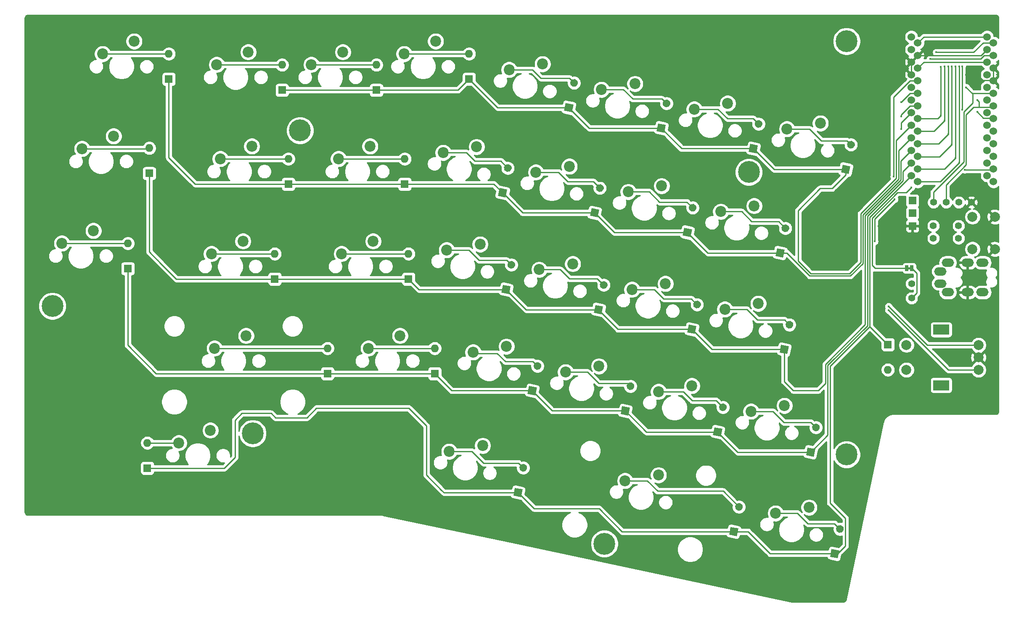
<source format=gtl>
G04 #@! TF.GenerationSoftware,KiCad,Pcbnew,(5.1.6)-1*
G04 #@! TF.CreationDate,2020-07-24T14:43:52-07:00*
G04 #@! TF.ProjectId,Alipt-Keyboard-Left,416c6970-742d-44b6-9579-626f6172642d,rev?*
G04 #@! TF.SameCoordinates,Original*
G04 #@! TF.FileFunction,Copper,L1,Top*
G04 #@! TF.FilePolarity,Positive*
%FSLAX46Y46*%
G04 Gerber Fmt 4.6, Leading zero omitted, Abs format (unit mm)*
G04 Created by KiCad (PCBNEW (5.1.6)-1) date 2020-07-24 14:43:52*
%MOMM*%
%LPD*%
G01*
G04 APERTURE LIST*
G04 #@! TA.AperFunction,EtchedComponent*
%ADD10C,0.100000*%
G04 #@! TD*
G04 #@! TA.AperFunction,ComponentPad*
%ADD11C,4.400000*%
G04 #@! TD*
G04 #@! TA.AperFunction,ComponentPad*
%ADD12C,2.200000*%
G04 #@! TD*
G04 #@! TA.AperFunction,ComponentPad*
%ADD13C,1.524000*%
G04 #@! TD*
G04 #@! TA.AperFunction,ComponentPad*
%ADD14O,1.600000X1.600000*%
G04 #@! TD*
G04 #@! TA.AperFunction,ComponentPad*
%ADD15R,1.600000X1.600000*%
G04 #@! TD*
G04 #@! TA.AperFunction,ComponentPad*
%ADD16C,0.100000*%
G04 #@! TD*
G04 #@! TA.AperFunction,ComponentPad*
%ADD17R,1.524000X1.524000*%
G04 #@! TD*
G04 #@! TA.AperFunction,ComponentPad*
%ADD18O,2.500000X1.700000*%
G04 #@! TD*
G04 #@! TA.AperFunction,ComponentPad*
%ADD19C,1.397000*%
G04 #@! TD*
G04 #@! TA.AperFunction,ComponentPad*
%ADD20C,2.000000*%
G04 #@! TD*
G04 #@! TA.AperFunction,ComponentPad*
%ADD21R,3.200000X2.000000*%
G04 #@! TD*
G04 #@! TA.AperFunction,SMDPad,CuDef*
%ADD22R,0.635000X1.143000*%
G04 #@! TD*
G04 #@! TA.AperFunction,ViaPad*
%ADD23C,0.400000*%
G04 #@! TD*
G04 #@! TA.AperFunction,Conductor*
%ADD24C,0.250000*%
G04 #@! TD*
G04 #@! TA.AperFunction,Conductor*
%ADD25C,0.500000*%
G04 #@! TD*
G04 #@! TA.AperFunction,Conductor*
%ADD26C,0.254000*%
G04 #@! TD*
G04 APERTURE END LIST*
D10*
G36*
X212842500Y-94719000D02*
G01*
X213242500Y-94719000D01*
X213242500Y-95019000D01*
X212842500Y-95019000D01*
X212842500Y-94719000D01*
G37*
X212842500Y-94719000D02*
X213242500Y-94719000D01*
X213242500Y-95019000D01*
X212842500Y-95019000D01*
X212842500Y-94719000D01*
D11*
X151638000Y-150368000D03*
X40513004Y-102489003D03*
D12*
X192849500Y-143065500D03*
X186110167Y-144229756D03*
D11*
X200406000Y-49149006D03*
X180721000Y-75501500D03*
X90360504Y-67119500D03*
X80835496Y-128142993D03*
X200405991Y-132397505D03*
D13*
X228682684Y-48285500D03*
X228682684Y-50825500D03*
X228682684Y-53365500D03*
X228682684Y-55905500D03*
X228682684Y-58445500D03*
X228682684Y-60985500D03*
X228682684Y-63525500D03*
X228682684Y-66065500D03*
X228682684Y-68605500D03*
X228682684Y-71145500D03*
X228682684Y-73685500D03*
X228682684Y-76225500D03*
X213442684Y-76225500D03*
X213442684Y-73685500D03*
X213442684Y-71145500D03*
X213442684Y-68605500D03*
X213442684Y-66065500D03*
X213442684Y-63525500D03*
X213442684Y-60985500D03*
X213442684Y-58445500D03*
X213442684Y-55905500D03*
X213442684Y-53365500D03*
X213442684Y-50825500D03*
X213442684Y-48285500D03*
X229981499Y-59641245D03*
X229981499Y-64721245D03*
X214741499Y-49481245D03*
X229981499Y-52021245D03*
X229981499Y-74881245D03*
X214741499Y-77421245D03*
X229981499Y-67261245D03*
X229981499Y-69801245D03*
X214741499Y-67261245D03*
X214741499Y-72341245D03*
X214741499Y-59641245D03*
X214741499Y-57101245D03*
X214741499Y-52021245D03*
X214741499Y-62181245D03*
X229981499Y-77421245D03*
X214741499Y-69801245D03*
X229981499Y-49481245D03*
X229981499Y-54561245D03*
X214741499Y-74881245D03*
X229981499Y-57101245D03*
X229981499Y-62181245D03*
X214741499Y-64721245D03*
X229981499Y-72341245D03*
X214741499Y-54561245D03*
D14*
X208724500Y-115316000D03*
D15*
X208724500Y-110236000D03*
G04 #@! TA.AperFunction,ComponentPad*
G36*
G01*
X198892910Y-148177781D02*
X198892910Y-148177781D01*
G75*
G02*
X198276721Y-147228934I166329J782518D01*
G01*
X198276721Y-147228934D01*
G75*
G02*
X199225568Y-146612745I782518J-166329D01*
G01*
X199225568Y-146612745D01*
G75*
G02*
X199841757Y-147561592I-166329J-782518D01*
G01*
X199841757Y-147561592D01*
G75*
G02*
X198892910Y-148177781I-782518J166329D01*
G01*
G37*
G04 #@! TD.AperFunction*
G04 #@! TA.AperFunction,ComponentPad*
D16*
G36*
X198619237Y-153313100D02*
G01*
X197054201Y-152980442D01*
X197386859Y-151415406D01*
X198951895Y-151748064D01*
X198619237Y-153313100D01*
G37*
G04 #@! TD.AperFunction*
G04 #@! TA.AperFunction,ComponentPad*
G36*
G01*
X178572910Y-143732781D02*
X178572910Y-143732781D01*
G75*
G02*
X177956721Y-142783934I166329J782518D01*
G01*
X177956721Y-142783934D01*
G75*
G02*
X178905568Y-142167745I782518J-166329D01*
G01*
X178905568Y-142167745D01*
G75*
G02*
X179521757Y-143116592I-166329J-782518D01*
G01*
X179521757Y-143116592D01*
G75*
G02*
X178572910Y-143732781I-782518J166329D01*
G01*
G37*
G04 #@! TD.AperFunction*
G04 #@! TA.AperFunction,ComponentPad*
G36*
X178299237Y-148868100D02*
G01*
X176734201Y-148535442D01*
X177066859Y-146970406D01*
X178631895Y-147303064D01*
X178299237Y-148868100D01*
G37*
G04 #@! TD.AperFunction*
G04 #@! TA.AperFunction,ComponentPad*
G36*
G01*
X135138910Y-135858781D02*
X135138910Y-135858781D01*
G75*
G02*
X134522721Y-134909934I166329J782518D01*
G01*
X134522721Y-134909934D01*
G75*
G02*
X135471568Y-134293745I782518J-166329D01*
G01*
X135471568Y-134293745D01*
G75*
G02*
X136087757Y-135242592I-166329J-782518D01*
G01*
X136087757Y-135242592D01*
G75*
G02*
X135138910Y-135858781I-782518J166329D01*
G01*
G37*
G04 #@! TD.AperFunction*
G04 #@! TA.AperFunction,ComponentPad*
G36*
X134865237Y-140994100D02*
G01*
X133300201Y-140661442D01*
X133632859Y-139096406D01*
X135197895Y-139429064D01*
X134865237Y-140994100D01*
G37*
G04 #@! TD.AperFunction*
D14*
X59626500Y-130048000D03*
D15*
X59626500Y-135128000D03*
G04 #@! TA.AperFunction,ComponentPad*
G36*
G01*
X194066910Y-127730781D02*
X194066910Y-127730781D01*
G75*
G02*
X193450721Y-126781934I166329J782518D01*
G01*
X193450721Y-126781934D01*
G75*
G02*
X194399568Y-126165745I782518J-166329D01*
G01*
X194399568Y-126165745D01*
G75*
G02*
X195015757Y-127114592I-166329J-782518D01*
G01*
X195015757Y-127114592D01*
G75*
G02*
X194066910Y-127730781I-782518J166329D01*
G01*
G37*
G04 #@! TD.AperFunction*
G04 #@! TA.AperFunction,ComponentPad*
D16*
G36*
X193793237Y-132866100D02*
G01*
X192228201Y-132533442D01*
X192560859Y-130968406D01*
X194125895Y-131301064D01*
X193793237Y-132866100D01*
G37*
G04 #@! TD.AperFunction*
G04 #@! TA.AperFunction,ComponentPad*
G36*
G01*
X175334410Y-123666781D02*
X175334410Y-123666781D01*
G75*
G02*
X174718221Y-122717934I166329J782518D01*
G01*
X174718221Y-122717934D01*
G75*
G02*
X175667068Y-122101745I782518J-166329D01*
G01*
X175667068Y-122101745D01*
G75*
G02*
X176283257Y-123050592I-166329J-782518D01*
G01*
X176283257Y-123050592D01*
G75*
G02*
X175334410Y-123666781I-782518J166329D01*
G01*
G37*
G04 #@! TD.AperFunction*
G04 #@! TA.AperFunction,ComponentPad*
G36*
X175060737Y-128802100D02*
G01*
X173495701Y-128469442D01*
X173828359Y-126904406D01*
X175393395Y-127237064D01*
X175060737Y-128802100D01*
G37*
G04 #@! TD.AperFunction*
G04 #@! TA.AperFunction,ComponentPad*
G36*
G01*
X156728910Y-119412281D02*
X156728910Y-119412281D01*
G75*
G02*
X156112721Y-118463434I166329J782518D01*
G01*
X156112721Y-118463434D01*
G75*
G02*
X157061568Y-117847245I782518J-166329D01*
G01*
X157061568Y-117847245D01*
G75*
G02*
X157677757Y-118796092I-166329J-782518D01*
G01*
X157677757Y-118796092D01*
G75*
G02*
X156728910Y-119412281I-782518J166329D01*
G01*
G37*
G04 #@! TD.AperFunction*
G04 #@! TA.AperFunction,ComponentPad*
G36*
X156455237Y-124547600D02*
G01*
X154890201Y-124214942D01*
X155222859Y-122649906D01*
X156787895Y-122982564D01*
X156455237Y-124547600D01*
G37*
G04 #@! TD.AperFunction*
G04 #@! TA.AperFunction,ComponentPad*
G36*
G01*
X137996410Y-115348281D02*
X137996410Y-115348281D01*
G75*
G02*
X137380221Y-114399434I166329J782518D01*
G01*
X137380221Y-114399434D01*
G75*
G02*
X138329068Y-113783245I782518J-166329D01*
G01*
X138329068Y-113783245D01*
G75*
G02*
X138945257Y-114732092I-166329J-782518D01*
G01*
X138945257Y-114732092D01*
G75*
G02*
X137996410Y-115348281I-782518J166329D01*
G01*
G37*
G04 #@! TD.AperFunction*
G04 #@! TA.AperFunction,ComponentPad*
G36*
X137722737Y-120483600D02*
G01*
X136157701Y-120150942D01*
X136490359Y-118585906D01*
X138055395Y-118918564D01*
X137722737Y-120483600D01*
G37*
G04 #@! TD.AperFunction*
D14*
X117475000Y-110998000D03*
D15*
X117475000Y-116078000D03*
D14*
X95885000Y-110998000D03*
D15*
X95885000Y-116078000D03*
D14*
X55689500Y-89852500D03*
D15*
X55689500Y-94932500D03*
G04 #@! TA.AperFunction,ComponentPad*
G36*
G01*
X188732910Y-107029781D02*
X188732910Y-107029781D01*
G75*
G02*
X188116721Y-106080934I166329J782518D01*
G01*
X188116721Y-106080934D01*
G75*
G02*
X189065568Y-105464745I782518J-166329D01*
G01*
X189065568Y-105464745D01*
G75*
G02*
X189681757Y-106413592I-166329J-782518D01*
G01*
X189681757Y-106413592D01*
G75*
G02*
X188732910Y-107029781I-782518J166329D01*
G01*
G37*
G04 #@! TD.AperFunction*
G04 #@! TA.AperFunction,ComponentPad*
D16*
G36*
X188459237Y-112165100D02*
G01*
X186894201Y-111832442D01*
X187226859Y-110267406D01*
X188791895Y-110600064D01*
X188459237Y-112165100D01*
G37*
G04 #@! TD.AperFunction*
G04 #@! TA.AperFunction,ComponentPad*
G36*
G01*
X170127410Y-102965781D02*
X170127410Y-102965781D01*
G75*
G02*
X169511221Y-102016934I166329J782518D01*
G01*
X169511221Y-102016934D01*
G75*
G02*
X170460068Y-101400745I782518J-166329D01*
G01*
X170460068Y-101400745D01*
G75*
G02*
X171076257Y-102349592I-166329J-782518D01*
G01*
X171076257Y-102349592D01*
G75*
G02*
X170127410Y-102965781I-782518J166329D01*
G01*
G37*
G04 #@! TD.AperFunction*
G04 #@! TA.AperFunction,ComponentPad*
G36*
X169853737Y-108101100D02*
G01*
X168288701Y-107768442D01*
X168621359Y-106203406D01*
X170186395Y-106536064D01*
X169853737Y-108101100D01*
G37*
G04 #@! TD.AperFunction*
G04 #@! TA.AperFunction,ComponentPad*
G36*
G01*
X151331410Y-99028781D02*
X151331410Y-99028781D01*
G75*
G02*
X150715221Y-98079934I166329J782518D01*
G01*
X150715221Y-98079934D01*
G75*
G02*
X151664068Y-97463745I782518J-166329D01*
G01*
X151664068Y-97463745D01*
G75*
G02*
X152280257Y-98412592I-166329J-782518D01*
G01*
X152280257Y-98412592D01*
G75*
G02*
X151331410Y-99028781I-782518J166329D01*
G01*
G37*
G04 #@! TD.AperFunction*
G04 #@! TA.AperFunction,ComponentPad*
G36*
X151057737Y-104164100D02*
G01*
X149492701Y-103831442D01*
X149825359Y-102266406D01*
X151390395Y-102599064D01*
X151057737Y-104164100D01*
G37*
G04 #@! TD.AperFunction*
G04 #@! TA.AperFunction,ComponentPad*
G36*
G01*
X132725910Y-94964781D02*
X132725910Y-94964781D01*
G75*
G02*
X132109721Y-94015934I166329J782518D01*
G01*
X132109721Y-94015934D01*
G75*
G02*
X133058568Y-93399745I782518J-166329D01*
G01*
X133058568Y-93399745D01*
G75*
G02*
X133674757Y-94348592I-166329J-782518D01*
G01*
X133674757Y-94348592D01*
G75*
G02*
X132725910Y-94964781I-782518J166329D01*
G01*
G37*
G04 #@! TD.AperFunction*
G04 #@! TA.AperFunction,ComponentPad*
G36*
X132452237Y-100100100D02*
G01*
X130887201Y-99767442D01*
X131219859Y-98202406D01*
X132784895Y-98535064D01*
X132452237Y-100100100D01*
G37*
G04 #@! TD.AperFunction*
D14*
X112204500Y-91948000D03*
D15*
X112204500Y-97028000D03*
D14*
X85280500Y-91948000D03*
D15*
X85280500Y-97028000D03*
D14*
X60007500Y-70675500D03*
D15*
X60007500Y-75755500D03*
G04 #@! TA.AperFunction,ComponentPad*
G36*
G01*
X187907410Y-87598781D02*
X187907410Y-87598781D01*
G75*
G02*
X187291221Y-86649934I166329J782518D01*
G01*
X187291221Y-86649934D01*
G75*
G02*
X188240068Y-86033745I782518J-166329D01*
G01*
X188240068Y-86033745D01*
G75*
G02*
X188856257Y-86982592I-166329J-782518D01*
G01*
X188856257Y-86982592D01*
G75*
G02*
X187907410Y-87598781I-782518J166329D01*
G01*
G37*
G04 #@! TD.AperFunction*
G04 #@! TA.AperFunction,ComponentPad*
D16*
G36*
X187633737Y-92734100D02*
G01*
X186068701Y-92401442D01*
X186401359Y-90836406D01*
X187966395Y-91169064D01*
X187633737Y-92734100D01*
G37*
G04 #@! TD.AperFunction*
G04 #@! TA.AperFunction,ComponentPad*
G36*
G01*
X169238410Y-83471281D02*
X169238410Y-83471281D01*
G75*
G02*
X168622221Y-82522434I166329J782518D01*
G01*
X168622221Y-82522434D01*
G75*
G02*
X169571068Y-81906245I782518J-166329D01*
G01*
X169571068Y-81906245D01*
G75*
G02*
X170187257Y-82855092I-166329J-782518D01*
G01*
X170187257Y-82855092D01*
G75*
G02*
X169238410Y-83471281I-782518J166329D01*
G01*
G37*
G04 #@! TD.AperFunction*
G04 #@! TA.AperFunction,ComponentPad*
G36*
X168964737Y-88606600D02*
G01*
X167399701Y-88273942D01*
X167732359Y-86708906D01*
X169297395Y-87041564D01*
X168964737Y-88606600D01*
G37*
G04 #@! TD.AperFunction*
G04 #@! TA.AperFunction,ComponentPad*
G36*
G01*
X150559362Y-79506528D02*
X150559362Y-79506528D01*
G75*
G02*
X149943173Y-78557681I166329J782518D01*
G01*
X149943173Y-78557681D01*
G75*
G02*
X150892020Y-77941492I782518J-166329D01*
G01*
X150892020Y-77941492D01*
G75*
G02*
X151508209Y-78890339I-166329J-782518D01*
G01*
X151508209Y-78890339D01*
G75*
G02*
X150559362Y-79506528I-782518J166329D01*
G01*
G37*
G04 #@! TD.AperFunction*
G04 #@! TA.AperFunction,ComponentPad*
G36*
X150285689Y-84641847D02*
G01*
X148720653Y-84309189D01*
X149053311Y-82744153D01*
X150618347Y-83076811D01*
X150285689Y-84641847D01*
G37*
G04 #@! TD.AperFunction*
G04 #@! TA.AperFunction,ComponentPad*
G36*
G01*
X132027410Y-75470281D02*
X132027410Y-75470281D01*
G75*
G02*
X131411221Y-74521434I166329J782518D01*
G01*
X131411221Y-74521434D01*
G75*
G02*
X132360068Y-73905245I782518J-166329D01*
G01*
X132360068Y-73905245D01*
G75*
G02*
X132976257Y-74854092I-166329J-782518D01*
G01*
X132976257Y-74854092D01*
G75*
G02*
X132027410Y-75470281I-782518J166329D01*
G01*
G37*
G04 #@! TD.AperFunction*
G04 #@! TA.AperFunction,ComponentPad*
G36*
X131753737Y-80605600D02*
G01*
X130188701Y-80272942D01*
X130521359Y-78707906D01*
X132086395Y-79040564D01*
X131753737Y-80605600D01*
G37*
G04 #@! TD.AperFunction*
D15*
X111442500Y-77914500D03*
D14*
X111442500Y-72834500D03*
X88011000Y-72834500D03*
D15*
X88011000Y-77914500D03*
D14*
X63944500Y-51689000D03*
D15*
X63944500Y-56769000D03*
G04 #@! TA.AperFunction,ComponentPad*
G36*
G01*
X201115410Y-70771281D02*
X201115410Y-70771281D01*
G75*
G02*
X200499221Y-69822434I166329J782518D01*
G01*
X200499221Y-69822434D01*
G75*
G02*
X201448068Y-69206245I782518J-166329D01*
G01*
X201448068Y-69206245D01*
G75*
G02*
X202064257Y-70155092I-166329J-782518D01*
G01*
X202064257Y-70155092D01*
G75*
G02*
X201115410Y-70771281I-782518J166329D01*
G01*
G37*
G04 #@! TD.AperFunction*
G04 #@! TA.AperFunction,ComponentPad*
D16*
G36*
X200841737Y-75906600D02*
G01*
X199276701Y-75573942D01*
X199609359Y-74008906D01*
X201174395Y-74341564D01*
X200841737Y-75906600D01*
G37*
G04 #@! TD.AperFunction*
G04 #@! TA.AperFunction,ComponentPad*
G36*
G01*
X182509910Y-66580281D02*
X182509910Y-66580281D01*
G75*
G02*
X181893721Y-65631434I166329J782518D01*
G01*
X181893721Y-65631434D01*
G75*
G02*
X182842568Y-65015245I782518J-166329D01*
G01*
X182842568Y-65015245D01*
G75*
G02*
X183458757Y-65964092I-166329J-782518D01*
G01*
X183458757Y-65964092D01*
G75*
G02*
X182509910Y-66580281I-782518J166329D01*
G01*
G37*
G04 #@! TD.AperFunction*
G04 #@! TA.AperFunction,ComponentPad*
G36*
X182236237Y-71715600D02*
G01*
X180671201Y-71382942D01*
X181003859Y-69817906D01*
X182568895Y-70150564D01*
X182236237Y-71715600D01*
G37*
G04 #@! TD.AperFunction*
G04 #@! TA.AperFunction,ComponentPad*
G36*
G01*
X163967910Y-62452781D02*
X163967910Y-62452781D01*
G75*
G02*
X163351721Y-61503934I166329J782518D01*
G01*
X163351721Y-61503934D01*
G75*
G02*
X164300568Y-60887745I782518J-166329D01*
G01*
X164300568Y-60887745D01*
G75*
G02*
X164916757Y-61836592I-166329J-782518D01*
G01*
X164916757Y-61836592D01*
G75*
G02*
X163967910Y-62452781I-782518J166329D01*
G01*
G37*
G04 #@! TD.AperFunction*
G04 #@! TA.AperFunction,ComponentPad*
G36*
X163694237Y-67588100D02*
G01*
X162129201Y-67255442D01*
X162461859Y-65690406D01*
X164026895Y-66023064D01*
X163694237Y-67588100D01*
G37*
G04 #@! TD.AperFunction*
G04 #@! TA.AperFunction,ComponentPad*
G36*
G01*
X145362410Y-58325281D02*
X145362410Y-58325281D01*
G75*
G02*
X144746221Y-57376434I166329J782518D01*
G01*
X144746221Y-57376434D01*
G75*
G02*
X145695068Y-56760245I782518J-166329D01*
G01*
X145695068Y-56760245D01*
G75*
G02*
X146311257Y-57709092I-166329J-782518D01*
G01*
X146311257Y-57709092D01*
G75*
G02*
X145362410Y-58325281I-782518J166329D01*
G01*
G37*
G04 #@! TD.AperFunction*
G04 #@! TA.AperFunction,ComponentPad*
G36*
X145088737Y-63460600D02*
G01*
X143523701Y-63127942D01*
X143856359Y-61562906D01*
X145421395Y-61895564D01*
X145088737Y-63460600D01*
G37*
G04 #@! TD.AperFunction*
D14*
X124396500Y-51689000D03*
D15*
X124396500Y-56769000D03*
D14*
X105727500Y-53911500D03*
D15*
X105727500Y-58991500D03*
D14*
X86741000Y-53911500D03*
D15*
X86741000Y-58991500D03*
D12*
X78867000Y-89408000D03*
X72517000Y-91948000D03*
D17*
X213677501Y-86356501D03*
X213677501Y-83756501D03*
X213677501Y-81256501D03*
D18*
X219276500Y-95499500D03*
X220776500Y-99699500D03*
X224776500Y-99699500D03*
X227776500Y-99699500D03*
X224776500Y-93749500D03*
X227776500Y-93749500D03*
X219276500Y-97949500D03*
X220776500Y-93749500D03*
D19*
X217902091Y-81597500D03*
X220442091Y-81597500D03*
X222982091Y-81597500D03*
X225522091Y-81597500D03*
X213487000Y-97980500D03*
X213487000Y-100901500D03*
X222948500Y-86337761D03*
X217868500Y-86337761D03*
X217868500Y-88836500D03*
X222948500Y-88836500D03*
D12*
X73596500Y-53848000D03*
X79946500Y-51308000D03*
X92646500Y-53848000D03*
X98996500Y-51308000D03*
X117665500Y-49149000D03*
X111315500Y-51689000D03*
X132452667Y-54885256D03*
X139192000Y-53721000D03*
X151058167Y-58885756D03*
X157797500Y-57721500D03*
X176466500Y-61658500D03*
X169727167Y-62822756D03*
X195135500Y-65659000D03*
X188396167Y-66823256D03*
X56959500Y-49149000D03*
X50609500Y-51689000D03*
X74295000Y-72834500D03*
X80645000Y-70294500D03*
X98107500Y-72834500D03*
X104457500Y-70294500D03*
X125920500Y-70421500D03*
X119181167Y-71585756D03*
X144589500Y-74358500D03*
X137850167Y-75522756D03*
X163179686Y-78299606D03*
X156440353Y-79463862D03*
X175061167Y-83460256D03*
X181800500Y-82296000D03*
X46482000Y-70802500D03*
X52832000Y-68262500D03*
X98742500Y-91948000D03*
X105092500Y-89408000D03*
X126619000Y-90043000D03*
X119879667Y-91207256D03*
X138533353Y-95148362D03*
X145272686Y-93984106D03*
X157202353Y-99148862D03*
X163941686Y-97984606D03*
X182626000Y-101981000D03*
X175886667Y-103145256D03*
X48768000Y-87312500D03*
X42418000Y-89852500D03*
X73152000Y-110998000D03*
X79502000Y-108458000D03*
X104140000Y-110998000D03*
X110490000Y-108458000D03*
X125198353Y-111785362D03*
X131937686Y-110621106D03*
X150558500Y-114617500D03*
X143819167Y-115781756D03*
X162536353Y-119718756D03*
X169275686Y-118554500D03*
X187896500Y-122555000D03*
X181157167Y-123719256D03*
X72326500Y-127508000D03*
X65976500Y-130048000D03*
X127127000Y-130619500D03*
X120387667Y-131783756D03*
X162544686Y-136529106D03*
X155805353Y-137693362D03*
D20*
X226956000Y-115339500D03*
X226956000Y-112839500D03*
X226956000Y-110339500D03*
D21*
X219456000Y-118439500D03*
X219456000Y-107239500D03*
D20*
X212456000Y-115339500D03*
X212456000Y-110339500D03*
D22*
X213542880Y-94869000D03*
X212542120Y-94869000D03*
D20*
X225751000Y-84518500D03*
X230251000Y-84518500D03*
X225751000Y-91018500D03*
X230251000Y-91018500D03*
D23*
X224218500Y-75057000D03*
X224472500Y-55880000D03*
X206819500Y-86423500D03*
X204660500Y-108712000D03*
X218440000Y-51371500D03*
X206061194Y-89471500D03*
X210071279Y-80975779D03*
X209897470Y-76388040D03*
X226695000Y-60960000D03*
X224472500Y-58420000D03*
X223647000Y-62928500D03*
X223675503Y-54229000D03*
X211380674Y-66865500D03*
X226695000Y-63373000D03*
X223075500Y-54229000D03*
X223075500Y-73596500D03*
X222313500Y-54229000D03*
X222313500Y-72644000D03*
X221551500Y-54229000D03*
X221551500Y-69977000D03*
X220853000Y-54229000D03*
X220853000Y-67881500D03*
X220154500Y-54229000D03*
X220154500Y-65151000D03*
X219329000Y-64135000D03*
X219329000Y-54292500D03*
X211380674Y-61404500D03*
X208847469Y-103338497D03*
X211380674Y-64325500D03*
X208847469Y-102552500D03*
X217233500Y-52705000D03*
X213423500Y-78613000D03*
D24*
X210422470Y-76700074D02*
X210422470Y-69085714D01*
X203245562Y-83876982D02*
X210422470Y-76700074D01*
X203245560Y-87584440D02*
X203245562Y-83876982D01*
X210422470Y-69085714D02*
X213442684Y-66065500D01*
X203245560Y-87584440D02*
X203245560Y-87376000D01*
X122174000Y-58991500D02*
X124396500Y-56769000D01*
X105727500Y-58991500D02*
X122174000Y-58991500D01*
X130139253Y-62511753D02*
X124396500Y-56769000D01*
X144472548Y-62511753D02*
X130139253Y-62511753D01*
X148600048Y-66639253D02*
X144472548Y-62511753D01*
X163078048Y-66639253D02*
X148600048Y-66639253D01*
X167205548Y-70766753D02*
X163078048Y-66639253D01*
X181620048Y-70766753D02*
X167205548Y-70766753D01*
X185811048Y-74957753D02*
X181620048Y-70766753D01*
X200225548Y-74957753D02*
X185811048Y-74957753D01*
X86741000Y-58991500D02*
X105727500Y-58991500D01*
X200225548Y-74957753D02*
X200225548Y-76062952D01*
X200225548Y-76062952D02*
X197485000Y-78803500D01*
X197485000Y-78803500D02*
X195072000Y-78803500D01*
X195072000Y-78803500D02*
X190627000Y-83248500D01*
X190627000Y-83248500D02*
X190627000Y-93408500D01*
X190627000Y-93408500D02*
X193167000Y-95948500D01*
X201005120Y-95948500D02*
X203245560Y-93708060D01*
X193167000Y-95948500D02*
X201005120Y-95948500D01*
X203245560Y-93708060D02*
X203245560Y-87584440D01*
X86677500Y-53848000D02*
X86741000Y-53911500D01*
X73596500Y-53848000D02*
X86677500Y-53848000D01*
X105664000Y-53848000D02*
X105727500Y-53911500D01*
X92646500Y-53848000D02*
X105664000Y-53848000D01*
X124396500Y-51689000D02*
X111315500Y-51689000D01*
X132452667Y-54885256D02*
X137181256Y-54885256D01*
X137181256Y-54885256D02*
X138874500Y-56578500D01*
X144564476Y-56578500D02*
X145528739Y-57542763D01*
X138874500Y-56578500D02*
X144564476Y-56578500D01*
X151058167Y-58885756D02*
X155469256Y-58885756D01*
X155469256Y-58885756D02*
X157353000Y-60769500D01*
X163233476Y-60769500D02*
X164134239Y-61670263D01*
X157353000Y-60769500D02*
X163233476Y-60769500D01*
X169727167Y-62822756D02*
X174519256Y-62822756D01*
X174519256Y-62822756D02*
X176403000Y-64706500D01*
X181584976Y-64706500D02*
X182676239Y-65797763D01*
X176403000Y-64706500D02*
X181584976Y-64706500D01*
X188396167Y-66823256D02*
X192934256Y-66823256D01*
X192934256Y-66823256D02*
X195326000Y-69215000D01*
X200507976Y-69215000D02*
X201281739Y-69988763D01*
X195326000Y-69215000D02*
X200507976Y-69215000D01*
X50609500Y-51689000D02*
X63944500Y-51689000D01*
X203695570Y-85673930D02*
X203695571Y-84063383D01*
X203695570Y-85673930D02*
X203695570Y-85268070D01*
X203695571Y-84063383D02*
X210872480Y-76886474D01*
X210872480Y-71175704D02*
X213442684Y-68605500D01*
X210872480Y-76886474D02*
X210872480Y-71175704D01*
X88011000Y-77914500D02*
X111442500Y-77914500D01*
X129395295Y-77914500D02*
X131137548Y-79656753D01*
X111442500Y-77914500D02*
X129395295Y-77914500D01*
X172476048Y-91785253D02*
X187017548Y-91785253D01*
X168348548Y-87657753D02*
X172476048Y-91785253D01*
X153634253Y-87657753D02*
X168348548Y-87657753D01*
X149669500Y-83693000D02*
X153634253Y-87657753D01*
X135173795Y-83693000D02*
X149669500Y-83693000D01*
X131137548Y-79656753D02*
X135173795Y-83693000D01*
X63944500Y-72580500D02*
X63944500Y-56769000D01*
X88011000Y-77914500D02*
X69278500Y-77914500D01*
X69278500Y-77914500D02*
X63944500Y-72580500D01*
X187017548Y-91785253D02*
X188367343Y-91785253D01*
X188367343Y-91785253D02*
X192980600Y-96398510D01*
X203695570Y-93894460D02*
X203695570Y-93205570D01*
X201191521Y-96398509D02*
X203695570Y-93894460D01*
X192980600Y-96398510D02*
X201191521Y-96398509D01*
X203695570Y-93205570D02*
X203695570Y-85673930D01*
X74295000Y-72834500D02*
X88011000Y-72834500D01*
X98107500Y-72834500D02*
X111442500Y-72834500D01*
X119181167Y-71585756D02*
X123846256Y-71585756D01*
X125520262Y-73259762D02*
X130765738Y-73259762D01*
X123846256Y-71585756D02*
X125520262Y-73259762D01*
X130765738Y-73259762D02*
X132193739Y-74687763D01*
X137850167Y-75522756D02*
X142388256Y-75522756D01*
X142388256Y-75522756D02*
X144272000Y-77406500D01*
X149408181Y-77406500D02*
X150725691Y-78724010D01*
X144272000Y-77406500D02*
X149408181Y-77406500D01*
X156440353Y-79463862D02*
X160680362Y-79463862D01*
X160680362Y-79463862D02*
X162750500Y-81534000D01*
X168249976Y-81534000D02*
X169404739Y-82688763D01*
X162750500Y-81534000D02*
X168249976Y-81534000D01*
X175061167Y-83460256D02*
X179281756Y-83460256D01*
X179281756Y-83460256D02*
X181292500Y-85471000D01*
X186728476Y-85471000D02*
X188073739Y-86816263D01*
X181292500Y-85471000D02*
X186728476Y-85471000D01*
X211322490Y-73265694D02*
X213442684Y-71145500D01*
X204145580Y-106239600D02*
X204145580Y-84249784D01*
X204145580Y-84249784D02*
X211322490Y-77072874D01*
X211322490Y-77072874D02*
X211322490Y-73265694D01*
X85280500Y-97028000D02*
X65468500Y-97028000D01*
X60007500Y-91567000D02*
X62420500Y-93980000D01*
X60007500Y-75755500D02*
X60007500Y-91567000D01*
X65468500Y-97028000D02*
X62420500Y-93980000D01*
X62420500Y-93980000D02*
X61722000Y-93281500D01*
X85280500Y-97028000D02*
X112204500Y-97028000D01*
X114327753Y-99151253D02*
X112204500Y-97028000D01*
X131836048Y-99151253D02*
X114327753Y-99151253D01*
X135900048Y-103215253D02*
X131836048Y-99151253D01*
X150441548Y-103215253D02*
X135900048Y-103215253D01*
X154378548Y-107152253D02*
X150441548Y-103215253D01*
X169237548Y-107152253D02*
X154378548Y-107152253D01*
X173301548Y-111216253D02*
X169237548Y-107152253D01*
X187843048Y-111216253D02*
X173301548Y-111216253D01*
X196172230Y-118025770D02*
X196172230Y-114212950D01*
X194691000Y-119507000D02*
X196172230Y-118025770D01*
X189674500Y-119507000D02*
X194691000Y-119507000D01*
X196172230Y-114212950D02*
X196340590Y-114044590D01*
X187843048Y-117675548D02*
X189674500Y-119507000D01*
X187843048Y-111216253D02*
X187843048Y-117675548D01*
X196340590Y-114044590D02*
X204145580Y-106239600D01*
X59880500Y-70802500D02*
X60007500Y-70675500D01*
X46482000Y-70802500D02*
X59880500Y-70802500D01*
X72517000Y-91948000D02*
X85280500Y-91948000D01*
X112204500Y-91948000D02*
X98742500Y-91948000D01*
X119879667Y-91207256D02*
X124354256Y-91207256D01*
X124354256Y-91207256D02*
X126428500Y-93281500D01*
X131991476Y-93281500D02*
X132892239Y-94182263D01*
X126428500Y-93281500D02*
X131991476Y-93281500D01*
X138533353Y-95148362D02*
X142773362Y-95148362D01*
X142773362Y-95148362D02*
X144589500Y-96964500D01*
X150215976Y-96964500D02*
X151497739Y-98246263D01*
X144589500Y-96964500D02*
X150215976Y-96964500D01*
X157202353Y-99148862D02*
X161696362Y-99148862D01*
X161696362Y-99148862D02*
X163576000Y-101028500D01*
X169138976Y-101028500D02*
X170293739Y-102183263D01*
X163576000Y-101028500D02*
X169138976Y-101028500D01*
X175886667Y-103145256D02*
X180297756Y-103145256D01*
X180297756Y-103145256D02*
X182435500Y-105283000D01*
X187934976Y-105283000D02*
X188899239Y-106247263D01*
X182435500Y-105283000D02*
X187934976Y-105283000D01*
X204595590Y-106426000D02*
X204595590Y-84456410D01*
X204636174Y-84415826D02*
X204636175Y-84395599D01*
X204595590Y-84456410D02*
X204636174Y-84415826D01*
X204636175Y-84395599D02*
X211772500Y-77259274D01*
X211772500Y-75355684D02*
X213442684Y-73685500D01*
X211772500Y-77259274D02*
X211772500Y-75355684D01*
X229805744Y-75057000D02*
X229981499Y-74881245D01*
X224218500Y-75057000D02*
X229805744Y-75057000D01*
X178508548Y-131917253D02*
X174444548Y-127853253D01*
X193177048Y-131917253D02*
X178508548Y-131917253D01*
X160093548Y-127853253D02*
X155839048Y-123598753D01*
X174444548Y-127853253D02*
X160093548Y-127853253D01*
X141170548Y-123598753D02*
X137106548Y-119534753D01*
X155839048Y-123598753D02*
X141170548Y-123598753D01*
X120931753Y-119534753D02*
X117475000Y-116078000D01*
X137106548Y-119534753D02*
X120931753Y-119534753D01*
X117475000Y-116078000D02*
X95885000Y-116078000D01*
X95885000Y-116078000D02*
X61404500Y-116078000D01*
X55689500Y-110363000D02*
X55689500Y-94932500D01*
X61404500Y-116078000D02*
X55689500Y-110363000D01*
X196622240Y-114399350D02*
X197103295Y-113918295D01*
X196622240Y-128472061D02*
X196622240Y-114399350D01*
X193177048Y-131917253D02*
X196622240Y-128472061D01*
X197103295Y-113918295D02*
X204595590Y-106426000D01*
X42418000Y-89852500D02*
X55689500Y-89852500D01*
X95885000Y-110998000D02*
X73152000Y-110998000D01*
X104140000Y-110998000D02*
X117475000Y-110998000D01*
X125459098Y-112046107D02*
X130080107Y-112046107D01*
X125198353Y-111785362D02*
X125459098Y-112046107D01*
X130080107Y-112046107D02*
X131699000Y-113665000D01*
X137261976Y-113665000D02*
X138162739Y-114565763D01*
X131699000Y-113665000D02*
X137261976Y-113665000D01*
X143819167Y-115781756D02*
X148230256Y-115781756D01*
X148230256Y-115781756D02*
X150495000Y-118046500D01*
X156311976Y-118046500D02*
X156895239Y-118629763D01*
X150495000Y-118046500D02*
X156311976Y-118046500D01*
X162536353Y-119718756D02*
X167534256Y-119718756D01*
X167534256Y-119718756D02*
X169354500Y-121539000D01*
X174155476Y-121539000D02*
X175500739Y-122884263D01*
X169354500Y-121539000D02*
X174155476Y-121539000D01*
X181157167Y-123719256D02*
X185568256Y-123719256D01*
X185568256Y-123719256D02*
X187769500Y-125920500D01*
X193205476Y-125920500D02*
X194233239Y-126948263D01*
X187769500Y-125920500D02*
X193205476Y-125920500D01*
X59626500Y-135128000D02*
X75120500Y-135128000D01*
X75120500Y-135128000D02*
X77279500Y-132969000D01*
X77279500Y-132969000D02*
X77279500Y-125476000D01*
X78652499Y-124103001D02*
X84542501Y-124103001D01*
X77279500Y-125476000D02*
X78652499Y-124103001D01*
X84542501Y-124103001D02*
X85407500Y-124968000D01*
X85407500Y-124968000D02*
X91757500Y-124968000D01*
X91757500Y-124968000D02*
X93662500Y-123063000D01*
X134249048Y-140045253D02*
X137498796Y-143295001D01*
X155221753Y-147919253D02*
X177683048Y-147919253D01*
X150597501Y-143295001D02*
X155221753Y-147919253D01*
X177683048Y-147919253D02*
X180558253Y-147919253D01*
X185003253Y-152364253D02*
X198003048Y-152364253D01*
X180558253Y-147919253D02*
X185003253Y-152364253D01*
X198003048Y-152364253D02*
X198600247Y-152364253D01*
X200184240Y-150780260D02*
X200184240Y-145256740D01*
X198600247Y-152364253D02*
X200184240Y-150780260D01*
X197072250Y-142144750D02*
X197072250Y-114585750D01*
X200184240Y-145256740D02*
X197072250Y-142144750D01*
X201326750Y-110331250D02*
X205045599Y-106612401D01*
X197072250Y-114585750D02*
X201326750Y-110331250D01*
X201326750Y-110331250D02*
X201422000Y-110236000D01*
X205086184Y-84582000D02*
X213442684Y-76225500D01*
X208724500Y-110236000D02*
X205086184Y-106597684D01*
X205086184Y-106597684D02*
X205086184Y-84582000D01*
X138073499Y-143295001D02*
X150597501Y-143295001D01*
X137498796Y-143295001D02*
X138073499Y-143295001D01*
X115824000Y-136525000D02*
X115824000Y-126619000D01*
X115824000Y-126619000D02*
X112268000Y-123063000D01*
X93662500Y-123063000D02*
X112268000Y-123063000D01*
X119344253Y-140045253D02*
X118903750Y-139604750D01*
X134249048Y-140045253D02*
X119344253Y-140045253D01*
X118903750Y-139604750D02*
X115824000Y-136525000D01*
X65976500Y-130048000D02*
X59626500Y-130048000D01*
X134340976Y-134112000D02*
X135305239Y-135076263D01*
X127317500Y-134112000D02*
X134340976Y-134112000D01*
X120387667Y-131783756D02*
X124989256Y-131783756D01*
X124989256Y-131783756D02*
X127317500Y-134112000D01*
X175552476Y-139763500D02*
X178739239Y-142950263D01*
X162369500Y-139763500D02*
X175552476Y-139763500D01*
X160299362Y-137693362D02*
X162369500Y-139763500D01*
X155805353Y-137693362D02*
X160299362Y-137693362D01*
X186110167Y-144229756D02*
X190521256Y-144229756D01*
X190521256Y-144229756D02*
X192595500Y-146304000D01*
X197967976Y-146304000D02*
X199059239Y-147395263D01*
X192595500Y-146304000D02*
X197967976Y-146304000D01*
X229872755Y-56992501D02*
X229981499Y-57101245D01*
X225585001Y-56992501D02*
X229872755Y-56992501D01*
X224472500Y-55880000D02*
X225585001Y-56992501D01*
X229981499Y-57101245D02*
X229981499Y-54561245D01*
X213442684Y-53320060D02*
X214741499Y-52021245D01*
X213442684Y-53365500D02*
X213442684Y-53320060D01*
X227486939Y-52021245D02*
X228682684Y-50825500D01*
X214741499Y-52021245D02*
X227486939Y-52021245D01*
X213442684Y-53365500D02*
X213442684Y-55905500D01*
D25*
X229849245Y-49613499D02*
X229981499Y-49481245D01*
D24*
X218440000Y-51371500D02*
X225298000Y-51371500D01*
X229981499Y-49481245D02*
X227886755Y-49481245D01*
X225996500Y-51371500D02*
X225869500Y-51371500D01*
X227886755Y-49481245D02*
X225996500Y-51371500D01*
X225298000Y-51371500D02*
X225869500Y-51371500D01*
X206061194Y-87753306D02*
X206061194Y-89471500D01*
X206061194Y-84985864D02*
X206061194Y-89471500D01*
X210071279Y-80975779D02*
X206061194Y-84985864D01*
X209897470Y-60381952D02*
X209897470Y-76388040D01*
X214741499Y-57101245D02*
X213178177Y-57101245D01*
X213178177Y-57101245D02*
X209897470Y-60381952D01*
X214510501Y-99877999D02*
X213487000Y-100901500D01*
X214510501Y-95836621D02*
X214510501Y-99877999D01*
X213542880Y-94869000D02*
X214510501Y-95836621D01*
X224472500Y-74025998D02*
X220442091Y-78056407D01*
X220442091Y-78056407D02*
X220442091Y-81597500D01*
X224472500Y-63944500D02*
X224472500Y-74025998D01*
X229724245Y-62438499D02*
X229981499Y-62181245D01*
X224472500Y-63944500D02*
X225978501Y-62438499D01*
X227030499Y-62438499D02*
X227030499Y-61295499D01*
X227030499Y-61295499D02*
X226695000Y-60960000D01*
X227030499Y-62438499D02*
X229724245Y-62438499D01*
X225978501Y-62438499D02*
X227030499Y-62438499D01*
X224472500Y-58420000D02*
X225693745Y-59641245D01*
X225791255Y-61561247D02*
X225791255Y-59641245D01*
X224022490Y-63330012D02*
X225791255Y-61561247D01*
X224022490Y-73426512D02*
X224022490Y-63330012D01*
X217902091Y-79546911D02*
X224022490Y-73426512D01*
X217902091Y-81597500D02*
X217902091Y-79546911D01*
X225791255Y-59641245D02*
X229981499Y-59641245D01*
X225693745Y-59641245D02*
X225791255Y-59641245D01*
X215937244Y-53365500D02*
X228682684Y-53365500D01*
X214741499Y-54561245D02*
X215937244Y-53365500D01*
X223647000Y-62928500D02*
X223647000Y-54257503D01*
X223647000Y-54257503D02*
X223675503Y-54229000D01*
X213442684Y-63525500D02*
X211380674Y-65587510D01*
X211380674Y-65587510D02*
X211380674Y-66865500D01*
X229872755Y-64612501D02*
X229981499Y-64721245D01*
X227934501Y-64612501D02*
X229872755Y-64612501D01*
X226695000Y-63373000D02*
X227934501Y-64612501D01*
X223075500Y-54229000D02*
X223075500Y-70618316D01*
X214741499Y-77421245D02*
X219250755Y-77421245D01*
X223075500Y-73596500D02*
X223075500Y-70618316D01*
X219250755Y-77421245D02*
X223075500Y-73596500D01*
X223075500Y-73596500D02*
X223075500Y-73596500D01*
X222313500Y-54229000D02*
X222313500Y-72644000D01*
X220139755Y-74881245D02*
X214741499Y-74881245D01*
X222313500Y-72707500D02*
X220139755Y-74881245D01*
X222313500Y-72644000D02*
X222313500Y-72707500D01*
X221551500Y-54229000D02*
X221551500Y-69977000D01*
X221551500Y-69977000D02*
X219138500Y-72390000D01*
X214790254Y-72390000D02*
X214741499Y-72341245D01*
X219138500Y-72390000D02*
X214790254Y-72390000D01*
X220853000Y-54229000D02*
X220853000Y-67881500D01*
X218933255Y-69801245D02*
X214741499Y-69801245D01*
X220853000Y-67881500D02*
X218933255Y-69801245D01*
X220154500Y-54229000D02*
X220154500Y-65151000D01*
X218044255Y-67261245D02*
X214741499Y-67261245D01*
X220154500Y-65151000D02*
X218044255Y-67261245D01*
X214741499Y-64721245D02*
X218742755Y-64721245D01*
X218742755Y-64721245D02*
X219329000Y-64135000D01*
X219329000Y-64135000D02*
X219329000Y-54292500D01*
X211414922Y-61404500D02*
X211380674Y-61404500D01*
X214741499Y-59641245D02*
X213178177Y-59641245D01*
X213178177Y-59641245D02*
X211414922Y-61404500D01*
X208856464Y-103338497D02*
X208847469Y-103338497D01*
X226956000Y-115339500D02*
X220857467Y-115339500D01*
X220857467Y-115339500D02*
X208856464Y-103338497D01*
X211380674Y-63978748D02*
X211380674Y-64325500D01*
X214741499Y-62181245D02*
X213178177Y-62181245D01*
X213178177Y-62181245D02*
X211380674Y-63978748D01*
X226956000Y-110339500D02*
X216634469Y-110339500D01*
X216634469Y-110339500D02*
X208847469Y-102552500D01*
X215937244Y-48285500D02*
X228682684Y-48285500D01*
X214741499Y-49481245D02*
X215937244Y-48285500D01*
X229981499Y-52021245D02*
X228123349Y-52021245D01*
X227439594Y-52705000D02*
X217233500Y-52705000D01*
X228123349Y-52021245D02*
X227439594Y-52705000D01*
X213423500Y-78613000D02*
X212407500Y-79629000D01*
X212407500Y-79629000D02*
X210675594Y-79629000D01*
X210675594Y-79629000D02*
X205536194Y-84768400D01*
X205536194Y-84768400D02*
X205536194Y-94284194D01*
X206121000Y-94869000D02*
X205536194Y-94284194D01*
X212542120Y-94869000D02*
X206121000Y-94869000D01*
D26*
G36*
X230549609Y-43904005D02*
G01*
X230653601Y-43935402D01*
X230749514Y-43986399D01*
X230833694Y-44055055D01*
X230902940Y-44138758D01*
X230954605Y-44234311D01*
X230986727Y-44338078D01*
X231001501Y-44478650D01*
X231001501Y-48525592D01*
X230872034Y-48396125D01*
X230643226Y-48243240D01*
X230388989Y-48137931D01*
X230119091Y-48084245D01*
X230067021Y-48084245D01*
X230025998Y-47878010D01*
X229920689Y-47623773D01*
X229767804Y-47394965D01*
X229573219Y-47200380D01*
X229344411Y-47047495D01*
X229090174Y-46942186D01*
X228820276Y-46888500D01*
X228545092Y-46888500D01*
X228275194Y-46942186D01*
X228020957Y-47047495D01*
X227792149Y-47200380D01*
X227597564Y-47394965D01*
X227510343Y-47525500D01*
X215974569Y-47525500D01*
X215937244Y-47521824D01*
X215899919Y-47525500D01*
X215899911Y-47525500D01*
X215788258Y-47536497D01*
X215644997Y-47579954D01*
X215512968Y-47650526D01*
X215397243Y-47745499D01*
X215373445Y-47774497D01*
X215033069Y-48114873D01*
X214879091Y-48084245D01*
X214827021Y-48084245D01*
X214785998Y-47878010D01*
X214680689Y-47623773D01*
X214527804Y-47394965D01*
X214333219Y-47200380D01*
X214104411Y-47047495D01*
X213850174Y-46942186D01*
X213580276Y-46888500D01*
X213305092Y-46888500D01*
X213035194Y-46942186D01*
X212780957Y-47047495D01*
X212552149Y-47200380D01*
X212357564Y-47394965D01*
X212204679Y-47623773D01*
X212099370Y-47878010D01*
X212045684Y-48147908D01*
X212045684Y-48423092D01*
X212099370Y-48692990D01*
X212204679Y-48947227D01*
X212357564Y-49176035D01*
X212552149Y-49370620D01*
X212780957Y-49523505D01*
X212858199Y-49555500D01*
X212780957Y-49587495D01*
X212552149Y-49740380D01*
X212357564Y-49934965D01*
X212204679Y-50163773D01*
X212099370Y-50418010D01*
X212045684Y-50687908D01*
X212045684Y-50963092D01*
X212099370Y-51232990D01*
X212204679Y-51487227D01*
X212357564Y-51716035D01*
X212552149Y-51910620D01*
X212780957Y-52063505D01*
X212852627Y-52093192D01*
X212839661Y-52097864D01*
X212723704Y-52159844D01*
X212656724Y-52399935D01*
X213442684Y-53185895D01*
X214228644Y-52399935D01*
X214218732Y-52364407D01*
X214561894Y-52021245D01*
X214547752Y-52007103D01*
X214727357Y-51827498D01*
X214741499Y-51841640D01*
X215527459Y-51055680D01*
X215460479Y-50815589D01*
X215324739Y-50751760D01*
X215403226Y-50719250D01*
X215632034Y-50566365D01*
X215826619Y-50371780D01*
X215979504Y-50142972D01*
X216084813Y-49888735D01*
X216138499Y-49618837D01*
X216138499Y-49343653D01*
X216107871Y-49189675D01*
X216252046Y-49045500D01*
X227247698Y-49045500D01*
X225681699Y-50611500D01*
X218787157Y-50611500D01*
X218683560Y-50568589D01*
X218522240Y-50536500D01*
X218357760Y-50536500D01*
X218196440Y-50568589D01*
X218044479Y-50631533D01*
X217907719Y-50722913D01*
X217791413Y-50839219D01*
X217700033Y-50975979D01*
X217637089Y-51127940D01*
X217605000Y-51289260D01*
X217605000Y-51453740D01*
X217637089Y-51615060D01*
X217700033Y-51767021D01*
X217791413Y-51903781D01*
X217832632Y-51945000D01*
X217580657Y-51945000D01*
X217477060Y-51902089D01*
X217315740Y-51870000D01*
X217151260Y-51870000D01*
X216989940Y-51902089D01*
X216837979Y-51965033D01*
X216701219Y-52056413D01*
X216584913Y-52172719D01*
X216493533Y-52309479D01*
X216430589Y-52461440D01*
X216401933Y-52605500D01*
X216010507Y-52605500D01*
X216064255Y-52491197D01*
X216130522Y-52224110D01*
X216143409Y-51949228D01*
X216102421Y-51677112D01*
X216009135Y-51418222D01*
X215947155Y-51302265D01*
X215707064Y-51235285D01*
X214921104Y-52021245D01*
X214935247Y-52035388D01*
X214755642Y-52214993D01*
X214741499Y-52200850D01*
X213955539Y-52986810D01*
X213965451Y-53022338D01*
X213622289Y-53365500D01*
X213636432Y-53379643D01*
X213456827Y-53559248D01*
X213442684Y-53545105D01*
X212656724Y-54331065D01*
X212723704Y-54571156D01*
X212854328Y-54632579D01*
X212839661Y-54637864D01*
X212723704Y-54699844D01*
X212656724Y-54939935D01*
X213442684Y-55725895D01*
X213456827Y-55711753D01*
X213636432Y-55891358D01*
X213622289Y-55905500D01*
X213636432Y-55919643D01*
X213456827Y-56099248D01*
X213442684Y-56085105D01*
X213428542Y-56099248D01*
X213248937Y-55919643D01*
X213263079Y-55905500D01*
X212477119Y-55119540D01*
X212237028Y-55186520D01*
X212119928Y-55435548D01*
X212053661Y-55702635D01*
X212040774Y-55977517D01*
X212081762Y-56249633D01*
X212175048Y-56508523D01*
X212237028Y-56624480D01*
X212477117Y-56691459D01*
X212360707Y-56807869D01*
X212378729Y-56825891D01*
X209386473Y-59818148D01*
X209357469Y-59841951D01*
X209309518Y-59900380D01*
X209262496Y-59957676D01*
X209228917Y-60020498D01*
X209191924Y-60089706D01*
X209148467Y-60232967D01*
X209137470Y-60344620D01*
X209137470Y-60344630D01*
X209133794Y-60381952D01*
X209137470Y-60419274D01*
X209137471Y-76040881D01*
X209094559Y-76144480D01*
X209062470Y-76305800D01*
X209062470Y-76470280D01*
X209094559Y-76631600D01*
X209157503Y-76783561D01*
X209200232Y-76847510D01*
X202734560Y-83313183D01*
X202705562Y-83336981D01*
X202681764Y-83365979D01*
X202681763Y-83365980D01*
X202610588Y-83452706D01*
X202540016Y-83584736D01*
X202509742Y-83684540D01*
X202496560Y-83727996D01*
X202487357Y-83821436D01*
X202481886Y-83876982D01*
X202485563Y-83914314D01*
X202485560Y-87338665D01*
X202485560Y-87621772D01*
X202485561Y-87621782D01*
X202485560Y-93393258D01*
X200690319Y-95188500D01*
X193481803Y-95188500D01*
X191387000Y-93093699D01*
X191387000Y-83563301D01*
X195386802Y-79563500D01*
X197447678Y-79563500D01*
X197485000Y-79567176D01*
X197522322Y-79563500D01*
X197522333Y-79563500D01*
X197633986Y-79552503D01*
X197777247Y-79509046D01*
X197909276Y-79438474D01*
X198025001Y-79343501D01*
X198048804Y-79314497D01*
X200736551Y-76626751D01*
X200765549Y-76602953D01*
X200805947Y-76553728D01*
X200815101Y-76542574D01*
X200833385Y-76544617D01*
X200958017Y-76533987D01*
X201078180Y-76499247D01*
X201189256Y-76441732D01*
X201286978Y-76363652D01*
X201367589Y-76268008D01*
X201427992Y-76158475D01*
X201465866Y-76039262D01*
X201798524Y-74474226D01*
X201812412Y-74349916D01*
X201801782Y-74225284D01*
X201767042Y-74105121D01*
X201709527Y-73994045D01*
X201631447Y-73896323D01*
X201535803Y-73815712D01*
X201426270Y-73755309D01*
X201307057Y-73717435D01*
X199742021Y-73384777D01*
X199617711Y-73370889D01*
X199493079Y-73381519D01*
X199372916Y-73416259D01*
X199261840Y-73473774D01*
X199164118Y-73551854D01*
X199083507Y-73647498D01*
X199023104Y-73757031D01*
X198985230Y-73876244D01*
X198916891Y-74197753D01*
X186125850Y-74197753D01*
X183020936Y-71092839D01*
X183193024Y-70283226D01*
X183206912Y-70158916D01*
X183196282Y-70034284D01*
X183161542Y-69914121D01*
X183104027Y-69803045D01*
X183025947Y-69705323D01*
X182930303Y-69624712D01*
X182820770Y-69564309D01*
X182701557Y-69526435D01*
X181136521Y-69193777D01*
X181012211Y-69179889D01*
X180887579Y-69190519D01*
X180767416Y-69225259D01*
X180656340Y-69282774D01*
X180558618Y-69360854D01*
X180478007Y-69456498D01*
X180417604Y-69566031D01*
X180379730Y-69685244D01*
X180311391Y-70006753D01*
X167520351Y-70006753D01*
X166411041Y-68897443D01*
X185140824Y-68897443D01*
X185140824Y-69189963D01*
X185197892Y-69476861D01*
X185309834Y-69747114D01*
X185472349Y-69990335D01*
X185679192Y-70197178D01*
X185922413Y-70359693D01*
X186192666Y-70471635D01*
X186479564Y-70528703D01*
X186772084Y-70528703D01*
X187058982Y-70471635D01*
X187329235Y-70359693D01*
X187572456Y-70197178D01*
X187779299Y-69990335D01*
X187941814Y-69747114D01*
X188053756Y-69476861D01*
X188110824Y-69189963D01*
X188110824Y-68897443D01*
X188053756Y-68610545D01*
X188014751Y-68516378D01*
X188225284Y-68558256D01*
X188567050Y-68558256D01*
X188902248Y-68491581D01*
X189217998Y-68360793D01*
X189502165Y-68170919D01*
X189743830Y-67929254D01*
X189933704Y-67645087D01*
X189959315Y-67583256D01*
X190784928Y-67583256D01*
X190346673Y-67764787D01*
X189915099Y-68053156D01*
X189548076Y-68420179D01*
X189259707Y-68851753D01*
X189061075Y-69331293D01*
X188959814Y-69840369D01*
X188959814Y-70359419D01*
X189061075Y-70868495D01*
X189259707Y-71348035D01*
X189548076Y-71779609D01*
X189915099Y-72146632D01*
X190346673Y-72435001D01*
X190826213Y-72633633D01*
X191335289Y-72734894D01*
X191854339Y-72734894D01*
X192363415Y-72633633D01*
X192842955Y-72435001D01*
X193274529Y-72146632D01*
X193641552Y-71779609D01*
X193929921Y-71348035D01*
X194128553Y-70868495D01*
X194229814Y-70359419D01*
X194229814Y-69840369D01*
X194128553Y-69331293D01*
X193959598Y-68923400D01*
X194762200Y-69726002D01*
X194785999Y-69755001D01*
X194901724Y-69849974D01*
X195033753Y-69920546D01*
X195177014Y-69964003D01*
X195288667Y-69975000D01*
X195288677Y-69975000D01*
X195326000Y-69978676D01*
X195363323Y-69975000D01*
X195658495Y-69975000D01*
X195617172Y-70002611D01*
X195410329Y-70209454D01*
X195247814Y-70452675D01*
X195135872Y-70722928D01*
X195078804Y-71009826D01*
X195078804Y-71302346D01*
X195135872Y-71589244D01*
X195247814Y-71859497D01*
X195410329Y-72102718D01*
X195617172Y-72309561D01*
X195860393Y-72472076D01*
X196130646Y-72584018D01*
X196417544Y-72641086D01*
X196710064Y-72641086D01*
X196996962Y-72584018D01*
X197267215Y-72472076D01*
X197510436Y-72309561D01*
X197717279Y-72102718D01*
X197879794Y-71859497D01*
X197991736Y-71589244D01*
X198048804Y-71302346D01*
X198048804Y-71009826D01*
X197991736Y-70722928D01*
X197879794Y-70452675D01*
X197717279Y-70209454D01*
X197510436Y-70002611D01*
X197469113Y-69975000D01*
X199846739Y-69975000D01*
X199846739Y-70130098D01*
X199901886Y-70407337D01*
X200010059Y-70668490D01*
X200167102Y-70903522D01*
X200366980Y-71103400D01*
X200602012Y-71260443D01*
X200863165Y-71368616D01*
X201140404Y-71423763D01*
X201423074Y-71423763D01*
X201700313Y-71368616D01*
X201961466Y-71260443D01*
X202196498Y-71103400D01*
X202396376Y-70903522D01*
X202553419Y-70668490D01*
X202661592Y-70407337D01*
X202716739Y-70130098D01*
X202716739Y-69847428D01*
X202661592Y-69570189D01*
X202553419Y-69309036D01*
X202396376Y-69074004D01*
X202196498Y-68874126D01*
X201961466Y-68717083D01*
X201700313Y-68608910D01*
X201423074Y-68553763D01*
X201140404Y-68553763D01*
X200947103Y-68592214D01*
X200932252Y-68580026D01*
X200800223Y-68509454D01*
X200656962Y-68465997D01*
X200545309Y-68455000D01*
X200545298Y-68455000D01*
X200507976Y-68451324D01*
X200470654Y-68455000D01*
X195640802Y-68455000D01*
X194430895Y-67245094D01*
X194629419Y-67327325D01*
X194964617Y-67394000D01*
X195306383Y-67394000D01*
X195641581Y-67327325D01*
X195957331Y-67196537D01*
X196241498Y-67006663D01*
X196483163Y-66764998D01*
X196673037Y-66480831D01*
X196803825Y-66165081D01*
X196870500Y-65829883D01*
X196870500Y-65488117D01*
X196803825Y-65152919D01*
X196673037Y-64837169D01*
X196483163Y-64553002D01*
X196241498Y-64311337D01*
X195957331Y-64121463D01*
X195641581Y-63990675D01*
X195306383Y-63924000D01*
X194964617Y-63924000D01*
X194629419Y-63990675D01*
X194313669Y-64121463D01*
X194029502Y-64311337D01*
X193787837Y-64553002D01*
X193597963Y-64837169D01*
X193467175Y-65152919D01*
X193400500Y-65488117D01*
X193400500Y-65829883D01*
X193467175Y-66165081D01*
X193549407Y-66363606D01*
X193498060Y-66312259D01*
X193474257Y-66283255D01*
X193358532Y-66188282D01*
X193226503Y-66117710D01*
X193083242Y-66074253D01*
X192971589Y-66063256D01*
X192971578Y-66063256D01*
X192934256Y-66059580D01*
X192896934Y-66063256D01*
X189959315Y-66063256D01*
X189933704Y-66001425D01*
X189743830Y-65717258D01*
X189502165Y-65475593D01*
X189217998Y-65285719D01*
X188902248Y-65154931D01*
X188567050Y-65088256D01*
X188225284Y-65088256D01*
X187890086Y-65154931D01*
X187574336Y-65285719D01*
X187290169Y-65475593D01*
X187048504Y-65717258D01*
X186858630Y-66001425D01*
X186727842Y-66317175D01*
X186661167Y-66652373D01*
X186661167Y-66994139D01*
X186727842Y-67329337D01*
X186827407Y-67569707D01*
X186772084Y-67558703D01*
X186479564Y-67558703D01*
X186192666Y-67615771D01*
X185922413Y-67727713D01*
X185679192Y-67890228D01*
X185472349Y-68097071D01*
X185309834Y-68340292D01*
X185197892Y-68610545D01*
X185140824Y-68897443D01*
X166411041Y-68897443D01*
X164478936Y-66965339D01*
X164651024Y-66155726D01*
X164664912Y-66031416D01*
X164654282Y-65906784D01*
X164619542Y-65786621D01*
X164562027Y-65675545D01*
X164483947Y-65577823D01*
X164388303Y-65497212D01*
X164278770Y-65436809D01*
X164159557Y-65398935D01*
X162594521Y-65066277D01*
X162470211Y-65052389D01*
X162345579Y-65063019D01*
X162225416Y-65097759D01*
X162114340Y-65155274D01*
X162016618Y-65233354D01*
X161936007Y-65328998D01*
X161875604Y-65438531D01*
X161837730Y-65557744D01*
X161769391Y-65879253D01*
X148914851Y-65879253D01*
X147932541Y-64896943D01*
X166471824Y-64896943D01*
X166471824Y-65189463D01*
X166528892Y-65476361D01*
X166640834Y-65746614D01*
X166803349Y-65989835D01*
X167010192Y-66196678D01*
X167253413Y-66359193D01*
X167523666Y-66471135D01*
X167810564Y-66528203D01*
X168103084Y-66528203D01*
X168389982Y-66471135D01*
X168660235Y-66359193D01*
X168903456Y-66196678D01*
X169110299Y-65989835D01*
X169272814Y-65746614D01*
X169384756Y-65476361D01*
X169441824Y-65189463D01*
X169441824Y-64896943D01*
X169384756Y-64610045D01*
X169345751Y-64515878D01*
X169556284Y-64557756D01*
X169898050Y-64557756D01*
X170233248Y-64491081D01*
X170548998Y-64360293D01*
X170833165Y-64170419D01*
X171074830Y-63928754D01*
X171264704Y-63644587D01*
X171290315Y-63582756D01*
X172115928Y-63582756D01*
X171677673Y-63764287D01*
X171246099Y-64052656D01*
X170879076Y-64419679D01*
X170590707Y-64851253D01*
X170392075Y-65330793D01*
X170290814Y-65839869D01*
X170290814Y-66358919D01*
X170392075Y-66867995D01*
X170590707Y-67347535D01*
X170879076Y-67779109D01*
X171246099Y-68146132D01*
X171677673Y-68434501D01*
X172157213Y-68633133D01*
X172666289Y-68734394D01*
X173185339Y-68734394D01*
X173694415Y-68633133D01*
X174173955Y-68434501D01*
X174605529Y-68146132D01*
X174972552Y-67779109D01*
X175260921Y-67347535D01*
X175401011Y-67009326D01*
X176409804Y-67009326D01*
X176409804Y-67301846D01*
X176466872Y-67588744D01*
X176578814Y-67858997D01*
X176741329Y-68102218D01*
X176948172Y-68309061D01*
X177191393Y-68471576D01*
X177461646Y-68583518D01*
X177748544Y-68640586D01*
X178041064Y-68640586D01*
X178327962Y-68583518D01*
X178598215Y-68471576D01*
X178841436Y-68309061D01*
X179048279Y-68102218D01*
X179210794Y-67858997D01*
X179322736Y-67588744D01*
X179379804Y-67301846D01*
X179379804Y-67009326D01*
X179322736Y-66722428D01*
X179210794Y-66452175D01*
X179048279Y-66208954D01*
X178841436Y-66002111D01*
X178598215Y-65839596D01*
X178327962Y-65727654D01*
X178041064Y-65670586D01*
X177748544Y-65670586D01*
X177461646Y-65727654D01*
X177191393Y-65839596D01*
X176948172Y-66002111D01*
X176741329Y-66208954D01*
X176578814Y-66452175D01*
X176466872Y-66722428D01*
X176409804Y-67009326D01*
X175401011Y-67009326D01*
X175459553Y-66867995D01*
X175560814Y-66358919D01*
X175560814Y-65839869D01*
X175459553Y-65330793D01*
X175260921Y-64851253D01*
X174972552Y-64419679D01*
X174605529Y-64052656D01*
X174173955Y-63764287D01*
X173735700Y-63582756D01*
X174204455Y-63582756D01*
X175839200Y-65217502D01*
X175862999Y-65246501D01*
X175978724Y-65341474D01*
X176110753Y-65412046D01*
X176254014Y-65455503D01*
X176365667Y-65466500D01*
X176365676Y-65466500D01*
X176402999Y-65470176D01*
X176440322Y-65466500D01*
X181270175Y-65466500D01*
X181277551Y-65473876D01*
X181241239Y-65656428D01*
X181241239Y-65939098D01*
X181296386Y-66216337D01*
X181404559Y-66477490D01*
X181561602Y-66712522D01*
X181761480Y-66912400D01*
X181996512Y-67069443D01*
X182257665Y-67177616D01*
X182534904Y-67232763D01*
X182817574Y-67232763D01*
X183094813Y-67177616D01*
X183355966Y-67069443D01*
X183590998Y-66912400D01*
X183790876Y-66712522D01*
X183947919Y-66477490D01*
X184056092Y-66216337D01*
X184111239Y-65939098D01*
X184111239Y-65656428D01*
X184056092Y-65379189D01*
X183947919Y-65118036D01*
X183790876Y-64883004D01*
X183590998Y-64683126D01*
X183355966Y-64526083D01*
X183094813Y-64417910D01*
X182817574Y-64362763D01*
X182534904Y-64362763D01*
X182352352Y-64399075D01*
X182148780Y-64195502D01*
X182124977Y-64166499D01*
X182009252Y-64071526D01*
X181877223Y-64000954D01*
X181733962Y-63957497D01*
X181622309Y-63946500D01*
X181622298Y-63946500D01*
X181584976Y-63942824D01*
X181547654Y-63946500D01*
X176717802Y-63946500D01*
X176132320Y-63361018D01*
X176295617Y-63393500D01*
X176637383Y-63393500D01*
X176972581Y-63326825D01*
X177288331Y-63196037D01*
X177572498Y-63006163D01*
X177814163Y-62764498D01*
X178004037Y-62480331D01*
X178134825Y-62164581D01*
X178201500Y-61829383D01*
X178201500Y-61487617D01*
X178134825Y-61152419D01*
X178004037Y-60836669D01*
X177814163Y-60552502D01*
X177572498Y-60310837D01*
X177288331Y-60120963D01*
X176972581Y-59990175D01*
X176637383Y-59923500D01*
X176295617Y-59923500D01*
X175960419Y-59990175D01*
X175644669Y-60120963D01*
X175360502Y-60310837D01*
X175118837Y-60552502D01*
X174928963Y-60836669D01*
X174798175Y-61152419D01*
X174731500Y-61487617D01*
X174731500Y-61829383D01*
X174787291Y-62109866D01*
X174668242Y-62073753D01*
X174556589Y-62062756D01*
X174556578Y-62062756D01*
X174519256Y-62059080D01*
X174481934Y-62062756D01*
X171290315Y-62062756D01*
X171264704Y-62000925D01*
X171074830Y-61716758D01*
X170833165Y-61475093D01*
X170548998Y-61285219D01*
X170233248Y-61154431D01*
X169898050Y-61087756D01*
X169556284Y-61087756D01*
X169221086Y-61154431D01*
X168905336Y-61285219D01*
X168621169Y-61475093D01*
X168379504Y-61716758D01*
X168189630Y-62000925D01*
X168058842Y-62316675D01*
X167992167Y-62651873D01*
X167992167Y-62993639D01*
X168058842Y-63328837D01*
X168158407Y-63569207D01*
X168103084Y-63558203D01*
X167810564Y-63558203D01*
X167523666Y-63615271D01*
X167253413Y-63727213D01*
X167010192Y-63889728D01*
X166803349Y-64096571D01*
X166640834Y-64339792D01*
X166528892Y-64610045D01*
X166471824Y-64896943D01*
X147932541Y-64896943D01*
X145873436Y-62837839D01*
X146045524Y-62028226D01*
X146059412Y-61903916D01*
X146048782Y-61779284D01*
X146014042Y-61659121D01*
X145956527Y-61548045D01*
X145878447Y-61450323D01*
X145782803Y-61369712D01*
X145673270Y-61309309D01*
X145554057Y-61271435D01*
X144088600Y-60959943D01*
X147802824Y-60959943D01*
X147802824Y-61252463D01*
X147859892Y-61539361D01*
X147971834Y-61809614D01*
X148134349Y-62052835D01*
X148341192Y-62259678D01*
X148584413Y-62422193D01*
X148854666Y-62534135D01*
X149141564Y-62591203D01*
X149434084Y-62591203D01*
X149720982Y-62534135D01*
X149991235Y-62422193D01*
X150234456Y-62259678D01*
X150441299Y-62052835D01*
X150603814Y-61809614D01*
X150715756Y-61539361D01*
X150772824Y-61252463D01*
X150772824Y-60959943D01*
X150715756Y-60673045D01*
X150676751Y-60578878D01*
X150887284Y-60620756D01*
X151229050Y-60620756D01*
X151564248Y-60554081D01*
X151879998Y-60423293D01*
X152164165Y-60233419D01*
X152405830Y-59991754D01*
X152595704Y-59707587D01*
X152621315Y-59645756D01*
X153446928Y-59645756D01*
X153008673Y-59827287D01*
X152577099Y-60115656D01*
X152210076Y-60482679D01*
X151921707Y-60914253D01*
X151723075Y-61393793D01*
X151621814Y-61902869D01*
X151621814Y-62421919D01*
X151723075Y-62930995D01*
X151921707Y-63410535D01*
X152210076Y-63842109D01*
X152577099Y-64209132D01*
X153008673Y-64497501D01*
X153488213Y-64696133D01*
X153997289Y-64797394D01*
X154516339Y-64797394D01*
X155025415Y-64696133D01*
X155504955Y-64497501D01*
X155936529Y-64209132D01*
X156303552Y-63842109D01*
X156591921Y-63410535D01*
X156732011Y-63072326D01*
X157740804Y-63072326D01*
X157740804Y-63364846D01*
X157797872Y-63651744D01*
X157909814Y-63921997D01*
X158072329Y-64165218D01*
X158279172Y-64372061D01*
X158522393Y-64534576D01*
X158792646Y-64646518D01*
X159079544Y-64703586D01*
X159372064Y-64703586D01*
X159658962Y-64646518D01*
X159929215Y-64534576D01*
X160172436Y-64372061D01*
X160379279Y-64165218D01*
X160541794Y-63921997D01*
X160653736Y-63651744D01*
X160710804Y-63364846D01*
X160710804Y-63072326D01*
X160653736Y-62785428D01*
X160541794Y-62515175D01*
X160379279Y-62271954D01*
X160172436Y-62065111D01*
X159929215Y-61902596D01*
X159658962Y-61790654D01*
X159372064Y-61733586D01*
X159079544Y-61733586D01*
X158792646Y-61790654D01*
X158522393Y-61902596D01*
X158279172Y-62065111D01*
X158072329Y-62271954D01*
X157909814Y-62515175D01*
X157797872Y-62785428D01*
X157740804Y-63072326D01*
X156732011Y-63072326D01*
X156790553Y-62930995D01*
X156891814Y-62421919D01*
X156891814Y-61902869D01*
X156790553Y-61393793D01*
X156711401Y-61202703D01*
X156789200Y-61280502D01*
X156812999Y-61309501D01*
X156928724Y-61404474D01*
X157060753Y-61475046D01*
X157204014Y-61518503D01*
X157315667Y-61529500D01*
X157315676Y-61529500D01*
X157352999Y-61533176D01*
X157390322Y-61529500D01*
X162699239Y-61529500D01*
X162699239Y-61811598D01*
X162754386Y-62088837D01*
X162862559Y-62349990D01*
X163019602Y-62585022D01*
X163219480Y-62784900D01*
X163454512Y-62941943D01*
X163715665Y-63050116D01*
X163992904Y-63105263D01*
X164275574Y-63105263D01*
X164552813Y-63050116D01*
X164813966Y-62941943D01*
X165048998Y-62784900D01*
X165248876Y-62585022D01*
X165405919Y-62349990D01*
X165514092Y-62088837D01*
X165569239Y-61811598D01*
X165569239Y-61528928D01*
X165514092Y-61251689D01*
X165405919Y-60990536D01*
X165248876Y-60755504D01*
X165048998Y-60555626D01*
X164813966Y-60398583D01*
X164552813Y-60290410D01*
X164275574Y-60235263D01*
X163992904Y-60235263D01*
X163810352Y-60271575D01*
X163797279Y-60258502D01*
X163773477Y-60229499D01*
X163657752Y-60134526D01*
X163525723Y-60063954D01*
X163382462Y-60020497D01*
X163270809Y-60009500D01*
X163270798Y-60009500D01*
X163233476Y-60005824D01*
X163196154Y-60009500D01*
X157667802Y-60009500D01*
X156799881Y-59141579D01*
X156975669Y-59259037D01*
X157291419Y-59389825D01*
X157626617Y-59456500D01*
X157968383Y-59456500D01*
X158303581Y-59389825D01*
X158619331Y-59259037D01*
X158903498Y-59069163D01*
X159145163Y-58827498D01*
X159335037Y-58543331D01*
X159465825Y-58227581D01*
X159532500Y-57892383D01*
X159532500Y-57550617D01*
X159465825Y-57215419D01*
X159335037Y-56899669D01*
X159145163Y-56615502D01*
X158903498Y-56373837D01*
X158619331Y-56183963D01*
X158303581Y-56053175D01*
X157968383Y-55986500D01*
X157626617Y-55986500D01*
X157291419Y-56053175D01*
X156975669Y-56183963D01*
X156691502Y-56373837D01*
X156449837Y-56615502D01*
X156259963Y-56899669D01*
X156129175Y-57215419D01*
X156062500Y-57550617D01*
X156062500Y-57892383D01*
X156129175Y-58227581D01*
X156259963Y-58543331D01*
X156377421Y-58719120D01*
X156033060Y-58374759D01*
X156009257Y-58345755D01*
X155893532Y-58250782D01*
X155761503Y-58180210D01*
X155618242Y-58136753D01*
X155506589Y-58125756D01*
X155506578Y-58125756D01*
X155469256Y-58122080D01*
X155431934Y-58125756D01*
X152621315Y-58125756D01*
X152595704Y-58063925D01*
X152405830Y-57779758D01*
X152164165Y-57538093D01*
X151879998Y-57348219D01*
X151564248Y-57217431D01*
X151229050Y-57150756D01*
X150887284Y-57150756D01*
X150552086Y-57217431D01*
X150236336Y-57348219D01*
X149952169Y-57538093D01*
X149710504Y-57779758D01*
X149520630Y-58063925D01*
X149389842Y-58379675D01*
X149323167Y-58714873D01*
X149323167Y-59056639D01*
X149389842Y-59391837D01*
X149489407Y-59632207D01*
X149434084Y-59621203D01*
X149141564Y-59621203D01*
X148854666Y-59678271D01*
X148584413Y-59790213D01*
X148341192Y-59952728D01*
X148134349Y-60159571D01*
X147971834Y-60402792D01*
X147859892Y-60673045D01*
X147802824Y-60959943D01*
X144088600Y-60959943D01*
X143989021Y-60938777D01*
X143864711Y-60924889D01*
X143740079Y-60935519D01*
X143619916Y-60970259D01*
X143508840Y-61027774D01*
X143411118Y-61105854D01*
X143330507Y-61201498D01*
X143270104Y-61311031D01*
X143232230Y-61430244D01*
X143163891Y-61751753D01*
X130454055Y-61751753D01*
X125834572Y-57132271D01*
X125834572Y-56959443D01*
X129197324Y-56959443D01*
X129197324Y-57251963D01*
X129254392Y-57538861D01*
X129366334Y-57809114D01*
X129528849Y-58052335D01*
X129735692Y-58259178D01*
X129978913Y-58421693D01*
X130249166Y-58533635D01*
X130536064Y-58590703D01*
X130828584Y-58590703D01*
X131115482Y-58533635D01*
X131385735Y-58421693D01*
X131628956Y-58259178D01*
X131835799Y-58052335D01*
X131998314Y-57809114D01*
X132110256Y-57538861D01*
X132167324Y-57251963D01*
X132167324Y-56959443D01*
X132110256Y-56672545D01*
X132071251Y-56578378D01*
X132281784Y-56620256D01*
X132623550Y-56620256D01*
X132958748Y-56553581D01*
X133274498Y-56422793D01*
X133558665Y-56232919D01*
X133800330Y-55991254D01*
X133990204Y-55707087D01*
X134015815Y-55645256D01*
X134841428Y-55645256D01*
X134403173Y-55826787D01*
X133971599Y-56115156D01*
X133604576Y-56482179D01*
X133316207Y-56913753D01*
X133117575Y-57393293D01*
X133016314Y-57902369D01*
X133016314Y-58421419D01*
X133117575Y-58930495D01*
X133316207Y-59410035D01*
X133604576Y-59841609D01*
X133971599Y-60208632D01*
X134403173Y-60497001D01*
X134882713Y-60695633D01*
X135391789Y-60796894D01*
X135910839Y-60796894D01*
X136419915Y-60695633D01*
X136899455Y-60497001D01*
X137331029Y-60208632D01*
X137698052Y-59841609D01*
X137986421Y-59410035D01*
X138126511Y-59071826D01*
X139135304Y-59071826D01*
X139135304Y-59364346D01*
X139192372Y-59651244D01*
X139304314Y-59921497D01*
X139466829Y-60164718D01*
X139673672Y-60371561D01*
X139916893Y-60534076D01*
X140187146Y-60646018D01*
X140474044Y-60703086D01*
X140766564Y-60703086D01*
X141053462Y-60646018D01*
X141323715Y-60534076D01*
X141566936Y-60371561D01*
X141773779Y-60164718D01*
X141936294Y-59921497D01*
X142048236Y-59651244D01*
X142105304Y-59364346D01*
X142105304Y-59071826D01*
X142048236Y-58784928D01*
X141936294Y-58514675D01*
X141773779Y-58271454D01*
X141566936Y-58064611D01*
X141323715Y-57902096D01*
X141053462Y-57790154D01*
X140766564Y-57733086D01*
X140474044Y-57733086D01*
X140187146Y-57790154D01*
X139916893Y-57902096D01*
X139673672Y-58064611D01*
X139466829Y-58271454D01*
X139304314Y-58514675D01*
X139192372Y-58784928D01*
X139135304Y-59071826D01*
X138126511Y-59071826D01*
X138185053Y-58930495D01*
X138286314Y-58421419D01*
X138286314Y-57902369D01*
X138185053Y-57393293D01*
X137986421Y-56913753D01*
X137698052Y-56482179D01*
X137331029Y-56115156D01*
X136899455Y-55826787D01*
X136461200Y-55645256D01*
X136866455Y-55645256D01*
X138310700Y-57089502D01*
X138334499Y-57118501D01*
X138373802Y-57150756D01*
X138450224Y-57213474D01*
X138582253Y-57284046D01*
X138725514Y-57327503D01*
X138874500Y-57342177D01*
X138911833Y-57338500D01*
X144106256Y-57338500D01*
X144093739Y-57401428D01*
X144093739Y-57684098D01*
X144148886Y-57961337D01*
X144257059Y-58222490D01*
X144414102Y-58457522D01*
X144613980Y-58657400D01*
X144849012Y-58814443D01*
X145110165Y-58922616D01*
X145387404Y-58977763D01*
X145670074Y-58977763D01*
X145947313Y-58922616D01*
X146208466Y-58814443D01*
X146443498Y-58657400D01*
X146643376Y-58457522D01*
X146800419Y-58222490D01*
X146908592Y-57961337D01*
X146963739Y-57684098D01*
X146963739Y-57401428D01*
X146908592Y-57124189D01*
X146800419Y-56863036D01*
X146643376Y-56628004D01*
X146443498Y-56428126D01*
X146208466Y-56271083D01*
X145947313Y-56162910D01*
X145670074Y-56107763D01*
X145387404Y-56107763D01*
X145204852Y-56144075D01*
X145128280Y-56067502D01*
X145104477Y-56038499D01*
X144988752Y-55943526D01*
X144856723Y-55872954D01*
X144713462Y-55829497D01*
X144601809Y-55818500D01*
X144601798Y-55818500D01*
X144564476Y-55814824D01*
X144527154Y-55818500D01*
X139189302Y-55818500D01*
X138778553Y-55407751D01*
X139021117Y-55456000D01*
X139362883Y-55456000D01*
X139698081Y-55389325D01*
X140013831Y-55258537D01*
X140297998Y-55068663D01*
X140539663Y-54826998D01*
X140729537Y-54542831D01*
X140860325Y-54227081D01*
X140927000Y-53891883D01*
X140927000Y-53550117D01*
X140904603Y-53437517D01*
X212040774Y-53437517D01*
X212081762Y-53709633D01*
X212175048Y-53968523D01*
X212237028Y-54084480D01*
X212477119Y-54151460D01*
X213263079Y-53365500D01*
X212477119Y-52579540D01*
X212237028Y-52646520D01*
X212119928Y-52895548D01*
X212053661Y-53162635D01*
X212040774Y-53437517D01*
X140904603Y-53437517D01*
X140860325Y-53214919D01*
X140729537Y-52899169D01*
X140539663Y-52615002D01*
X140297998Y-52373337D01*
X140013831Y-52183463D01*
X139698081Y-52052675D01*
X139362883Y-51986000D01*
X139021117Y-51986000D01*
X138685919Y-52052675D01*
X138370169Y-52183463D01*
X138086002Y-52373337D01*
X137844337Y-52615002D01*
X137654463Y-52899169D01*
X137523675Y-53214919D01*
X137457000Y-53550117D01*
X137457000Y-53891883D01*
X137519100Y-54204083D01*
X137473503Y-54179710D01*
X137330242Y-54136253D01*
X137218589Y-54125256D01*
X137218578Y-54125256D01*
X137181256Y-54121580D01*
X137143934Y-54125256D01*
X134015815Y-54125256D01*
X133990204Y-54063425D01*
X133800330Y-53779258D01*
X133558665Y-53537593D01*
X133274498Y-53347719D01*
X132958748Y-53216931D01*
X132623550Y-53150256D01*
X132281784Y-53150256D01*
X131946586Y-53216931D01*
X131630836Y-53347719D01*
X131346669Y-53537593D01*
X131105004Y-53779258D01*
X130915130Y-54063425D01*
X130784342Y-54379175D01*
X130717667Y-54714373D01*
X130717667Y-55056139D01*
X130784342Y-55391337D01*
X130883907Y-55631707D01*
X130828584Y-55620703D01*
X130536064Y-55620703D01*
X130249166Y-55677771D01*
X129978913Y-55789713D01*
X129735692Y-55952228D01*
X129528849Y-56159071D01*
X129366334Y-56402292D01*
X129254392Y-56672545D01*
X129197324Y-56959443D01*
X125834572Y-56959443D01*
X125834572Y-55969000D01*
X125822312Y-55844518D01*
X125786002Y-55724820D01*
X125727037Y-55614506D01*
X125647685Y-55517815D01*
X125550994Y-55438463D01*
X125440680Y-55379498D01*
X125320982Y-55343188D01*
X125196500Y-55330928D01*
X123596500Y-55330928D01*
X123472018Y-55343188D01*
X123352320Y-55379498D01*
X123242006Y-55438463D01*
X123145315Y-55517815D01*
X123065963Y-55614506D01*
X123006998Y-55724820D01*
X122970688Y-55844518D01*
X122958428Y-55969000D01*
X122958428Y-57132270D01*
X121859199Y-58231500D01*
X107165572Y-58231500D01*
X107165572Y-58191500D01*
X107153312Y-58067018D01*
X107117002Y-57947320D01*
X107058037Y-57837006D01*
X106978685Y-57740315D01*
X106881994Y-57660963D01*
X106771680Y-57601998D01*
X106651982Y-57565688D01*
X106527500Y-57553428D01*
X104927500Y-57553428D01*
X104803018Y-57565688D01*
X104683320Y-57601998D01*
X104573006Y-57660963D01*
X104476315Y-57740315D01*
X104396963Y-57837006D01*
X104337998Y-57947320D01*
X104301688Y-58067018D01*
X104289428Y-58191500D01*
X104289428Y-58231500D01*
X98339453Y-58231500D01*
X98503238Y-58067715D01*
X98791607Y-57636141D01*
X98990239Y-57156601D01*
X99091500Y-56647525D01*
X99091500Y-56241740D01*
X100051500Y-56241740D01*
X100051500Y-56534260D01*
X100108568Y-56821158D01*
X100220510Y-57091411D01*
X100383025Y-57334632D01*
X100589868Y-57541475D01*
X100833089Y-57703990D01*
X101103342Y-57815932D01*
X101390240Y-57873000D01*
X101682760Y-57873000D01*
X101969658Y-57815932D01*
X102239911Y-57703990D01*
X102483132Y-57541475D01*
X102689975Y-57334632D01*
X102852490Y-57091411D01*
X102964432Y-56821158D01*
X103021500Y-56534260D01*
X103021500Y-56241740D01*
X102964432Y-55954842D01*
X102852490Y-55684589D01*
X102689975Y-55441368D01*
X102483132Y-55234525D01*
X102239911Y-55072010D01*
X101969658Y-54960068D01*
X101682760Y-54903000D01*
X101390240Y-54903000D01*
X101103342Y-54960068D01*
X100833089Y-55072010D01*
X100589868Y-55234525D01*
X100383025Y-55441368D01*
X100220510Y-55684589D01*
X100108568Y-55954842D01*
X100051500Y-56241740D01*
X99091500Y-56241740D01*
X99091500Y-56128475D01*
X98990239Y-55619399D01*
X98791607Y-55139859D01*
X98503238Y-54708285D01*
X98402953Y-54608000D01*
X104467027Y-54608000D01*
X104612863Y-54826259D01*
X104812741Y-55026137D01*
X105047773Y-55183180D01*
X105308926Y-55291353D01*
X105586165Y-55346500D01*
X105868835Y-55346500D01*
X106146074Y-55291353D01*
X106407227Y-55183180D01*
X106642259Y-55026137D01*
X106842137Y-54826259D01*
X106999180Y-54591227D01*
X107107353Y-54330074D01*
X107156551Y-54082740D01*
X108560500Y-54082740D01*
X108560500Y-54375260D01*
X108617568Y-54662158D01*
X108729510Y-54932411D01*
X108892025Y-55175632D01*
X109098868Y-55382475D01*
X109342089Y-55544990D01*
X109612342Y-55656932D01*
X109899240Y-55714000D01*
X110191760Y-55714000D01*
X110478658Y-55656932D01*
X110748911Y-55544990D01*
X110992132Y-55382475D01*
X111198975Y-55175632D01*
X111361490Y-54932411D01*
X111473432Y-54662158D01*
X111530500Y-54375260D01*
X111530500Y-54082740D01*
X111473432Y-53795842D01*
X111361490Y-53525589D01*
X111293610Y-53424000D01*
X111486383Y-53424000D01*
X111821581Y-53357325D01*
X112137331Y-53226537D01*
X112421498Y-53036663D01*
X112663163Y-52794998D01*
X112853037Y-52510831D01*
X112878648Y-52449000D01*
X113179047Y-52449000D01*
X113078762Y-52549285D01*
X112790393Y-52980859D01*
X112591761Y-53460399D01*
X112490500Y-53969475D01*
X112490500Y-54488525D01*
X112591761Y-54997601D01*
X112790393Y-55477141D01*
X113078762Y-55908715D01*
X113445785Y-56275738D01*
X113877359Y-56564107D01*
X114356899Y-56762739D01*
X114865975Y-56864000D01*
X115385025Y-56864000D01*
X115894101Y-56762739D01*
X116373641Y-56564107D01*
X116805215Y-56275738D01*
X117172238Y-55908715D01*
X117460607Y-55477141D01*
X117659239Y-54997601D01*
X117760500Y-54488525D01*
X117760500Y-54082740D01*
X118720500Y-54082740D01*
X118720500Y-54375260D01*
X118777568Y-54662158D01*
X118889510Y-54932411D01*
X119052025Y-55175632D01*
X119258868Y-55382475D01*
X119502089Y-55544990D01*
X119772342Y-55656932D01*
X120059240Y-55714000D01*
X120351760Y-55714000D01*
X120638658Y-55656932D01*
X120908911Y-55544990D01*
X121152132Y-55382475D01*
X121358975Y-55175632D01*
X121521490Y-54932411D01*
X121633432Y-54662158D01*
X121690500Y-54375260D01*
X121690500Y-54082740D01*
X121633432Y-53795842D01*
X121521490Y-53525589D01*
X121358975Y-53282368D01*
X121152132Y-53075525D01*
X120908911Y-52913010D01*
X120638658Y-52801068D01*
X120351760Y-52744000D01*
X120059240Y-52744000D01*
X119772342Y-52801068D01*
X119502089Y-52913010D01*
X119258868Y-53075525D01*
X119052025Y-53282368D01*
X118889510Y-53525589D01*
X118777568Y-53795842D01*
X118720500Y-54082740D01*
X117760500Y-54082740D01*
X117760500Y-53969475D01*
X117659239Y-53460399D01*
X117460607Y-52980859D01*
X117172238Y-52549285D01*
X117071953Y-52449000D01*
X123178457Y-52449000D01*
X123281863Y-52603759D01*
X123481741Y-52803637D01*
X123716773Y-52960680D01*
X123977926Y-53068853D01*
X124255165Y-53124000D01*
X124537835Y-53124000D01*
X124815074Y-53068853D01*
X125076227Y-52960680D01*
X125311259Y-52803637D01*
X125511137Y-52603759D01*
X125668180Y-52368727D01*
X125776353Y-52107574D01*
X125831500Y-51830335D01*
X125831500Y-51547665D01*
X125776353Y-51270426D01*
X125668180Y-51009273D01*
X125511137Y-50774241D01*
X125311259Y-50574363D01*
X125076227Y-50417320D01*
X124815074Y-50309147D01*
X124537835Y-50254000D01*
X124255165Y-50254000D01*
X123977926Y-50309147D01*
X123716773Y-50417320D01*
X123481741Y-50574363D01*
X123281863Y-50774241D01*
X123178457Y-50929000D01*
X112878648Y-50929000D01*
X112853037Y-50867169D01*
X112663163Y-50583002D01*
X112421498Y-50341337D01*
X112137331Y-50151463D01*
X111821581Y-50020675D01*
X111486383Y-49954000D01*
X111144617Y-49954000D01*
X110809419Y-50020675D01*
X110493669Y-50151463D01*
X110209502Y-50341337D01*
X109967837Y-50583002D01*
X109777963Y-50867169D01*
X109647175Y-51182919D01*
X109580500Y-51518117D01*
X109580500Y-51859883D01*
X109647175Y-52195081D01*
X109777963Y-52510831D01*
X109933761Y-52744000D01*
X109899240Y-52744000D01*
X109612342Y-52801068D01*
X109342089Y-52913010D01*
X109098868Y-53075525D01*
X108892025Y-53282368D01*
X108729510Y-53525589D01*
X108617568Y-53795842D01*
X108560500Y-54082740D01*
X107156551Y-54082740D01*
X107162500Y-54052835D01*
X107162500Y-53770165D01*
X107107353Y-53492926D01*
X106999180Y-53231773D01*
X106842137Y-52996741D01*
X106642259Y-52796863D01*
X106407227Y-52639820D01*
X106146074Y-52531647D01*
X105868835Y-52476500D01*
X105586165Y-52476500D01*
X105308926Y-52531647D01*
X105047773Y-52639820D01*
X104812741Y-52796863D01*
X104612863Y-52996741D01*
X104551886Y-53088000D01*
X94209648Y-53088000D01*
X94184037Y-53026169D01*
X93994163Y-52742002D01*
X93752498Y-52500337D01*
X93468331Y-52310463D01*
X93152581Y-52179675D01*
X92817383Y-52113000D01*
X92475617Y-52113000D01*
X92140419Y-52179675D01*
X91824669Y-52310463D01*
X91540502Y-52500337D01*
X91298837Y-52742002D01*
X91108963Y-53026169D01*
X90978175Y-53341919D01*
X90911500Y-53677117D01*
X90911500Y-54018883D01*
X90978175Y-54354081D01*
X91108963Y-54669831D01*
X91264761Y-54903000D01*
X91230240Y-54903000D01*
X90943342Y-54960068D01*
X90673089Y-55072010D01*
X90429868Y-55234525D01*
X90223025Y-55441368D01*
X90060510Y-55684589D01*
X89948568Y-55954842D01*
X89891500Y-56241740D01*
X89891500Y-56534260D01*
X89948568Y-56821158D01*
X90060510Y-57091411D01*
X90223025Y-57334632D01*
X90429868Y-57541475D01*
X90673089Y-57703990D01*
X90943342Y-57815932D01*
X91230240Y-57873000D01*
X91522760Y-57873000D01*
X91809658Y-57815932D01*
X92079911Y-57703990D01*
X92323132Y-57541475D01*
X92529975Y-57334632D01*
X92692490Y-57091411D01*
X92804432Y-56821158D01*
X92861500Y-56534260D01*
X92861500Y-56241740D01*
X92804432Y-55954842D01*
X92692490Y-55684589D01*
X92624610Y-55583000D01*
X92817383Y-55583000D01*
X93152581Y-55516325D01*
X93468331Y-55385537D01*
X93752498Y-55195663D01*
X93994163Y-54953998D01*
X94184037Y-54669831D01*
X94209648Y-54608000D01*
X94510047Y-54608000D01*
X94409762Y-54708285D01*
X94121393Y-55139859D01*
X93922761Y-55619399D01*
X93821500Y-56128475D01*
X93821500Y-56647525D01*
X93922761Y-57156601D01*
X94121393Y-57636141D01*
X94409762Y-58067715D01*
X94573547Y-58231500D01*
X88179072Y-58231500D01*
X88179072Y-58191500D01*
X88166812Y-58067018D01*
X88130502Y-57947320D01*
X88071537Y-57837006D01*
X87992185Y-57740315D01*
X87895494Y-57660963D01*
X87785180Y-57601998D01*
X87665482Y-57565688D01*
X87541000Y-57553428D01*
X85941000Y-57553428D01*
X85816518Y-57565688D01*
X85696820Y-57601998D01*
X85586506Y-57660963D01*
X85489815Y-57740315D01*
X85410463Y-57837006D01*
X85351498Y-57947320D01*
X85315188Y-58067018D01*
X85302928Y-58191500D01*
X85302928Y-59791500D01*
X85315188Y-59915982D01*
X85351498Y-60035680D01*
X85410463Y-60145994D01*
X85489815Y-60242685D01*
X85586506Y-60322037D01*
X85696820Y-60381002D01*
X85816518Y-60417312D01*
X85941000Y-60429572D01*
X87541000Y-60429572D01*
X87665482Y-60417312D01*
X87785180Y-60381002D01*
X87895494Y-60322037D01*
X87992185Y-60242685D01*
X88071537Y-60145994D01*
X88130502Y-60035680D01*
X88166812Y-59915982D01*
X88179072Y-59791500D01*
X88179072Y-59751500D01*
X104289428Y-59751500D01*
X104289428Y-59791500D01*
X104301688Y-59915982D01*
X104337998Y-60035680D01*
X104396963Y-60145994D01*
X104476315Y-60242685D01*
X104573006Y-60322037D01*
X104683320Y-60381002D01*
X104803018Y-60417312D01*
X104927500Y-60429572D01*
X106527500Y-60429572D01*
X106651982Y-60417312D01*
X106771680Y-60381002D01*
X106881994Y-60322037D01*
X106978685Y-60242685D01*
X107058037Y-60145994D01*
X107117002Y-60035680D01*
X107153312Y-59915982D01*
X107165572Y-59791500D01*
X107165572Y-59751500D01*
X122136678Y-59751500D01*
X122174000Y-59755176D01*
X122211322Y-59751500D01*
X122211333Y-59751500D01*
X122322986Y-59740503D01*
X122466247Y-59697046D01*
X122598276Y-59626474D01*
X122714001Y-59531501D01*
X122737804Y-59502497D01*
X124033230Y-58207072D01*
X124759771Y-58207072D01*
X129575453Y-63022755D01*
X129599252Y-63051754D01*
X129714977Y-63146727D01*
X129847006Y-63217299D01*
X129990267Y-63260756D01*
X130101920Y-63271753D01*
X130101929Y-63271753D01*
X130139252Y-63275429D01*
X130176575Y-63271753D01*
X142904273Y-63271753D01*
X142931054Y-63364385D01*
X142988569Y-63475461D01*
X143066649Y-63573183D01*
X143162293Y-63653794D01*
X143271826Y-63714197D01*
X143391039Y-63752071D01*
X144956075Y-64084729D01*
X144972565Y-64086571D01*
X148036253Y-67150261D01*
X148060047Y-67179254D01*
X148089040Y-67203048D01*
X148089044Y-67203052D01*
X148142019Y-67246527D01*
X148175772Y-67274227D01*
X148307801Y-67344799D01*
X148451062Y-67388256D01*
X148562715Y-67399253D01*
X148562724Y-67399253D01*
X148600047Y-67402929D01*
X148637370Y-67399253D01*
X161509773Y-67399253D01*
X161536554Y-67491885D01*
X161594069Y-67602961D01*
X161672149Y-67700683D01*
X161767793Y-67781294D01*
X161877326Y-67841697D01*
X161996539Y-67879571D01*
X163561575Y-68212229D01*
X163578065Y-68214071D01*
X166641753Y-71277761D01*
X166665547Y-71306754D01*
X166694540Y-71330548D01*
X166694544Y-71330552D01*
X166740926Y-71368616D01*
X166781272Y-71401727D01*
X166913301Y-71472299D01*
X167056562Y-71515756D01*
X167168215Y-71526753D01*
X167168224Y-71526753D01*
X167205547Y-71530429D01*
X167242870Y-71526753D01*
X180051773Y-71526753D01*
X180078554Y-71619385D01*
X180136069Y-71730461D01*
X180214149Y-71828183D01*
X180309793Y-71908794D01*
X180419326Y-71969197D01*
X180538539Y-72007071D01*
X182103575Y-72339729D01*
X182120065Y-72341571D01*
X185247249Y-75468756D01*
X185271047Y-75497754D01*
X185300045Y-75521552D01*
X185386771Y-75592727D01*
X185515811Y-75661701D01*
X185518801Y-75663299D01*
X185662062Y-75706756D01*
X185773715Y-75717753D01*
X185773724Y-75717753D01*
X185811047Y-75721429D01*
X185848370Y-75717753D01*
X198657273Y-75717753D01*
X198684054Y-75810385D01*
X198741569Y-75921461D01*
X198819649Y-76019183D01*
X198915293Y-76099794D01*
X199024826Y-76160197D01*
X199046588Y-76167111D01*
X197170199Y-78043500D01*
X195109322Y-78043500D01*
X195071999Y-78039824D01*
X195034676Y-78043500D01*
X195034667Y-78043500D01*
X194923014Y-78054497D01*
X194779753Y-78097954D01*
X194647724Y-78168526D01*
X194531999Y-78263499D01*
X194508201Y-78292497D01*
X190116003Y-82684696D01*
X190086999Y-82708499D01*
X190052677Y-82750321D01*
X189992026Y-82824224D01*
X189934953Y-82931000D01*
X189921454Y-82956254D01*
X189877997Y-83099515D01*
X189867000Y-83211168D01*
X189867000Y-83211178D01*
X189863324Y-83248500D01*
X189867000Y-83285822D01*
X189867001Y-92210110D01*
X188931147Y-91274256D01*
X188907344Y-91245252D01*
X188791619Y-91150279D01*
X188659590Y-91079707D01*
X188594391Y-91059930D01*
X188593782Y-91052784D01*
X188559042Y-90932621D01*
X188501527Y-90821545D01*
X188423447Y-90723823D01*
X188327803Y-90643212D01*
X188218270Y-90582809D01*
X188099057Y-90544935D01*
X186534021Y-90212277D01*
X186409711Y-90198389D01*
X186285079Y-90209019D01*
X186164916Y-90243759D01*
X186053840Y-90301274D01*
X185956118Y-90379354D01*
X185875507Y-90474998D01*
X185815104Y-90584531D01*
X185777230Y-90703744D01*
X185708891Y-91025253D01*
X172790851Y-91025253D01*
X169749436Y-87983839D01*
X169921524Y-87174226D01*
X169935412Y-87049916D01*
X169924782Y-86925284D01*
X169890042Y-86805121D01*
X169832527Y-86694045D01*
X169754447Y-86596323D01*
X169658803Y-86515712D01*
X169549270Y-86455309D01*
X169430057Y-86417435D01*
X167865021Y-86084777D01*
X167740711Y-86070889D01*
X167616079Y-86081519D01*
X167495916Y-86116259D01*
X167384840Y-86173774D01*
X167287118Y-86251854D01*
X167206507Y-86347498D01*
X167146104Y-86457031D01*
X167108230Y-86576244D01*
X167039891Y-86897753D01*
X153949056Y-86897753D01*
X152585746Y-85534443D01*
X171805824Y-85534443D01*
X171805824Y-85826963D01*
X171862892Y-86113861D01*
X171974834Y-86384114D01*
X172137349Y-86627335D01*
X172344192Y-86834178D01*
X172587413Y-86996693D01*
X172857666Y-87108635D01*
X173144564Y-87165703D01*
X173437084Y-87165703D01*
X173723982Y-87108635D01*
X173994235Y-86996693D01*
X174237456Y-86834178D01*
X174444299Y-86627335D01*
X174606814Y-86384114D01*
X174718756Y-86113861D01*
X174775824Y-85826963D01*
X174775824Y-85534443D01*
X174718756Y-85247545D01*
X174679751Y-85153378D01*
X174890284Y-85195256D01*
X175232050Y-85195256D01*
X175567248Y-85128581D01*
X175882998Y-84997793D01*
X176167165Y-84807919D01*
X176408830Y-84566254D01*
X176598704Y-84282087D01*
X176624315Y-84220256D01*
X177449928Y-84220256D01*
X177011673Y-84401787D01*
X176580099Y-84690156D01*
X176213076Y-85057179D01*
X175924707Y-85488753D01*
X175726075Y-85968293D01*
X175624814Y-86477369D01*
X175624814Y-86996419D01*
X175726075Y-87505495D01*
X175924707Y-87985035D01*
X176213076Y-88416609D01*
X176580099Y-88783632D01*
X177011673Y-89072001D01*
X177491213Y-89270633D01*
X178000289Y-89371894D01*
X178519339Y-89371894D01*
X179028415Y-89270633D01*
X179507955Y-89072001D01*
X179939529Y-88783632D01*
X180306552Y-88416609D01*
X180594921Y-87985035D01*
X180735011Y-87646826D01*
X181743804Y-87646826D01*
X181743804Y-87939346D01*
X181800872Y-88226244D01*
X181912814Y-88496497D01*
X182075329Y-88739718D01*
X182282172Y-88946561D01*
X182525393Y-89109076D01*
X182795646Y-89221018D01*
X183082544Y-89278086D01*
X183375064Y-89278086D01*
X183661962Y-89221018D01*
X183932215Y-89109076D01*
X184175436Y-88946561D01*
X184382279Y-88739718D01*
X184544794Y-88496497D01*
X184656736Y-88226244D01*
X184713804Y-87939346D01*
X184713804Y-87646826D01*
X184656736Y-87359928D01*
X184544794Y-87089675D01*
X184382279Y-86846454D01*
X184175436Y-86639611D01*
X183932215Y-86477096D01*
X183661962Y-86365154D01*
X183375064Y-86308086D01*
X183082544Y-86308086D01*
X182795646Y-86365154D01*
X182525393Y-86477096D01*
X182282172Y-86639611D01*
X182075329Y-86846454D01*
X181912814Y-87089675D01*
X181800872Y-87359928D01*
X181743804Y-87646826D01*
X180735011Y-87646826D01*
X180793553Y-87505495D01*
X180894814Y-86996419D01*
X180894814Y-86477369D01*
X180811715Y-86059598D01*
X180838425Y-86081519D01*
X180868224Y-86105974D01*
X181000253Y-86176546D01*
X181143514Y-86220003D01*
X181255167Y-86231000D01*
X181255176Y-86231000D01*
X181292499Y-86234676D01*
X181329822Y-86231000D01*
X186413675Y-86231000D01*
X186675051Y-86492377D01*
X186638739Y-86674928D01*
X186638739Y-86957598D01*
X186693886Y-87234837D01*
X186802059Y-87495990D01*
X186959102Y-87731022D01*
X187158980Y-87930900D01*
X187394012Y-88087943D01*
X187655165Y-88196116D01*
X187932404Y-88251263D01*
X188215074Y-88251263D01*
X188492313Y-88196116D01*
X188753466Y-88087943D01*
X188988498Y-87930900D01*
X189188376Y-87731022D01*
X189345419Y-87495990D01*
X189453592Y-87234837D01*
X189508739Y-86957598D01*
X189508739Y-86674928D01*
X189453592Y-86397689D01*
X189345419Y-86136536D01*
X189188376Y-85901504D01*
X188988498Y-85701626D01*
X188753466Y-85544583D01*
X188492313Y-85436410D01*
X188215074Y-85381263D01*
X187932404Y-85381263D01*
X187749853Y-85417575D01*
X187292280Y-84960003D01*
X187268477Y-84930999D01*
X187152752Y-84836026D01*
X187020723Y-84765454D01*
X186877462Y-84721997D01*
X186765809Y-84711000D01*
X186765798Y-84711000D01*
X186728476Y-84707324D01*
X186691154Y-84711000D01*
X181607303Y-84711000D01*
X179845560Y-82949258D01*
X179821757Y-82920255D01*
X179706032Y-82825282D01*
X179574003Y-82754710D01*
X179430742Y-82711253D01*
X179319089Y-82700256D01*
X179319078Y-82700256D01*
X179281756Y-82696580D01*
X179244434Y-82700256D01*
X176624315Y-82700256D01*
X176598704Y-82638425D01*
X176408830Y-82354258D01*
X176179689Y-82125117D01*
X180065500Y-82125117D01*
X180065500Y-82466883D01*
X180132175Y-82802081D01*
X180262963Y-83117831D01*
X180452837Y-83401998D01*
X180694502Y-83643663D01*
X180978669Y-83833537D01*
X181294419Y-83964325D01*
X181629617Y-84031000D01*
X181971383Y-84031000D01*
X182306581Y-83964325D01*
X182622331Y-83833537D01*
X182906498Y-83643663D01*
X183148163Y-83401998D01*
X183338037Y-83117831D01*
X183468825Y-82802081D01*
X183535500Y-82466883D01*
X183535500Y-82125117D01*
X183468825Y-81789919D01*
X183338037Y-81474169D01*
X183148163Y-81190002D01*
X182906498Y-80948337D01*
X182622331Y-80758463D01*
X182306581Y-80627675D01*
X181971383Y-80561000D01*
X181629617Y-80561000D01*
X181294419Y-80627675D01*
X180978669Y-80758463D01*
X180694502Y-80948337D01*
X180452837Y-81190002D01*
X180262963Y-81474169D01*
X180132175Y-81789919D01*
X180065500Y-82125117D01*
X176179689Y-82125117D01*
X176167165Y-82112593D01*
X175882998Y-81922719D01*
X175567248Y-81791931D01*
X175232050Y-81725256D01*
X174890284Y-81725256D01*
X174555086Y-81791931D01*
X174239336Y-81922719D01*
X173955169Y-82112593D01*
X173713504Y-82354258D01*
X173523630Y-82638425D01*
X173392842Y-82954175D01*
X173326167Y-83289373D01*
X173326167Y-83631139D01*
X173392842Y-83966337D01*
X173492407Y-84206707D01*
X173437084Y-84195703D01*
X173144564Y-84195703D01*
X172857666Y-84252771D01*
X172587413Y-84364713D01*
X172344192Y-84527228D01*
X172137349Y-84734071D01*
X171974834Y-84977292D01*
X171862892Y-85247545D01*
X171805824Y-85534443D01*
X152585746Y-85534443D01*
X151070388Y-84019086D01*
X151242476Y-83209473D01*
X151256364Y-83085163D01*
X151245734Y-82960531D01*
X151210994Y-82840368D01*
X151153479Y-82729292D01*
X151075399Y-82631570D01*
X150979755Y-82550959D01*
X150870222Y-82490556D01*
X150751009Y-82452682D01*
X149185973Y-82120024D01*
X149061663Y-82106136D01*
X148937031Y-82116766D01*
X148816868Y-82151506D01*
X148705792Y-82209021D01*
X148608070Y-82287101D01*
X148527459Y-82382745D01*
X148467056Y-82492278D01*
X148429182Y-82611491D01*
X148360843Y-82933000D01*
X135488597Y-82933000D01*
X134093646Y-81538049D01*
X153185010Y-81538049D01*
X153185010Y-81830569D01*
X153242078Y-82117467D01*
X153354020Y-82387720D01*
X153516535Y-82630941D01*
X153723378Y-82837784D01*
X153966599Y-83000299D01*
X154236852Y-83112241D01*
X154523750Y-83169309D01*
X154816270Y-83169309D01*
X155103168Y-83112241D01*
X155373421Y-83000299D01*
X155616642Y-82837784D01*
X155823485Y-82630941D01*
X155986000Y-82387720D01*
X156097942Y-82117467D01*
X156155010Y-81830569D01*
X156155010Y-81538049D01*
X156097942Y-81251151D01*
X156058937Y-81156984D01*
X156269470Y-81198862D01*
X156611236Y-81198862D01*
X156946434Y-81132187D01*
X157262184Y-81001399D01*
X157546351Y-80811525D01*
X157788016Y-80569860D01*
X157977890Y-80285693D01*
X158003501Y-80223862D01*
X158829114Y-80223862D01*
X158390859Y-80405393D01*
X157959285Y-80693762D01*
X157592262Y-81060785D01*
X157303893Y-81492359D01*
X157105261Y-81971899D01*
X157004000Y-82480975D01*
X157004000Y-83000025D01*
X157105261Y-83509101D01*
X157303893Y-83988641D01*
X157592262Y-84420215D01*
X157959285Y-84787238D01*
X158390859Y-85075607D01*
X158870399Y-85274239D01*
X159379475Y-85375500D01*
X159898525Y-85375500D01*
X160407601Y-85274239D01*
X160887141Y-85075607D01*
X161318715Y-84787238D01*
X161685738Y-84420215D01*
X161974107Y-83988641D01*
X162114197Y-83650432D01*
X163122990Y-83650432D01*
X163122990Y-83942952D01*
X163180058Y-84229850D01*
X163292000Y-84500103D01*
X163454515Y-84743324D01*
X163661358Y-84950167D01*
X163904579Y-85112682D01*
X164174832Y-85224624D01*
X164461730Y-85281692D01*
X164754250Y-85281692D01*
X165041148Y-85224624D01*
X165311401Y-85112682D01*
X165554622Y-84950167D01*
X165761465Y-84743324D01*
X165923980Y-84500103D01*
X166035922Y-84229850D01*
X166092990Y-83942952D01*
X166092990Y-83650432D01*
X166035922Y-83363534D01*
X165923980Y-83093281D01*
X165761465Y-82850060D01*
X165554622Y-82643217D01*
X165311401Y-82480702D01*
X165041148Y-82368760D01*
X164754250Y-82311692D01*
X164461730Y-82311692D01*
X164174832Y-82368760D01*
X163904579Y-82480702D01*
X163661358Y-82643217D01*
X163454515Y-82850060D01*
X163292000Y-83093281D01*
X163180058Y-83363534D01*
X163122990Y-83650432D01*
X162114197Y-83650432D01*
X162172739Y-83509101D01*
X162274000Y-83000025D01*
X162274000Y-82480975D01*
X162187466Y-82045935D01*
X162210499Y-82074001D01*
X162326224Y-82168974D01*
X162458253Y-82239546D01*
X162601514Y-82283003D01*
X162713167Y-82294000D01*
X162713176Y-82294000D01*
X162750499Y-82297676D01*
X162787822Y-82294000D01*
X167935175Y-82294000D01*
X168006051Y-82364877D01*
X167969739Y-82547428D01*
X167969739Y-82830098D01*
X168024886Y-83107337D01*
X168133059Y-83368490D01*
X168290102Y-83603522D01*
X168489980Y-83803400D01*
X168725012Y-83960443D01*
X168986165Y-84068616D01*
X169263404Y-84123763D01*
X169546074Y-84123763D01*
X169823313Y-84068616D01*
X170084466Y-83960443D01*
X170319498Y-83803400D01*
X170519376Y-83603522D01*
X170676419Y-83368490D01*
X170784592Y-83107337D01*
X170839739Y-82830098D01*
X170839739Y-82547428D01*
X170784592Y-82270189D01*
X170676419Y-82009036D01*
X170519376Y-81774004D01*
X170319498Y-81574126D01*
X170084466Y-81417083D01*
X169823313Y-81308910D01*
X169546074Y-81253763D01*
X169263404Y-81253763D01*
X169080853Y-81290075D01*
X168813779Y-81023002D01*
X168789977Y-80993999D01*
X168674252Y-80899026D01*
X168542223Y-80828454D01*
X168398962Y-80784997D01*
X168287309Y-80774000D01*
X168287298Y-80774000D01*
X168249976Y-80770324D01*
X168212654Y-80774000D01*
X163065302Y-80774000D01*
X161244166Y-78952865D01*
X161220363Y-78923861D01*
X161104638Y-78828888D01*
X160972609Y-78758316D01*
X160829348Y-78714859D01*
X160717695Y-78703862D01*
X160717684Y-78703862D01*
X160680362Y-78700186D01*
X160643040Y-78703862D01*
X158003501Y-78703862D01*
X157977890Y-78642031D01*
X157788016Y-78357864D01*
X157558875Y-78128723D01*
X161444686Y-78128723D01*
X161444686Y-78470489D01*
X161511361Y-78805687D01*
X161642149Y-79121437D01*
X161832023Y-79405604D01*
X162073688Y-79647269D01*
X162357855Y-79837143D01*
X162673605Y-79967931D01*
X163008803Y-80034606D01*
X163350569Y-80034606D01*
X163685767Y-79967931D01*
X164001517Y-79837143D01*
X164285684Y-79647269D01*
X164527349Y-79405604D01*
X164717223Y-79121437D01*
X164848011Y-78805687D01*
X164914686Y-78470489D01*
X164914686Y-78128723D01*
X164848011Y-77793525D01*
X164717223Y-77477775D01*
X164527349Y-77193608D01*
X164285684Y-76951943D01*
X164001517Y-76762069D01*
X163685767Y-76631281D01*
X163350569Y-76564606D01*
X163008803Y-76564606D01*
X162673605Y-76631281D01*
X162357855Y-76762069D01*
X162073688Y-76951943D01*
X161832023Y-77193608D01*
X161642149Y-77477775D01*
X161511361Y-77793525D01*
X161444686Y-78128723D01*
X157558875Y-78128723D01*
X157546351Y-78116199D01*
X157262184Y-77926325D01*
X156946434Y-77795537D01*
X156611236Y-77728862D01*
X156269470Y-77728862D01*
X155934272Y-77795537D01*
X155618522Y-77926325D01*
X155334355Y-78116199D01*
X155092690Y-78357864D01*
X154902816Y-78642031D01*
X154772028Y-78957781D01*
X154705353Y-79292979D01*
X154705353Y-79634745D01*
X154772028Y-79969943D01*
X154871593Y-80210313D01*
X154816270Y-80199309D01*
X154523750Y-80199309D01*
X154236852Y-80256377D01*
X153966599Y-80368319D01*
X153723378Y-80530834D01*
X153516535Y-80737677D01*
X153354020Y-80980898D01*
X153242078Y-81251151D01*
X153185010Y-81538049D01*
X134093646Y-81538049D01*
X132538436Y-79982839D01*
X132710524Y-79173226D01*
X132724412Y-79048916D01*
X132713782Y-78924284D01*
X132679042Y-78804121D01*
X132621527Y-78693045D01*
X132543447Y-78595323D01*
X132447803Y-78514712D01*
X132338270Y-78454309D01*
X132219057Y-78416435D01*
X130654021Y-78083777D01*
X130637531Y-78081935D01*
X130152539Y-77596943D01*
X134594824Y-77596943D01*
X134594824Y-77889463D01*
X134651892Y-78176361D01*
X134763834Y-78446614D01*
X134926349Y-78689835D01*
X135133192Y-78896678D01*
X135376413Y-79059193D01*
X135646666Y-79171135D01*
X135933564Y-79228203D01*
X136226084Y-79228203D01*
X136512982Y-79171135D01*
X136783235Y-79059193D01*
X137026456Y-78896678D01*
X137233299Y-78689835D01*
X137395814Y-78446614D01*
X137507756Y-78176361D01*
X137564824Y-77889463D01*
X137564824Y-77596943D01*
X137507756Y-77310045D01*
X137468751Y-77215878D01*
X137679284Y-77257756D01*
X138021050Y-77257756D01*
X138356248Y-77191081D01*
X138671998Y-77060293D01*
X138956165Y-76870419D01*
X139197830Y-76628754D01*
X139387704Y-76344587D01*
X139413315Y-76282756D01*
X140238928Y-76282756D01*
X139800673Y-76464287D01*
X139369099Y-76752656D01*
X139002076Y-77119679D01*
X138713707Y-77551253D01*
X138515075Y-78030793D01*
X138413814Y-78539869D01*
X138413814Y-79058919D01*
X138515075Y-79567995D01*
X138713707Y-80047535D01*
X139002076Y-80479109D01*
X139369099Y-80846132D01*
X139800673Y-81134501D01*
X140280213Y-81333133D01*
X140789289Y-81434394D01*
X141308339Y-81434394D01*
X141817415Y-81333133D01*
X142296955Y-81134501D01*
X142728529Y-80846132D01*
X143095552Y-80479109D01*
X143383921Y-80047535D01*
X143524011Y-79709326D01*
X144532804Y-79709326D01*
X144532804Y-80001846D01*
X144589872Y-80288744D01*
X144701814Y-80558997D01*
X144864329Y-80802218D01*
X145071172Y-81009061D01*
X145314393Y-81171576D01*
X145584646Y-81283518D01*
X145871544Y-81340586D01*
X146164064Y-81340586D01*
X146450962Y-81283518D01*
X146721215Y-81171576D01*
X146964436Y-81009061D01*
X147171279Y-80802218D01*
X147333794Y-80558997D01*
X147445736Y-80288744D01*
X147502804Y-80001846D01*
X147502804Y-79709326D01*
X147445736Y-79422428D01*
X147333794Y-79152175D01*
X147171279Y-78908954D01*
X146964436Y-78702111D01*
X146721215Y-78539596D01*
X146450962Y-78427654D01*
X146164064Y-78370586D01*
X145871544Y-78370586D01*
X145584646Y-78427654D01*
X145314393Y-78539596D01*
X145071172Y-78702111D01*
X144864329Y-78908954D01*
X144701814Y-79152175D01*
X144589872Y-79422428D01*
X144532804Y-79709326D01*
X143524011Y-79709326D01*
X143582553Y-79567995D01*
X143683814Y-79058919D01*
X143683814Y-78539869D01*
X143582553Y-78030793D01*
X143413598Y-77622900D01*
X143708200Y-77917502D01*
X143731999Y-77946501D01*
X143847724Y-78041474D01*
X143979753Y-78112046D01*
X144123014Y-78155503D01*
X144234667Y-78166500D01*
X144234676Y-78166500D01*
X144271999Y-78170176D01*
X144309322Y-78166500D01*
X149093380Y-78166500D01*
X149327003Y-78400124D01*
X149290691Y-78582675D01*
X149290691Y-78865345D01*
X149345838Y-79142584D01*
X149454011Y-79403737D01*
X149611054Y-79638769D01*
X149810932Y-79838647D01*
X150045964Y-79995690D01*
X150307117Y-80103863D01*
X150584356Y-80159010D01*
X150867026Y-80159010D01*
X151144265Y-80103863D01*
X151405418Y-79995690D01*
X151640450Y-79838647D01*
X151840328Y-79638769D01*
X151997371Y-79403737D01*
X152105544Y-79142584D01*
X152160691Y-78865345D01*
X152160691Y-78582675D01*
X152105544Y-78305436D01*
X151997371Y-78044283D01*
X151840328Y-77809251D01*
X151640450Y-77609373D01*
X151405418Y-77452330D01*
X151144265Y-77344157D01*
X150867026Y-77289010D01*
X150584356Y-77289010D01*
X150401805Y-77325322D01*
X149971985Y-76895503D01*
X149948182Y-76866499D01*
X149832457Y-76771526D01*
X149700428Y-76700954D01*
X149557167Y-76657497D01*
X149445514Y-76646500D01*
X149445503Y-76646500D01*
X149408181Y-76642824D01*
X149370859Y-76646500D01*
X144586802Y-76646500D01*
X143884895Y-75944594D01*
X144083419Y-76026825D01*
X144418617Y-76093500D01*
X144760383Y-76093500D01*
X145095581Y-76026825D01*
X145411331Y-75896037D01*
X145695498Y-75706163D01*
X145937163Y-75464498D01*
X146099009Y-75222277D01*
X177886000Y-75222277D01*
X177886000Y-75780723D01*
X177994948Y-76328439D01*
X178208656Y-76844376D01*
X178518912Y-77308707D01*
X178913793Y-77703588D01*
X179378124Y-78013844D01*
X179894061Y-78227552D01*
X180441777Y-78336500D01*
X181000223Y-78336500D01*
X181547939Y-78227552D01*
X182063876Y-78013844D01*
X182528207Y-77703588D01*
X182923088Y-77308707D01*
X183233344Y-76844376D01*
X183447052Y-76328439D01*
X183556000Y-75780723D01*
X183556000Y-75222277D01*
X183447052Y-74674561D01*
X183233344Y-74158624D01*
X182923088Y-73694293D01*
X182528207Y-73299412D01*
X182063876Y-72989156D01*
X181547939Y-72775448D01*
X181000223Y-72666500D01*
X180441777Y-72666500D01*
X179894061Y-72775448D01*
X179378124Y-72989156D01*
X178913793Y-73299412D01*
X178518912Y-73694293D01*
X178208656Y-74158624D01*
X177994948Y-74674561D01*
X177886000Y-75222277D01*
X146099009Y-75222277D01*
X146127037Y-75180331D01*
X146257825Y-74864581D01*
X146324500Y-74529383D01*
X146324500Y-74187617D01*
X146257825Y-73852419D01*
X146127037Y-73536669D01*
X145937163Y-73252502D01*
X145695498Y-73010837D01*
X145411331Y-72820963D01*
X145095581Y-72690175D01*
X144760383Y-72623500D01*
X144418617Y-72623500D01*
X144083419Y-72690175D01*
X143767669Y-72820963D01*
X143483502Y-73010837D01*
X143241837Y-73252502D01*
X143051963Y-73536669D01*
X142921175Y-73852419D01*
X142854500Y-74187617D01*
X142854500Y-74529383D01*
X142921175Y-74864581D01*
X143003407Y-75063106D01*
X142952060Y-75011759D01*
X142928257Y-74982755D01*
X142812532Y-74887782D01*
X142680503Y-74817210D01*
X142537242Y-74773753D01*
X142425589Y-74762756D01*
X142425578Y-74762756D01*
X142388256Y-74759080D01*
X142350934Y-74762756D01*
X139413315Y-74762756D01*
X139387704Y-74700925D01*
X139197830Y-74416758D01*
X138956165Y-74175093D01*
X138671998Y-73985219D01*
X138356248Y-73854431D01*
X138021050Y-73787756D01*
X137679284Y-73787756D01*
X137344086Y-73854431D01*
X137028336Y-73985219D01*
X136744169Y-74175093D01*
X136502504Y-74416758D01*
X136312630Y-74700925D01*
X136181842Y-75016675D01*
X136115167Y-75351873D01*
X136115167Y-75693639D01*
X136181842Y-76028837D01*
X136281407Y-76269207D01*
X136226084Y-76258203D01*
X135933564Y-76258203D01*
X135646666Y-76315271D01*
X135376413Y-76427213D01*
X135133192Y-76589728D01*
X134926349Y-76796571D01*
X134763834Y-77039792D01*
X134651892Y-77310045D01*
X134594824Y-77596943D01*
X130152539Y-77596943D01*
X129959099Y-77403503D01*
X129935296Y-77374499D01*
X129819571Y-77279526D01*
X129687542Y-77208954D01*
X129544281Y-77165497D01*
X129432628Y-77154500D01*
X129432617Y-77154500D01*
X129395295Y-77150824D01*
X129357973Y-77154500D01*
X128172057Y-77154500D01*
X128295436Y-77072061D01*
X128502279Y-76865218D01*
X128664794Y-76621997D01*
X128776736Y-76351744D01*
X128833804Y-76064846D01*
X128833804Y-75772326D01*
X128776736Y-75485428D01*
X128664794Y-75215175D01*
X128502279Y-74971954D01*
X128295436Y-74765111D01*
X128052215Y-74602596D01*
X127781962Y-74490654D01*
X127495064Y-74433586D01*
X127202544Y-74433586D01*
X126915646Y-74490654D01*
X126645393Y-74602596D01*
X126402172Y-74765111D01*
X126195329Y-74971954D01*
X126032814Y-75215175D01*
X125920872Y-75485428D01*
X125863804Y-75772326D01*
X125863804Y-76064846D01*
X125920872Y-76351744D01*
X126032814Y-76621997D01*
X126195329Y-76865218D01*
X126402172Y-77072061D01*
X126525551Y-77154500D01*
X123692310Y-77154500D01*
X124059529Y-76909132D01*
X124426552Y-76542109D01*
X124714921Y-76110535D01*
X124913553Y-75630995D01*
X125014814Y-75121919D01*
X125014814Y-74602869D01*
X124913553Y-74093793D01*
X124714921Y-73614253D01*
X124543697Y-73357999D01*
X124956462Y-73770764D01*
X124980261Y-73799763D01*
X125009259Y-73823561D01*
X125095985Y-73894736D01*
X125203984Y-73952463D01*
X125228015Y-73965308D01*
X125371276Y-74008765D01*
X125482929Y-74019762D01*
X125482939Y-74019762D01*
X125520262Y-74023438D01*
X125557584Y-74019762D01*
X130450937Y-74019762D01*
X130795051Y-74363877D01*
X130758739Y-74546428D01*
X130758739Y-74829098D01*
X130813886Y-75106337D01*
X130922059Y-75367490D01*
X131079102Y-75602522D01*
X131278980Y-75802400D01*
X131514012Y-75959443D01*
X131775165Y-76067616D01*
X132052404Y-76122763D01*
X132335074Y-76122763D01*
X132612313Y-76067616D01*
X132873466Y-75959443D01*
X133108498Y-75802400D01*
X133308376Y-75602522D01*
X133465419Y-75367490D01*
X133573592Y-75106337D01*
X133628739Y-74829098D01*
X133628739Y-74546428D01*
X133573592Y-74269189D01*
X133465419Y-74008036D01*
X133308376Y-73773004D01*
X133108498Y-73573126D01*
X132873466Y-73416083D01*
X132612313Y-73307910D01*
X132335074Y-73252763D01*
X132052404Y-73252763D01*
X131869853Y-73289075D01*
X131329541Y-72748764D01*
X131305739Y-72719761D01*
X131190014Y-72624788D01*
X131057985Y-72554216D01*
X130914724Y-72510759D01*
X130803071Y-72499762D01*
X130803060Y-72499762D01*
X130765738Y-72496086D01*
X130728416Y-72499762D01*
X125835064Y-72499762D01*
X125427785Y-72092484D01*
X125749617Y-72156500D01*
X126091383Y-72156500D01*
X126426581Y-72089825D01*
X126742331Y-71959037D01*
X127026498Y-71769163D01*
X127268163Y-71527498D01*
X127458037Y-71243331D01*
X127588825Y-70927581D01*
X127655500Y-70592383D01*
X127655500Y-70250617D01*
X127588825Y-69915419D01*
X127458037Y-69599669D01*
X127268163Y-69315502D01*
X127026498Y-69073837D01*
X126742331Y-68883963D01*
X126426581Y-68753175D01*
X126091383Y-68686500D01*
X125749617Y-68686500D01*
X125414419Y-68753175D01*
X125098669Y-68883963D01*
X124814502Y-69073837D01*
X124572837Y-69315502D01*
X124382963Y-69599669D01*
X124252175Y-69915419D01*
X124185500Y-70250617D01*
X124185500Y-70592383D01*
X124252175Y-70927581D01*
X124259298Y-70944777D01*
X124138503Y-70880210D01*
X123995242Y-70836753D01*
X123883589Y-70825756D01*
X123883578Y-70825756D01*
X123846256Y-70822080D01*
X123808934Y-70825756D01*
X120744315Y-70825756D01*
X120718704Y-70763925D01*
X120528830Y-70479758D01*
X120287165Y-70238093D01*
X120002998Y-70048219D01*
X119687248Y-69917431D01*
X119352050Y-69850756D01*
X119010284Y-69850756D01*
X118675086Y-69917431D01*
X118359336Y-70048219D01*
X118075169Y-70238093D01*
X117833504Y-70479758D01*
X117643630Y-70763925D01*
X117512842Y-71079675D01*
X117446167Y-71414873D01*
X117446167Y-71756639D01*
X117512842Y-72091837D01*
X117612407Y-72332207D01*
X117557084Y-72321203D01*
X117264564Y-72321203D01*
X116977666Y-72378271D01*
X116707413Y-72490213D01*
X116464192Y-72652728D01*
X116257349Y-72859571D01*
X116094834Y-73102792D01*
X115982892Y-73373045D01*
X115925824Y-73659943D01*
X115925824Y-73952463D01*
X115982892Y-74239361D01*
X116094834Y-74509614D01*
X116257349Y-74752835D01*
X116464192Y-74959678D01*
X116707413Y-75122193D01*
X116977666Y-75234135D01*
X117264564Y-75291203D01*
X117557084Y-75291203D01*
X117843982Y-75234135D01*
X118114235Y-75122193D01*
X118357456Y-74959678D01*
X118564299Y-74752835D01*
X118726814Y-74509614D01*
X118838756Y-74239361D01*
X118895824Y-73952463D01*
X118895824Y-73659943D01*
X118838756Y-73373045D01*
X118799751Y-73278878D01*
X119010284Y-73320756D01*
X119352050Y-73320756D01*
X119687248Y-73254081D01*
X120002998Y-73123293D01*
X120287165Y-72933419D01*
X120528830Y-72691754D01*
X120718704Y-72407587D01*
X120744315Y-72345756D01*
X121569928Y-72345756D01*
X121131673Y-72527287D01*
X120700099Y-72815656D01*
X120333076Y-73182679D01*
X120044707Y-73614253D01*
X119846075Y-74093793D01*
X119744814Y-74602869D01*
X119744814Y-75121919D01*
X119846075Y-75630995D01*
X120044707Y-76110535D01*
X120333076Y-76542109D01*
X120700099Y-76909132D01*
X121067318Y-77154500D01*
X112880572Y-77154500D01*
X112880572Y-77114500D01*
X112868312Y-76990018D01*
X112832002Y-76870320D01*
X112773037Y-76760006D01*
X112693685Y-76663315D01*
X112596994Y-76583963D01*
X112486680Y-76524998D01*
X112366982Y-76488688D01*
X112242500Y-76476428D01*
X110642500Y-76476428D01*
X110518018Y-76488688D01*
X110398320Y-76524998D01*
X110288006Y-76583963D01*
X110191315Y-76663315D01*
X110111963Y-76760006D01*
X110052998Y-76870320D01*
X110016688Y-76990018D01*
X110004428Y-77114500D01*
X110004428Y-77154500D01*
X103863953Y-77154500D01*
X103964238Y-77054215D01*
X104252607Y-76622641D01*
X104451239Y-76143101D01*
X104552500Y-75634025D01*
X104552500Y-75228240D01*
X105512500Y-75228240D01*
X105512500Y-75520760D01*
X105569568Y-75807658D01*
X105681510Y-76077911D01*
X105844025Y-76321132D01*
X106050868Y-76527975D01*
X106294089Y-76690490D01*
X106564342Y-76802432D01*
X106851240Y-76859500D01*
X107143760Y-76859500D01*
X107430658Y-76802432D01*
X107700911Y-76690490D01*
X107944132Y-76527975D01*
X108150975Y-76321132D01*
X108313490Y-76077911D01*
X108425432Y-75807658D01*
X108482500Y-75520760D01*
X108482500Y-75228240D01*
X108425432Y-74941342D01*
X108313490Y-74671089D01*
X108150975Y-74427868D01*
X107944132Y-74221025D01*
X107700911Y-74058510D01*
X107430658Y-73946568D01*
X107143760Y-73889500D01*
X106851240Y-73889500D01*
X106564342Y-73946568D01*
X106294089Y-74058510D01*
X106050868Y-74221025D01*
X105844025Y-74427868D01*
X105681510Y-74671089D01*
X105569568Y-74941342D01*
X105512500Y-75228240D01*
X104552500Y-75228240D01*
X104552500Y-75114975D01*
X104451239Y-74605899D01*
X104252607Y-74126359D01*
X103964238Y-73694785D01*
X103863953Y-73594500D01*
X110224457Y-73594500D01*
X110327863Y-73749259D01*
X110527741Y-73949137D01*
X110762773Y-74106180D01*
X111023926Y-74214353D01*
X111301165Y-74269500D01*
X111583835Y-74269500D01*
X111861074Y-74214353D01*
X112122227Y-74106180D01*
X112357259Y-73949137D01*
X112557137Y-73749259D01*
X112714180Y-73514227D01*
X112822353Y-73253074D01*
X112877500Y-72975835D01*
X112877500Y-72693165D01*
X112822353Y-72415926D01*
X112714180Y-72154773D01*
X112557137Y-71919741D01*
X112357259Y-71719863D01*
X112122227Y-71562820D01*
X111861074Y-71454647D01*
X111583835Y-71399500D01*
X111301165Y-71399500D01*
X111023926Y-71454647D01*
X110762773Y-71562820D01*
X110527741Y-71719863D01*
X110327863Y-71919741D01*
X110224457Y-72074500D01*
X99670648Y-72074500D01*
X99645037Y-72012669D01*
X99455163Y-71728502D01*
X99213498Y-71486837D01*
X98929331Y-71296963D01*
X98613581Y-71166175D01*
X98278383Y-71099500D01*
X97936617Y-71099500D01*
X97601419Y-71166175D01*
X97285669Y-71296963D01*
X97001502Y-71486837D01*
X96759837Y-71728502D01*
X96569963Y-72012669D01*
X96439175Y-72328419D01*
X96372500Y-72663617D01*
X96372500Y-73005383D01*
X96439175Y-73340581D01*
X96569963Y-73656331D01*
X96725761Y-73889500D01*
X96691240Y-73889500D01*
X96404342Y-73946568D01*
X96134089Y-74058510D01*
X95890868Y-74221025D01*
X95684025Y-74427868D01*
X95521510Y-74671089D01*
X95409568Y-74941342D01*
X95352500Y-75228240D01*
X95352500Y-75520760D01*
X95409568Y-75807658D01*
X95521510Y-76077911D01*
X95684025Y-76321132D01*
X95890868Y-76527975D01*
X96134089Y-76690490D01*
X96404342Y-76802432D01*
X96691240Y-76859500D01*
X96983760Y-76859500D01*
X97270658Y-76802432D01*
X97540911Y-76690490D01*
X97784132Y-76527975D01*
X97990975Y-76321132D01*
X98153490Y-76077911D01*
X98265432Y-75807658D01*
X98322500Y-75520760D01*
X98322500Y-75228240D01*
X98265432Y-74941342D01*
X98153490Y-74671089D01*
X98085610Y-74569500D01*
X98278383Y-74569500D01*
X98613581Y-74502825D01*
X98929331Y-74372037D01*
X99213498Y-74182163D01*
X99455163Y-73940498D01*
X99645037Y-73656331D01*
X99670648Y-73594500D01*
X99971047Y-73594500D01*
X99870762Y-73694785D01*
X99582393Y-74126359D01*
X99383761Y-74605899D01*
X99282500Y-75114975D01*
X99282500Y-75634025D01*
X99383761Y-76143101D01*
X99582393Y-76622641D01*
X99870762Y-77054215D01*
X99971047Y-77154500D01*
X89449072Y-77154500D01*
X89449072Y-77114500D01*
X89436812Y-76990018D01*
X89400502Y-76870320D01*
X89341537Y-76760006D01*
X89262185Y-76663315D01*
X89165494Y-76583963D01*
X89055180Y-76524998D01*
X88935482Y-76488688D01*
X88811000Y-76476428D01*
X87211000Y-76476428D01*
X87086518Y-76488688D01*
X86966820Y-76524998D01*
X86856506Y-76583963D01*
X86759815Y-76663315D01*
X86680463Y-76760006D01*
X86621498Y-76870320D01*
X86585188Y-76990018D01*
X86572928Y-77114500D01*
X86572928Y-77154500D01*
X80051453Y-77154500D01*
X80151738Y-77054215D01*
X80440107Y-76622641D01*
X80638739Y-76143101D01*
X80740000Y-75634025D01*
X80740000Y-75228240D01*
X81700000Y-75228240D01*
X81700000Y-75520760D01*
X81757068Y-75807658D01*
X81869010Y-76077911D01*
X82031525Y-76321132D01*
X82238368Y-76527975D01*
X82481589Y-76690490D01*
X82751842Y-76802432D01*
X83038740Y-76859500D01*
X83331260Y-76859500D01*
X83618158Y-76802432D01*
X83888411Y-76690490D01*
X84131632Y-76527975D01*
X84338475Y-76321132D01*
X84500990Y-76077911D01*
X84612932Y-75807658D01*
X84670000Y-75520760D01*
X84670000Y-75228240D01*
X84612932Y-74941342D01*
X84500990Y-74671089D01*
X84338475Y-74427868D01*
X84131632Y-74221025D01*
X83888411Y-74058510D01*
X83618158Y-73946568D01*
X83331260Y-73889500D01*
X83038740Y-73889500D01*
X82751842Y-73946568D01*
X82481589Y-74058510D01*
X82238368Y-74221025D01*
X82031525Y-74427868D01*
X81869010Y-74671089D01*
X81757068Y-74941342D01*
X81700000Y-75228240D01*
X80740000Y-75228240D01*
X80740000Y-75114975D01*
X80638739Y-74605899D01*
X80440107Y-74126359D01*
X80151738Y-73694785D01*
X80051453Y-73594500D01*
X86792957Y-73594500D01*
X86896363Y-73749259D01*
X87096241Y-73949137D01*
X87331273Y-74106180D01*
X87592426Y-74214353D01*
X87869665Y-74269500D01*
X88152335Y-74269500D01*
X88429574Y-74214353D01*
X88690727Y-74106180D01*
X88925759Y-73949137D01*
X89125637Y-73749259D01*
X89282680Y-73514227D01*
X89390853Y-73253074D01*
X89446000Y-72975835D01*
X89446000Y-72693165D01*
X89390853Y-72415926D01*
X89282680Y-72154773D01*
X89125637Y-71919741D01*
X88925759Y-71719863D01*
X88690727Y-71562820D01*
X88429574Y-71454647D01*
X88152335Y-71399500D01*
X87869665Y-71399500D01*
X87592426Y-71454647D01*
X87331273Y-71562820D01*
X87096241Y-71719863D01*
X86896363Y-71919741D01*
X86792957Y-72074500D01*
X75858148Y-72074500D01*
X75832537Y-72012669D01*
X75642663Y-71728502D01*
X75400998Y-71486837D01*
X75116831Y-71296963D01*
X74801081Y-71166175D01*
X74465883Y-71099500D01*
X74124117Y-71099500D01*
X73788919Y-71166175D01*
X73473169Y-71296963D01*
X73189002Y-71486837D01*
X72947337Y-71728502D01*
X72757463Y-72012669D01*
X72626675Y-72328419D01*
X72560000Y-72663617D01*
X72560000Y-73005383D01*
X72626675Y-73340581D01*
X72757463Y-73656331D01*
X72913261Y-73889500D01*
X72878740Y-73889500D01*
X72591842Y-73946568D01*
X72321589Y-74058510D01*
X72078368Y-74221025D01*
X71871525Y-74427868D01*
X71709010Y-74671089D01*
X71597068Y-74941342D01*
X71540000Y-75228240D01*
X71540000Y-75520760D01*
X71597068Y-75807658D01*
X71709010Y-76077911D01*
X71871525Y-76321132D01*
X72078368Y-76527975D01*
X72321589Y-76690490D01*
X72591842Y-76802432D01*
X72878740Y-76859500D01*
X73171260Y-76859500D01*
X73458158Y-76802432D01*
X73728411Y-76690490D01*
X73971632Y-76527975D01*
X74178475Y-76321132D01*
X74340990Y-76077911D01*
X74452932Y-75807658D01*
X74510000Y-75520760D01*
X74510000Y-75228240D01*
X74452932Y-74941342D01*
X74340990Y-74671089D01*
X74273110Y-74569500D01*
X74465883Y-74569500D01*
X74801081Y-74502825D01*
X75116831Y-74372037D01*
X75400998Y-74182163D01*
X75642663Y-73940498D01*
X75832537Y-73656331D01*
X75858148Y-73594500D01*
X76158547Y-73594500D01*
X76058262Y-73694785D01*
X75769893Y-74126359D01*
X75571261Y-74605899D01*
X75470000Y-75114975D01*
X75470000Y-75634025D01*
X75571261Y-76143101D01*
X75769893Y-76622641D01*
X76058262Y-77054215D01*
X76158547Y-77154500D01*
X69593302Y-77154500D01*
X64704500Y-72265699D01*
X64704500Y-70123617D01*
X78910000Y-70123617D01*
X78910000Y-70465383D01*
X78976675Y-70800581D01*
X79107463Y-71116331D01*
X79297337Y-71400498D01*
X79539002Y-71642163D01*
X79823169Y-71832037D01*
X80138919Y-71962825D01*
X80474117Y-72029500D01*
X80815883Y-72029500D01*
X81151081Y-71962825D01*
X81466831Y-71832037D01*
X81750998Y-71642163D01*
X81992663Y-71400498D01*
X82182537Y-71116331D01*
X82313325Y-70800581D01*
X82380000Y-70465383D01*
X82380000Y-70123617D01*
X102722500Y-70123617D01*
X102722500Y-70465383D01*
X102789175Y-70800581D01*
X102919963Y-71116331D01*
X103109837Y-71400498D01*
X103351502Y-71642163D01*
X103635669Y-71832037D01*
X103951419Y-71962825D01*
X104286617Y-72029500D01*
X104628383Y-72029500D01*
X104963581Y-71962825D01*
X105279331Y-71832037D01*
X105563498Y-71642163D01*
X105805163Y-71400498D01*
X105995037Y-71116331D01*
X106125825Y-70800581D01*
X106192500Y-70465383D01*
X106192500Y-70123617D01*
X106125825Y-69788419D01*
X105995037Y-69472669D01*
X105805163Y-69188502D01*
X105563498Y-68946837D01*
X105279331Y-68756963D01*
X104963581Y-68626175D01*
X104628383Y-68559500D01*
X104286617Y-68559500D01*
X103951419Y-68626175D01*
X103635669Y-68756963D01*
X103351502Y-68946837D01*
X103109837Y-69188502D01*
X102919963Y-69472669D01*
X102789175Y-69788419D01*
X102722500Y-70123617D01*
X82380000Y-70123617D01*
X82313325Y-69788419D01*
X82182537Y-69472669D01*
X81992663Y-69188502D01*
X81750998Y-68946837D01*
X81466831Y-68756963D01*
X81151081Y-68626175D01*
X80815883Y-68559500D01*
X80474117Y-68559500D01*
X80138919Y-68626175D01*
X79823169Y-68756963D01*
X79539002Y-68946837D01*
X79297337Y-69188502D01*
X79107463Y-69472669D01*
X78976675Y-69788419D01*
X78910000Y-70123617D01*
X64704500Y-70123617D01*
X64704500Y-66840277D01*
X87525504Y-66840277D01*
X87525504Y-67398723D01*
X87634452Y-67946439D01*
X87848160Y-68462376D01*
X88158416Y-68926707D01*
X88553297Y-69321588D01*
X89017628Y-69631844D01*
X89533565Y-69845552D01*
X90081281Y-69954500D01*
X90639727Y-69954500D01*
X91187443Y-69845552D01*
X91703380Y-69631844D01*
X92167711Y-69321588D01*
X92562592Y-68926707D01*
X92872848Y-68462376D01*
X93086556Y-67946439D01*
X93195504Y-67398723D01*
X93195504Y-66840277D01*
X93086556Y-66292561D01*
X92872848Y-65776624D01*
X92562592Y-65312293D01*
X92167711Y-64917412D01*
X91703380Y-64607156D01*
X91187443Y-64393448D01*
X90639727Y-64284500D01*
X90081281Y-64284500D01*
X89533565Y-64393448D01*
X89017628Y-64607156D01*
X88553297Y-64917412D01*
X88158416Y-65312293D01*
X87848160Y-65776624D01*
X87634452Y-66292561D01*
X87525504Y-66840277D01*
X64704500Y-66840277D01*
X64704500Y-58207072D01*
X64744500Y-58207072D01*
X64868982Y-58194812D01*
X64988680Y-58158502D01*
X65098994Y-58099537D01*
X65195685Y-58020185D01*
X65275037Y-57923494D01*
X65334002Y-57813180D01*
X65370312Y-57693482D01*
X65382572Y-57569000D01*
X65382572Y-56241740D01*
X70841500Y-56241740D01*
X70841500Y-56534260D01*
X70898568Y-56821158D01*
X71010510Y-57091411D01*
X71173025Y-57334632D01*
X71379868Y-57541475D01*
X71623089Y-57703990D01*
X71893342Y-57815932D01*
X72180240Y-57873000D01*
X72472760Y-57873000D01*
X72759658Y-57815932D01*
X73029911Y-57703990D01*
X73273132Y-57541475D01*
X73479975Y-57334632D01*
X73642490Y-57091411D01*
X73754432Y-56821158D01*
X73811500Y-56534260D01*
X73811500Y-56241740D01*
X73754432Y-55954842D01*
X73642490Y-55684589D01*
X73574610Y-55583000D01*
X73767383Y-55583000D01*
X74102581Y-55516325D01*
X74418331Y-55385537D01*
X74702498Y-55195663D01*
X74944163Y-54953998D01*
X75134037Y-54669831D01*
X75159648Y-54608000D01*
X75460047Y-54608000D01*
X75359762Y-54708285D01*
X75071393Y-55139859D01*
X74872761Y-55619399D01*
X74771500Y-56128475D01*
X74771500Y-56647525D01*
X74872761Y-57156601D01*
X75071393Y-57636141D01*
X75359762Y-58067715D01*
X75726785Y-58434738D01*
X76158359Y-58723107D01*
X76637899Y-58921739D01*
X77146975Y-59023000D01*
X77666025Y-59023000D01*
X78175101Y-58921739D01*
X78654641Y-58723107D01*
X79086215Y-58434738D01*
X79453238Y-58067715D01*
X79741607Y-57636141D01*
X79940239Y-57156601D01*
X80041500Y-56647525D01*
X80041500Y-56241740D01*
X81001500Y-56241740D01*
X81001500Y-56534260D01*
X81058568Y-56821158D01*
X81170510Y-57091411D01*
X81333025Y-57334632D01*
X81539868Y-57541475D01*
X81783089Y-57703990D01*
X82053342Y-57815932D01*
X82340240Y-57873000D01*
X82632760Y-57873000D01*
X82919658Y-57815932D01*
X83189911Y-57703990D01*
X83433132Y-57541475D01*
X83639975Y-57334632D01*
X83802490Y-57091411D01*
X83914432Y-56821158D01*
X83971500Y-56534260D01*
X83971500Y-56241740D01*
X83914432Y-55954842D01*
X83802490Y-55684589D01*
X83639975Y-55441368D01*
X83433132Y-55234525D01*
X83189911Y-55072010D01*
X82919658Y-54960068D01*
X82632760Y-54903000D01*
X82340240Y-54903000D01*
X82053342Y-54960068D01*
X81783089Y-55072010D01*
X81539868Y-55234525D01*
X81333025Y-55441368D01*
X81170510Y-55684589D01*
X81058568Y-55954842D01*
X81001500Y-56241740D01*
X80041500Y-56241740D01*
X80041500Y-56128475D01*
X79940239Y-55619399D01*
X79741607Y-55139859D01*
X79453238Y-54708285D01*
X79352953Y-54608000D01*
X85480527Y-54608000D01*
X85626363Y-54826259D01*
X85826241Y-55026137D01*
X86061273Y-55183180D01*
X86322426Y-55291353D01*
X86599665Y-55346500D01*
X86882335Y-55346500D01*
X87159574Y-55291353D01*
X87420727Y-55183180D01*
X87655759Y-55026137D01*
X87855637Y-54826259D01*
X88012680Y-54591227D01*
X88120853Y-54330074D01*
X88176000Y-54052835D01*
X88176000Y-53770165D01*
X88120853Y-53492926D01*
X88012680Y-53231773D01*
X87855637Y-52996741D01*
X87655759Y-52796863D01*
X87420727Y-52639820D01*
X87159574Y-52531647D01*
X86882335Y-52476500D01*
X86599665Y-52476500D01*
X86322426Y-52531647D01*
X86061273Y-52639820D01*
X85826241Y-52796863D01*
X85626363Y-52996741D01*
X85565386Y-53088000D01*
X75159648Y-53088000D01*
X75134037Y-53026169D01*
X74944163Y-52742002D01*
X74702498Y-52500337D01*
X74418331Y-52310463D01*
X74102581Y-52179675D01*
X73767383Y-52113000D01*
X73425617Y-52113000D01*
X73090419Y-52179675D01*
X72774669Y-52310463D01*
X72490502Y-52500337D01*
X72248837Y-52742002D01*
X72058963Y-53026169D01*
X71928175Y-53341919D01*
X71861500Y-53677117D01*
X71861500Y-54018883D01*
X71928175Y-54354081D01*
X72058963Y-54669831D01*
X72214761Y-54903000D01*
X72180240Y-54903000D01*
X71893342Y-54960068D01*
X71623089Y-55072010D01*
X71379868Y-55234525D01*
X71173025Y-55441368D01*
X71010510Y-55684589D01*
X70898568Y-55954842D01*
X70841500Y-56241740D01*
X65382572Y-56241740D01*
X65382572Y-55969000D01*
X65370312Y-55844518D01*
X65334002Y-55724820D01*
X65275037Y-55614506D01*
X65195685Y-55517815D01*
X65098994Y-55438463D01*
X64988680Y-55379498D01*
X64868982Y-55343188D01*
X64744500Y-55330928D01*
X63144500Y-55330928D01*
X63020018Y-55343188D01*
X62900320Y-55379498D01*
X62790006Y-55438463D01*
X62693315Y-55517815D01*
X62613963Y-55614506D01*
X62554998Y-55724820D01*
X62518688Y-55844518D01*
X62506428Y-55969000D01*
X62506428Y-57569000D01*
X62518688Y-57693482D01*
X62554998Y-57813180D01*
X62613963Y-57923494D01*
X62693315Y-58020185D01*
X62790006Y-58099537D01*
X62900320Y-58158502D01*
X63020018Y-58194812D01*
X63144500Y-58207072D01*
X63184501Y-58207072D01*
X63184500Y-72543178D01*
X63180824Y-72580500D01*
X63184500Y-72617822D01*
X63184500Y-72617832D01*
X63195497Y-72729485D01*
X63235911Y-72862713D01*
X63238954Y-72872746D01*
X63309526Y-73004776D01*
X63349371Y-73053326D01*
X63404499Y-73120501D01*
X63433503Y-73144304D01*
X68714700Y-78425502D01*
X68738499Y-78454501D01*
X68767497Y-78478299D01*
X68854223Y-78549474D01*
X68940000Y-78595323D01*
X68986253Y-78620046D01*
X69129514Y-78663503D01*
X69241167Y-78674500D01*
X69241176Y-78674500D01*
X69278499Y-78678176D01*
X69315822Y-78674500D01*
X86572928Y-78674500D01*
X86572928Y-78714500D01*
X86585188Y-78838982D01*
X86621498Y-78958680D01*
X86680463Y-79068994D01*
X86759815Y-79165685D01*
X86856506Y-79245037D01*
X86966820Y-79304002D01*
X87086518Y-79340312D01*
X87211000Y-79352572D01*
X88811000Y-79352572D01*
X88935482Y-79340312D01*
X89055180Y-79304002D01*
X89165494Y-79245037D01*
X89262185Y-79165685D01*
X89341537Y-79068994D01*
X89400502Y-78958680D01*
X89436812Y-78838982D01*
X89449072Y-78714500D01*
X89449072Y-78674500D01*
X110004428Y-78674500D01*
X110004428Y-78714500D01*
X110016688Y-78838982D01*
X110052998Y-78958680D01*
X110111963Y-79068994D01*
X110191315Y-79165685D01*
X110288006Y-79245037D01*
X110398320Y-79304002D01*
X110518018Y-79340312D01*
X110642500Y-79352572D01*
X112242500Y-79352572D01*
X112366982Y-79340312D01*
X112486680Y-79304002D01*
X112596994Y-79245037D01*
X112693685Y-79165685D01*
X112773037Y-79068994D01*
X112832002Y-78958680D01*
X112868312Y-78838982D01*
X112880572Y-78714500D01*
X112880572Y-78674500D01*
X129080494Y-78674500D01*
X129736660Y-79330667D01*
X129564572Y-80140280D01*
X129550684Y-80264590D01*
X129561314Y-80389222D01*
X129596054Y-80509385D01*
X129653569Y-80620461D01*
X129731649Y-80718183D01*
X129827293Y-80798794D01*
X129936826Y-80859197D01*
X130056039Y-80897071D01*
X131621075Y-81229729D01*
X131637565Y-81231571D01*
X134609995Y-84204002D01*
X134633794Y-84233001D01*
X134749519Y-84327974D01*
X134881548Y-84398546D01*
X135024809Y-84442003D01*
X135136462Y-84453000D01*
X135136471Y-84453000D01*
X135173794Y-84456676D01*
X135211117Y-84453000D01*
X148101225Y-84453000D01*
X148128006Y-84545632D01*
X148185521Y-84656708D01*
X148263601Y-84754430D01*
X148359245Y-84835041D01*
X148468778Y-84895444D01*
X148587991Y-84933318D01*
X150153027Y-85265976D01*
X150169517Y-85267818D01*
X153070458Y-88168761D01*
X153094252Y-88197754D01*
X153123245Y-88221548D01*
X153123249Y-88221552D01*
X153176910Y-88265590D01*
X153209977Y-88292727D01*
X153342006Y-88363299D01*
X153485267Y-88406756D01*
X153596920Y-88417753D01*
X153596929Y-88417753D01*
X153634252Y-88421429D01*
X153671575Y-88417753D01*
X166780273Y-88417753D01*
X166807054Y-88510385D01*
X166864569Y-88621461D01*
X166942649Y-88719183D01*
X167038293Y-88799794D01*
X167147826Y-88860197D01*
X167267039Y-88898071D01*
X168832075Y-89230729D01*
X168848565Y-89232571D01*
X171912253Y-92296261D01*
X171936047Y-92325254D01*
X171965040Y-92349048D01*
X171965044Y-92349052D01*
X172018705Y-92393090D01*
X172051772Y-92420227D01*
X172183801Y-92490799D01*
X172327062Y-92534256D01*
X172438715Y-92545253D01*
X172438724Y-92545253D01*
X172476047Y-92548929D01*
X172513370Y-92545253D01*
X185449273Y-92545253D01*
X185476054Y-92637885D01*
X185533569Y-92748961D01*
X185611649Y-92846683D01*
X185707293Y-92927294D01*
X185816826Y-92987697D01*
X185936039Y-93025571D01*
X187501075Y-93358229D01*
X187625385Y-93372117D01*
X187750017Y-93361487D01*
X187870180Y-93326747D01*
X187981256Y-93269232D01*
X188078978Y-93191152D01*
X188159589Y-93095508D01*
X188219992Y-92985975D01*
X188257866Y-92866762D01*
X188278233Y-92770944D01*
X192416806Y-96909518D01*
X192440600Y-96938511D01*
X192469593Y-96962305D01*
X192469597Y-96962309D01*
X192556324Y-97033484D01*
X192688353Y-97104056D01*
X192831614Y-97147513D01*
X192980600Y-97162187D01*
X193017933Y-97158510D01*
X201154189Y-97158508D01*
X201191521Y-97162185D01*
X201228854Y-97158508D01*
X201340507Y-97147511D01*
X201396774Y-97130443D01*
X201483767Y-97104055D01*
X201615797Y-97033483D01*
X201702523Y-96962308D01*
X201702524Y-96962307D01*
X201731522Y-96938509D01*
X201755320Y-96909511D01*
X203385580Y-95279251D01*
X203385580Y-105924798D01*
X195829588Y-113480791D01*
X195661228Y-113649151D01*
X195632230Y-113672949D01*
X195608432Y-113701947D01*
X195608431Y-113701948D01*
X195537256Y-113788674D01*
X195466684Y-113920704D01*
X195451380Y-113971158D01*
X195423228Y-114063964D01*
X195422166Y-114074748D01*
X195408554Y-114212950D01*
X195412231Y-114250282D01*
X195412230Y-117710968D01*
X194376199Y-118747000D01*
X189989302Y-118747000D01*
X188603048Y-117360747D01*
X188603048Y-112784528D01*
X188695680Y-112757747D01*
X188806756Y-112700232D01*
X188904478Y-112622152D01*
X188985089Y-112526508D01*
X189045492Y-112416975D01*
X189083366Y-112297762D01*
X189416024Y-110732726D01*
X189429912Y-110608416D01*
X189419282Y-110483784D01*
X189384542Y-110363621D01*
X189327027Y-110252545D01*
X189248947Y-110154823D01*
X189153303Y-110074212D01*
X189043770Y-110013809D01*
X188924557Y-109975935D01*
X187359521Y-109643277D01*
X187235211Y-109629389D01*
X187110579Y-109640019D01*
X186990416Y-109674759D01*
X186879340Y-109732274D01*
X186781618Y-109810354D01*
X186701007Y-109905998D01*
X186640604Y-110015531D01*
X186602730Y-110134744D01*
X186534391Y-110456253D01*
X173616350Y-110456253D01*
X170638436Y-107478339D01*
X170810524Y-106668726D01*
X170824412Y-106544416D01*
X170813782Y-106419784D01*
X170779042Y-106299621D01*
X170721527Y-106188545D01*
X170643447Y-106090823D01*
X170547803Y-106010212D01*
X170438270Y-105949809D01*
X170319057Y-105911935D01*
X168754021Y-105579277D01*
X168629711Y-105565389D01*
X168505079Y-105576019D01*
X168384916Y-105610759D01*
X168273840Y-105668274D01*
X168176118Y-105746354D01*
X168095507Y-105841998D01*
X168035104Y-105951531D01*
X167997230Y-106070744D01*
X167928891Y-106392253D01*
X154693350Y-106392253D01*
X153520540Y-105219443D01*
X172631324Y-105219443D01*
X172631324Y-105511963D01*
X172688392Y-105798861D01*
X172800334Y-106069114D01*
X172962849Y-106312335D01*
X173169692Y-106519178D01*
X173412913Y-106681693D01*
X173683166Y-106793635D01*
X173970064Y-106850703D01*
X174262584Y-106850703D01*
X174549482Y-106793635D01*
X174819735Y-106681693D01*
X175062956Y-106519178D01*
X175269799Y-106312335D01*
X175432314Y-106069114D01*
X175544256Y-105798861D01*
X175601324Y-105511963D01*
X175601324Y-105219443D01*
X175544256Y-104932545D01*
X175505251Y-104838378D01*
X175715784Y-104880256D01*
X176057550Y-104880256D01*
X176392748Y-104813581D01*
X176708498Y-104682793D01*
X176992665Y-104492919D01*
X177234330Y-104251254D01*
X177424204Y-103967087D01*
X177449815Y-103905256D01*
X178275428Y-103905256D01*
X177837173Y-104086787D01*
X177405599Y-104375156D01*
X177038576Y-104742179D01*
X176750207Y-105173753D01*
X176551575Y-105653293D01*
X176450314Y-106162369D01*
X176450314Y-106681419D01*
X176551575Y-107190495D01*
X176750207Y-107670035D01*
X177038576Y-108101609D01*
X177405599Y-108468632D01*
X177837173Y-108757001D01*
X178316713Y-108955633D01*
X178825789Y-109056894D01*
X179344839Y-109056894D01*
X179853915Y-108955633D01*
X180333455Y-108757001D01*
X180765029Y-108468632D01*
X181132052Y-108101609D01*
X181420421Y-107670035D01*
X181619053Y-107190495D01*
X181720314Y-106681419D01*
X181720314Y-106162369D01*
X181619053Y-105653293D01*
X181539901Y-105462203D01*
X181871700Y-105794002D01*
X181895499Y-105823001D01*
X181924497Y-105846799D01*
X182011224Y-105917974D01*
X182143253Y-105988546D01*
X182286514Y-106032003D01*
X182435500Y-106046677D01*
X182472833Y-106043000D01*
X183657111Y-106043000D01*
X183621146Y-106050154D01*
X183350893Y-106162096D01*
X183107672Y-106324611D01*
X182900829Y-106531454D01*
X182738314Y-106774675D01*
X182626372Y-107044928D01*
X182569304Y-107331826D01*
X182569304Y-107624346D01*
X182626372Y-107911244D01*
X182738314Y-108181497D01*
X182900829Y-108424718D01*
X183107672Y-108631561D01*
X183350893Y-108794076D01*
X183621146Y-108906018D01*
X183908044Y-108963086D01*
X184200564Y-108963086D01*
X184487462Y-108906018D01*
X184757715Y-108794076D01*
X185000936Y-108631561D01*
X185207779Y-108424718D01*
X185370294Y-108181497D01*
X185482236Y-107911244D01*
X185539304Y-107624346D01*
X185539304Y-107331826D01*
X185482236Y-107044928D01*
X185370294Y-106774675D01*
X185207779Y-106531454D01*
X185000936Y-106324611D01*
X184757715Y-106162096D01*
X184487462Y-106050154D01*
X184451497Y-106043000D01*
X187476756Y-106043000D01*
X187464239Y-106105928D01*
X187464239Y-106388598D01*
X187519386Y-106665837D01*
X187627559Y-106926990D01*
X187784602Y-107162022D01*
X187984480Y-107361900D01*
X188219512Y-107518943D01*
X188480665Y-107627116D01*
X188757904Y-107682263D01*
X189040574Y-107682263D01*
X189317813Y-107627116D01*
X189578966Y-107518943D01*
X189813998Y-107361900D01*
X190013876Y-107162022D01*
X190170919Y-106926990D01*
X190279092Y-106665837D01*
X190334239Y-106388598D01*
X190334239Y-106105928D01*
X190279092Y-105828689D01*
X190170919Y-105567536D01*
X190013876Y-105332504D01*
X189813998Y-105132626D01*
X189578966Y-104975583D01*
X189317813Y-104867410D01*
X189040574Y-104812263D01*
X188757904Y-104812263D01*
X188575352Y-104848575D01*
X188498780Y-104772002D01*
X188474977Y-104742999D01*
X188359252Y-104648026D01*
X188227223Y-104577454D01*
X188083962Y-104533997D01*
X187972309Y-104523000D01*
X187972298Y-104523000D01*
X187934976Y-104519324D01*
X187897654Y-104523000D01*
X182750302Y-104523000D01*
X181628380Y-103401079D01*
X181804169Y-103518537D01*
X182119919Y-103649325D01*
X182455117Y-103716000D01*
X182796883Y-103716000D01*
X183132081Y-103649325D01*
X183447831Y-103518537D01*
X183731998Y-103328663D01*
X183973663Y-103086998D01*
X184163537Y-102802831D01*
X184294325Y-102487081D01*
X184361000Y-102151883D01*
X184361000Y-101810117D01*
X184294325Y-101474919D01*
X184163537Y-101159169D01*
X183973663Y-100875002D01*
X183731998Y-100633337D01*
X183447831Y-100443463D01*
X183132081Y-100312675D01*
X182796883Y-100246000D01*
X182455117Y-100246000D01*
X182119919Y-100312675D01*
X181804169Y-100443463D01*
X181520002Y-100633337D01*
X181278337Y-100875002D01*
X181088463Y-101159169D01*
X180957675Y-101474919D01*
X180891000Y-101810117D01*
X180891000Y-102151883D01*
X180957675Y-102487081D01*
X181088463Y-102802831D01*
X181205921Y-102978620D01*
X180861560Y-102634259D01*
X180837757Y-102605255D01*
X180722032Y-102510282D01*
X180590003Y-102439710D01*
X180446742Y-102396253D01*
X180335089Y-102385256D01*
X180335078Y-102385256D01*
X180297756Y-102381580D01*
X180260434Y-102385256D01*
X177449815Y-102385256D01*
X177424204Y-102323425D01*
X177234330Y-102039258D01*
X176992665Y-101797593D01*
X176708498Y-101607719D01*
X176392748Y-101476931D01*
X176057550Y-101410256D01*
X175715784Y-101410256D01*
X175380586Y-101476931D01*
X175064836Y-101607719D01*
X174780669Y-101797593D01*
X174539004Y-102039258D01*
X174349130Y-102323425D01*
X174218342Y-102639175D01*
X174151667Y-102974373D01*
X174151667Y-103316139D01*
X174218342Y-103651337D01*
X174317907Y-103891707D01*
X174262584Y-103880703D01*
X173970064Y-103880703D01*
X173683166Y-103937771D01*
X173412913Y-104049713D01*
X173169692Y-104212228D01*
X172962849Y-104419071D01*
X172800334Y-104662292D01*
X172688392Y-104932545D01*
X172631324Y-105219443D01*
X153520540Y-105219443D01*
X151842436Y-103541339D01*
X152014524Y-102731726D01*
X152028412Y-102607416D01*
X152017782Y-102482784D01*
X151983042Y-102362621D01*
X151925527Y-102251545D01*
X151847447Y-102153823D01*
X151751803Y-102073212D01*
X151642270Y-102012809D01*
X151523057Y-101974935D01*
X149958021Y-101642277D01*
X149833711Y-101628389D01*
X149709079Y-101639019D01*
X149588916Y-101673759D01*
X149477840Y-101731274D01*
X149380118Y-101809354D01*
X149299507Y-101904998D01*
X149239104Y-102014531D01*
X149201230Y-102133744D01*
X149132891Y-102455253D01*
X136214850Y-102455253D01*
X134982646Y-101223049D01*
X153947010Y-101223049D01*
X153947010Y-101515569D01*
X154004078Y-101802467D01*
X154116020Y-102072720D01*
X154278535Y-102315941D01*
X154485378Y-102522784D01*
X154728599Y-102685299D01*
X154998852Y-102797241D01*
X155285750Y-102854309D01*
X155578270Y-102854309D01*
X155865168Y-102797241D01*
X156135421Y-102685299D01*
X156378642Y-102522784D01*
X156585485Y-102315941D01*
X156748000Y-102072720D01*
X156859942Y-101802467D01*
X156917010Y-101515569D01*
X156917010Y-101223049D01*
X156859942Y-100936151D01*
X156820937Y-100841984D01*
X157031470Y-100883862D01*
X157373236Y-100883862D01*
X157708434Y-100817187D01*
X158024184Y-100686399D01*
X158308351Y-100496525D01*
X158550016Y-100254860D01*
X158739890Y-99970693D01*
X158765501Y-99908862D01*
X159591114Y-99908862D01*
X159152859Y-100090393D01*
X158721285Y-100378762D01*
X158354262Y-100745785D01*
X158065893Y-101177359D01*
X157867261Y-101656899D01*
X157766000Y-102165975D01*
X157766000Y-102685025D01*
X157867261Y-103194101D01*
X158065893Y-103673641D01*
X158354262Y-104105215D01*
X158721285Y-104472238D01*
X159152859Y-104760607D01*
X159632399Y-104959239D01*
X160141475Y-105060500D01*
X160660525Y-105060500D01*
X161169601Y-104959239D01*
X161649141Y-104760607D01*
X162080715Y-104472238D01*
X162447738Y-104105215D01*
X162736107Y-103673641D01*
X162876197Y-103335432D01*
X163884990Y-103335432D01*
X163884990Y-103627952D01*
X163942058Y-103914850D01*
X164054000Y-104185103D01*
X164216515Y-104428324D01*
X164423358Y-104635167D01*
X164666579Y-104797682D01*
X164936832Y-104909624D01*
X165223730Y-104966692D01*
X165516250Y-104966692D01*
X165803148Y-104909624D01*
X166073401Y-104797682D01*
X166316622Y-104635167D01*
X166523465Y-104428324D01*
X166685980Y-104185103D01*
X166797922Y-103914850D01*
X166854990Y-103627952D01*
X166854990Y-103335432D01*
X166797922Y-103048534D01*
X166685980Y-102778281D01*
X166523465Y-102535060D01*
X166316622Y-102328217D01*
X166073401Y-102165702D01*
X165803148Y-102053760D01*
X165516250Y-101996692D01*
X165223730Y-101996692D01*
X164936832Y-102053760D01*
X164666579Y-102165702D01*
X164423358Y-102328217D01*
X164216515Y-102535060D01*
X164054000Y-102778281D01*
X163942058Y-103048534D01*
X163884990Y-103335432D01*
X162876197Y-103335432D01*
X162934739Y-103194101D01*
X163036000Y-102685025D01*
X163036000Y-102165975D01*
X162934739Y-101656899D01*
X162796953Y-101324255D01*
X163012200Y-101539502D01*
X163035999Y-101568501D01*
X163064997Y-101592299D01*
X163151724Y-101663474D01*
X163283753Y-101734046D01*
X163427014Y-101777503D01*
X163576000Y-101792177D01*
X163613333Y-101788500D01*
X168824175Y-101788500D01*
X168895051Y-101859377D01*
X168858739Y-102041928D01*
X168858739Y-102324598D01*
X168913886Y-102601837D01*
X169022059Y-102862990D01*
X169179102Y-103098022D01*
X169378980Y-103297900D01*
X169614012Y-103454943D01*
X169875165Y-103563116D01*
X170152404Y-103618263D01*
X170435074Y-103618263D01*
X170712313Y-103563116D01*
X170973466Y-103454943D01*
X171208498Y-103297900D01*
X171408376Y-103098022D01*
X171565419Y-102862990D01*
X171673592Y-102601837D01*
X171728739Y-102324598D01*
X171728739Y-102041928D01*
X171673592Y-101764689D01*
X171565419Y-101503536D01*
X171408376Y-101268504D01*
X171208498Y-101068626D01*
X170973466Y-100911583D01*
X170712313Y-100803410D01*
X170435074Y-100748263D01*
X170152404Y-100748263D01*
X169969853Y-100784575D01*
X169702779Y-100517502D01*
X169678977Y-100488499D01*
X169563252Y-100393526D01*
X169431223Y-100322954D01*
X169287962Y-100279497D01*
X169176309Y-100268500D01*
X169176298Y-100268500D01*
X169138976Y-100264824D01*
X169101654Y-100268500D01*
X163890802Y-100268500D01*
X163161832Y-99539530D01*
X163435605Y-99652931D01*
X163770803Y-99719606D01*
X164112569Y-99719606D01*
X164447767Y-99652931D01*
X164763517Y-99522143D01*
X165047684Y-99332269D01*
X165289349Y-99090604D01*
X165479223Y-98806437D01*
X165610011Y-98490687D01*
X165676686Y-98155489D01*
X165676686Y-97813723D01*
X165610011Y-97478525D01*
X165479223Y-97162775D01*
X165289349Y-96878608D01*
X165047684Y-96636943D01*
X164763517Y-96447069D01*
X164447767Y-96316281D01*
X164112569Y-96249606D01*
X163770803Y-96249606D01*
X163435605Y-96316281D01*
X163119855Y-96447069D01*
X162835688Y-96636943D01*
X162594023Y-96878608D01*
X162404149Y-97162775D01*
X162273361Y-97478525D01*
X162206686Y-97813723D01*
X162206686Y-98155489D01*
X162273361Y-98490687D01*
X162386762Y-98764461D01*
X162260166Y-98637865D01*
X162236363Y-98608861D01*
X162120638Y-98513888D01*
X161988609Y-98443316D01*
X161845348Y-98399859D01*
X161733695Y-98388862D01*
X161733684Y-98388862D01*
X161696362Y-98385186D01*
X161659040Y-98388862D01*
X158765501Y-98388862D01*
X158739890Y-98327031D01*
X158550016Y-98042864D01*
X158308351Y-97801199D01*
X158024184Y-97611325D01*
X157708434Y-97480537D01*
X157373236Y-97413862D01*
X157031470Y-97413862D01*
X156696272Y-97480537D01*
X156380522Y-97611325D01*
X156096355Y-97801199D01*
X155854690Y-98042864D01*
X155664816Y-98327031D01*
X155534028Y-98642781D01*
X155467353Y-98977979D01*
X155467353Y-99319745D01*
X155534028Y-99654943D01*
X155633593Y-99895313D01*
X155578270Y-99884309D01*
X155285750Y-99884309D01*
X154998852Y-99941377D01*
X154728599Y-100053319D01*
X154485378Y-100215834D01*
X154278535Y-100422677D01*
X154116020Y-100665898D01*
X154004078Y-100936151D01*
X153947010Y-101223049D01*
X134982646Y-101223049D01*
X133236936Y-99477339D01*
X133409024Y-98667726D01*
X133422912Y-98543416D01*
X133412282Y-98418784D01*
X133377542Y-98298621D01*
X133320027Y-98187545D01*
X133241947Y-98089823D01*
X133146303Y-98009212D01*
X133036770Y-97948809D01*
X132917557Y-97910935D01*
X131352521Y-97578277D01*
X131228211Y-97564389D01*
X131103579Y-97575019D01*
X130983416Y-97609759D01*
X130872340Y-97667274D01*
X130774618Y-97745354D01*
X130694007Y-97840998D01*
X130633604Y-97950531D01*
X130595730Y-98069744D01*
X130527391Y-98391253D01*
X114642555Y-98391253D01*
X113642572Y-97391271D01*
X113642572Y-97222549D01*
X135278010Y-97222549D01*
X135278010Y-97515069D01*
X135335078Y-97801967D01*
X135447020Y-98072220D01*
X135609535Y-98315441D01*
X135816378Y-98522284D01*
X136059599Y-98684799D01*
X136329852Y-98796741D01*
X136616750Y-98853809D01*
X136909270Y-98853809D01*
X137196168Y-98796741D01*
X137466421Y-98684799D01*
X137709642Y-98522284D01*
X137916485Y-98315441D01*
X138079000Y-98072220D01*
X138190942Y-97801967D01*
X138248010Y-97515069D01*
X138248010Y-97222549D01*
X138190942Y-96935651D01*
X138151937Y-96841484D01*
X138362470Y-96883362D01*
X138704236Y-96883362D01*
X139039434Y-96816687D01*
X139355184Y-96685899D01*
X139639351Y-96496025D01*
X139881016Y-96254360D01*
X140070890Y-95970193D01*
X140096501Y-95908362D01*
X140922114Y-95908362D01*
X140483859Y-96089893D01*
X140052285Y-96378262D01*
X139685262Y-96745285D01*
X139396893Y-97176859D01*
X139198261Y-97656399D01*
X139097000Y-98165475D01*
X139097000Y-98684525D01*
X139198261Y-99193601D01*
X139396893Y-99673141D01*
X139685262Y-100104715D01*
X140052285Y-100471738D01*
X140483859Y-100760107D01*
X140963399Y-100958739D01*
X141472475Y-101060000D01*
X141991525Y-101060000D01*
X142500601Y-100958739D01*
X142980141Y-100760107D01*
X143411715Y-100471738D01*
X143778738Y-100104715D01*
X144067107Y-99673141D01*
X144207197Y-99334932D01*
X145215990Y-99334932D01*
X145215990Y-99627452D01*
X145273058Y-99914350D01*
X145385000Y-100184603D01*
X145547515Y-100427824D01*
X145754358Y-100634667D01*
X145997579Y-100797182D01*
X146267832Y-100909124D01*
X146554730Y-100966192D01*
X146847250Y-100966192D01*
X147134148Y-100909124D01*
X147404401Y-100797182D01*
X147647622Y-100634667D01*
X147854465Y-100427824D01*
X148016980Y-100184603D01*
X148128922Y-99914350D01*
X148185990Y-99627452D01*
X148185990Y-99334932D01*
X148128922Y-99048034D01*
X148016980Y-98777781D01*
X147854465Y-98534560D01*
X147647622Y-98327717D01*
X147404401Y-98165202D01*
X147134148Y-98053260D01*
X146847250Y-97996192D01*
X146554730Y-97996192D01*
X146267832Y-98053260D01*
X145997579Y-98165202D01*
X145754358Y-98327717D01*
X145547515Y-98534560D01*
X145385000Y-98777781D01*
X145273058Y-99048034D01*
X145215990Y-99334932D01*
X144207197Y-99334932D01*
X144265739Y-99193601D01*
X144367000Y-98684525D01*
X144367000Y-98165475D01*
X144265739Y-97656399D01*
X144264038Y-97652292D01*
X144284022Y-97662974D01*
X144297253Y-97670046D01*
X144440514Y-97713503D01*
X144552167Y-97724500D01*
X144552177Y-97724500D01*
X144589500Y-97728176D01*
X144626822Y-97724500D01*
X149901175Y-97724500D01*
X150099051Y-97922377D01*
X150062739Y-98104928D01*
X150062739Y-98387598D01*
X150117886Y-98664837D01*
X150226059Y-98925990D01*
X150383102Y-99161022D01*
X150582980Y-99360900D01*
X150818012Y-99517943D01*
X151079165Y-99626116D01*
X151356404Y-99681263D01*
X151639074Y-99681263D01*
X151916313Y-99626116D01*
X152177466Y-99517943D01*
X152412498Y-99360900D01*
X152612376Y-99161022D01*
X152769419Y-98925990D01*
X152877592Y-98664837D01*
X152932739Y-98387598D01*
X152932739Y-98104928D01*
X152877592Y-97827689D01*
X152769419Y-97566536D01*
X152612376Y-97331504D01*
X152412498Y-97131626D01*
X152177466Y-96974583D01*
X151916313Y-96866410D01*
X151639074Y-96811263D01*
X151356404Y-96811263D01*
X151173853Y-96847575D01*
X150779780Y-96453503D01*
X150755977Y-96424499D01*
X150640252Y-96329526D01*
X150508223Y-96258954D01*
X150364962Y-96215497D01*
X150253309Y-96204500D01*
X150253298Y-96204500D01*
X150215976Y-96200824D01*
X150178654Y-96204500D01*
X144904302Y-96204500D01*
X143337166Y-94637365D01*
X143313363Y-94608361D01*
X143197638Y-94513388D01*
X143065609Y-94442816D01*
X142922348Y-94399359D01*
X142810695Y-94388362D01*
X142810684Y-94388362D01*
X142773362Y-94384686D01*
X142736040Y-94388362D01*
X140096501Y-94388362D01*
X140070890Y-94326531D01*
X139881016Y-94042364D01*
X139651875Y-93813223D01*
X143537686Y-93813223D01*
X143537686Y-94154989D01*
X143604361Y-94490187D01*
X143735149Y-94805937D01*
X143925023Y-95090104D01*
X144166688Y-95331769D01*
X144450855Y-95521643D01*
X144766605Y-95652431D01*
X145101803Y-95719106D01*
X145443569Y-95719106D01*
X145778767Y-95652431D01*
X146094517Y-95521643D01*
X146378684Y-95331769D01*
X146620349Y-95090104D01*
X146810223Y-94805937D01*
X146941011Y-94490187D01*
X147007686Y-94154989D01*
X147007686Y-93813223D01*
X146941011Y-93478025D01*
X146810223Y-93162275D01*
X146620349Y-92878108D01*
X146378684Y-92636443D01*
X146094517Y-92446569D01*
X145778767Y-92315781D01*
X145443569Y-92249106D01*
X145101803Y-92249106D01*
X144766605Y-92315781D01*
X144450855Y-92446569D01*
X144166688Y-92636443D01*
X143925023Y-92878108D01*
X143735149Y-93162275D01*
X143604361Y-93478025D01*
X143537686Y-93813223D01*
X139651875Y-93813223D01*
X139639351Y-93800699D01*
X139355184Y-93610825D01*
X139039434Y-93480037D01*
X138704236Y-93413362D01*
X138362470Y-93413362D01*
X138027272Y-93480037D01*
X137711522Y-93610825D01*
X137427355Y-93800699D01*
X137185690Y-94042364D01*
X136995816Y-94326531D01*
X136865028Y-94642281D01*
X136798353Y-94977479D01*
X136798353Y-95319245D01*
X136865028Y-95654443D01*
X136964593Y-95894813D01*
X136909270Y-95883809D01*
X136616750Y-95883809D01*
X136329852Y-95940877D01*
X136059599Y-96052819D01*
X135816378Y-96215334D01*
X135609535Y-96422177D01*
X135447020Y-96665398D01*
X135335078Y-96935651D01*
X135278010Y-97222549D01*
X113642572Y-97222549D01*
X113642572Y-96228000D01*
X113630312Y-96103518D01*
X113594002Y-95983820D01*
X113535037Y-95873506D01*
X113455685Y-95776815D01*
X113358994Y-95697463D01*
X113248680Y-95638498D01*
X113128982Y-95602188D01*
X113004500Y-95589928D01*
X111404500Y-95589928D01*
X111280018Y-95602188D01*
X111160320Y-95638498D01*
X111050006Y-95697463D01*
X110953315Y-95776815D01*
X110873963Y-95873506D01*
X110814998Y-95983820D01*
X110778688Y-96103518D01*
X110766428Y-96228000D01*
X110766428Y-96268000D01*
X104498953Y-96268000D01*
X104599238Y-96167715D01*
X104887607Y-95736141D01*
X105086239Y-95256601D01*
X105187500Y-94747525D01*
X105187500Y-94341740D01*
X106147500Y-94341740D01*
X106147500Y-94634260D01*
X106204568Y-94921158D01*
X106316510Y-95191411D01*
X106479025Y-95434632D01*
X106685868Y-95641475D01*
X106929089Y-95803990D01*
X107199342Y-95915932D01*
X107486240Y-95973000D01*
X107778760Y-95973000D01*
X108065658Y-95915932D01*
X108335911Y-95803990D01*
X108579132Y-95641475D01*
X108785975Y-95434632D01*
X108948490Y-95191411D01*
X109060432Y-94921158D01*
X109117500Y-94634260D01*
X109117500Y-94341740D01*
X109060432Y-94054842D01*
X108948490Y-93784589D01*
X108785975Y-93541368D01*
X108579132Y-93334525D01*
X108335911Y-93172010D01*
X108065658Y-93060068D01*
X107778760Y-93003000D01*
X107486240Y-93003000D01*
X107199342Y-93060068D01*
X106929089Y-93172010D01*
X106685868Y-93334525D01*
X106479025Y-93541368D01*
X106316510Y-93784589D01*
X106204568Y-94054842D01*
X106147500Y-94341740D01*
X105187500Y-94341740D01*
X105187500Y-94228475D01*
X105086239Y-93719399D01*
X104887607Y-93239859D01*
X104599238Y-92808285D01*
X104498953Y-92708000D01*
X110986457Y-92708000D01*
X111089863Y-92862759D01*
X111289741Y-93062637D01*
X111524773Y-93219680D01*
X111785926Y-93327853D01*
X112063165Y-93383000D01*
X112345835Y-93383000D01*
X112623074Y-93327853D01*
X112735117Y-93281443D01*
X116624324Y-93281443D01*
X116624324Y-93573963D01*
X116681392Y-93860861D01*
X116793334Y-94131114D01*
X116955849Y-94374335D01*
X117162692Y-94581178D01*
X117405913Y-94743693D01*
X117676166Y-94855635D01*
X117963064Y-94912703D01*
X118255584Y-94912703D01*
X118542482Y-94855635D01*
X118812735Y-94743693D01*
X119055956Y-94581178D01*
X119262799Y-94374335D01*
X119425314Y-94131114D01*
X119537256Y-93860861D01*
X119594324Y-93573963D01*
X119594324Y-93281443D01*
X119537256Y-92994545D01*
X119498251Y-92900378D01*
X119708784Y-92942256D01*
X120050550Y-92942256D01*
X120385748Y-92875581D01*
X120701498Y-92744793D01*
X120985665Y-92554919D01*
X121227330Y-92313254D01*
X121417204Y-92029087D01*
X121442815Y-91967256D01*
X122268428Y-91967256D01*
X121830173Y-92148787D01*
X121398599Y-92437156D01*
X121031576Y-92804179D01*
X120743207Y-93235753D01*
X120544575Y-93715293D01*
X120443314Y-94224369D01*
X120443314Y-94743419D01*
X120544575Y-95252495D01*
X120743207Y-95732035D01*
X121031576Y-96163609D01*
X121398599Y-96530632D01*
X121830173Y-96819001D01*
X122309713Y-97017633D01*
X122818789Y-97118894D01*
X123337839Y-97118894D01*
X123846915Y-97017633D01*
X124326455Y-96819001D01*
X124758029Y-96530632D01*
X125125052Y-96163609D01*
X125413421Y-95732035D01*
X125553511Y-95393826D01*
X126562304Y-95393826D01*
X126562304Y-95686346D01*
X126619372Y-95973244D01*
X126731314Y-96243497D01*
X126893829Y-96486718D01*
X127100672Y-96693561D01*
X127343893Y-96856076D01*
X127614146Y-96968018D01*
X127901044Y-97025086D01*
X128193564Y-97025086D01*
X128480462Y-96968018D01*
X128750715Y-96856076D01*
X128993936Y-96693561D01*
X129200779Y-96486718D01*
X129363294Y-96243497D01*
X129475236Y-95973244D01*
X129532304Y-95686346D01*
X129532304Y-95393826D01*
X129475236Y-95106928D01*
X129363294Y-94836675D01*
X129200779Y-94593454D01*
X128993936Y-94386611D01*
X128750715Y-94224096D01*
X128480462Y-94112154D01*
X128193564Y-94055086D01*
X127901044Y-94055086D01*
X127614146Y-94112154D01*
X127343893Y-94224096D01*
X127100672Y-94386611D01*
X126893829Y-94593454D01*
X126731314Y-94836675D01*
X126619372Y-95106928D01*
X126562304Y-95393826D01*
X125553511Y-95393826D01*
X125612053Y-95252495D01*
X125713314Y-94743419D01*
X125713314Y-94224369D01*
X125612053Y-93715293D01*
X125487999Y-93415801D01*
X125864700Y-93792502D01*
X125888499Y-93821501D01*
X125917497Y-93845299D01*
X126004223Y-93916474D01*
X126032883Y-93931793D01*
X126136253Y-93987046D01*
X126279514Y-94030503D01*
X126391167Y-94041500D01*
X126391177Y-94041500D01*
X126428500Y-94045176D01*
X126465822Y-94041500D01*
X131457239Y-94041500D01*
X131457239Y-94323598D01*
X131512386Y-94600837D01*
X131620559Y-94861990D01*
X131777602Y-95097022D01*
X131977480Y-95296900D01*
X132212512Y-95453943D01*
X132473665Y-95562116D01*
X132750904Y-95617263D01*
X133033574Y-95617263D01*
X133310813Y-95562116D01*
X133571966Y-95453943D01*
X133806998Y-95296900D01*
X134006876Y-95097022D01*
X134163919Y-94861990D01*
X134272092Y-94600837D01*
X134327239Y-94323598D01*
X134327239Y-94040928D01*
X134272092Y-93763689D01*
X134163919Y-93502536D01*
X134006876Y-93267504D01*
X133806998Y-93067626D01*
X133571966Y-92910583D01*
X133310813Y-92802410D01*
X133033574Y-92747263D01*
X132750904Y-92747263D01*
X132568352Y-92783575D01*
X132555279Y-92770502D01*
X132531477Y-92741499D01*
X132415752Y-92646526D01*
X132283723Y-92575954D01*
X132140462Y-92532497D01*
X132028809Y-92521500D01*
X132028798Y-92521500D01*
X131991476Y-92517824D01*
X131954154Y-92521500D01*
X126743302Y-92521500D01*
X125805994Y-91584192D01*
X126112919Y-91711325D01*
X126448117Y-91778000D01*
X126789883Y-91778000D01*
X127125081Y-91711325D01*
X127440831Y-91580537D01*
X127724998Y-91390663D01*
X127966663Y-91148998D01*
X128156537Y-90864831D01*
X128287325Y-90549081D01*
X128354000Y-90213883D01*
X128354000Y-89872117D01*
X128287325Y-89536919D01*
X128156537Y-89221169D01*
X127966663Y-88937002D01*
X127724998Y-88695337D01*
X127440831Y-88505463D01*
X127125081Y-88374675D01*
X126789883Y-88308000D01*
X126448117Y-88308000D01*
X126112919Y-88374675D01*
X125797169Y-88505463D01*
X125513002Y-88695337D01*
X125271337Y-88937002D01*
X125081463Y-89221169D01*
X124950675Y-89536919D01*
X124884000Y-89872117D01*
X124884000Y-90213883D01*
X124950675Y-90549081D01*
X125077808Y-90856007D01*
X124918060Y-90696259D01*
X124894257Y-90667255D01*
X124778532Y-90572282D01*
X124646503Y-90501710D01*
X124503242Y-90458253D01*
X124391589Y-90447256D01*
X124391578Y-90447256D01*
X124354256Y-90443580D01*
X124316934Y-90447256D01*
X121442815Y-90447256D01*
X121417204Y-90385425D01*
X121227330Y-90101258D01*
X120985665Y-89859593D01*
X120701498Y-89669719D01*
X120385748Y-89538931D01*
X120050550Y-89472256D01*
X119708784Y-89472256D01*
X119373586Y-89538931D01*
X119057836Y-89669719D01*
X118773669Y-89859593D01*
X118532004Y-90101258D01*
X118342130Y-90385425D01*
X118211342Y-90701175D01*
X118144667Y-91036373D01*
X118144667Y-91378139D01*
X118211342Y-91713337D01*
X118310907Y-91953707D01*
X118255584Y-91942703D01*
X117963064Y-91942703D01*
X117676166Y-91999771D01*
X117405913Y-92111713D01*
X117162692Y-92274228D01*
X116955849Y-92481071D01*
X116793334Y-92724292D01*
X116681392Y-92994545D01*
X116624324Y-93281443D01*
X112735117Y-93281443D01*
X112884227Y-93219680D01*
X113119259Y-93062637D01*
X113319137Y-92862759D01*
X113476180Y-92627727D01*
X113584353Y-92366574D01*
X113639500Y-92089335D01*
X113639500Y-91806665D01*
X113584353Y-91529426D01*
X113476180Y-91268273D01*
X113319137Y-91033241D01*
X113119259Y-90833363D01*
X112884227Y-90676320D01*
X112623074Y-90568147D01*
X112345835Y-90513000D01*
X112063165Y-90513000D01*
X111785926Y-90568147D01*
X111524773Y-90676320D01*
X111289741Y-90833363D01*
X111089863Y-91033241D01*
X110986457Y-91188000D01*
X100305648Y-91188000D01*
X100280037Y-91126169D01*
X100090163Y-90842002D01*
X99848498Y-90600337D01*
X99564331Y-90410463D01*
X99248581Y-90279675D01*
X98913383Y-90213000D01*
X98571617Y-90213000D01*
X98236419Y-90279675D01*
X97920669Y-90410463D01*
X97636502Y-90600337D01*
X97394837Y-90842002D01*
X97204963Y-91126169D01*
X97074175Y-91441919D01*
X97007500Y-91777117D01*
X97007500Y-92118883D01*
X97074175Y-92454081D01*
X97204963Y-92769831D01*
X97360761Y-93003000D01*
X97326240Y-93003000D01*
X97039342Y-93060068D01*
X96769089Y-93172010D01*
X96525868Y-93334525D01*
X96319025Y-93541368D01*
X96156510Y-93784589D01*
X96044568Y-94054842D01*
X95987500Y-94341740D01*
X95987500Y-94634260D01*
X96044568Y-94921158D01*
X96156510Y-95191411D01*
X96319025Y-95434632D01*
X96525868Y-95641475D01*
X96769089Y-95803990D01*
X97039342Y-95915932D01*
X97326240Y-95973000D01*
X97618760Y-95973000D01*
X97905658Y-95915932D01*
X98175911Y-95803990D01*
X98419132Y-95641475D01*
X98625975Y-95434632D01*
X98788490Y-95191411D01*
X98900432Y-94921158D01*
X98957500Y-94634260D01*
X98957500Y-94341740D01*
X98900432Y-94054842D01*
X98788490Y-93784589D01*
X98720610Y-93683000D01*
X98913383Y-93683000D01*
X99248581Y-93616325D01*
X99564331Y-93485537D01*
X99848498Y-93295663D01*
X100090163Y-93053998D01*
X100280037Y-92769831D01*
X100305648Y-92708000D01*
X100606047Y-92708000D01*
X100505762Y-92808285D01*
X100217393Y-93239859D01*
X100018761Y-93719399D01*
X99917500Y-94228475D01*
X99917500Y-94747525D01*
X100018761Y-95256601D01*
X100217393Y-95736141D01*
X100505762Y-96167715D01*
X100606047Y-96268000D01*
X86718572Y-96268000D01*
X86718572Y-96228000D01*
X86706312Y-96103518D01*
X86670002Y-95983820D01*
X86611037Y-95873506D01*
X86531685Y-95776815D01*
X86434994Y-95697463D01*
X86324680Y-95638498D01*
X86204982Y-95602188D01*
X86080500Y-95589928D01*
X84480500Y-95589928D01*
X84356018Y-95602188D01*
X84236320Y-95638498D01*
X84126006Y-95697463D01*
X84029315Y-95776815D01*
X83949963Y-95873506D01*
X83890998Y-95983820D01*
X83854688Y-96103518D01*
X83842428Y-96228000D01*
X83842428Y-96268000D01*
X78273453Y-96268000D01*
X78373738Y-96167715D01*
X78662107Y-95736141D01*
X78860739Y-95256601D01*
X78962000Y-94747525D01*
X78962000Y-94341740D01*
X79922000Y-94341740D01*
X79922000Y-94634260D01*
X79979068Y-94921158D01*
X80091010Y-95191411D01*
X80253525Y-95434632D01*
X80460368Y-95641475D01*
X80703589Y-95803990D01*
X80973842Y-95915932D01*
X81260740Y-95973000D01*
X81553260Y-95973000D01*
X81840158Y-95915932D01*
X82110411Y-95803990D01*
X82353632Y-95641475D01*
X82560475Y-95434632D01*
X82722990Y-95191411D01*
X82834932Y-94921158D01*
X82892000Y-94634260D01*
X82892000Y-94341740D01*
X82834932Y-94054842D01*
X82722990Y-93784589D01*
X82560475Y-93541368D01*
X82353632Y-93334525D01*
X82110411Y-93172010D01*
X81840158Y-93060068D01*
X81553260Y-93003000D01*
X81260740Y-93003000D01*
X80973842Y-93060068D01*
X80703589Y-93172010D01*
X80460368Y-93334525D01*
X80253525Y-93541368D01*
X80091010Y-93784589D01*
X79979068Y-94054842D01*
X79922000Y-94341740D01*
X78962000Y-94341740D01*
X78962000Y-94228475D01*
X78860739Y-93719399D01*
X78662107Y-93239859D01*
X78373738Y-92808285D01*
X78273453Y-92708000D01*
X84062457Y-92708000D01*
X84165863Y-92862759D01*
X84365741Y-93062637D01*
X84600773Y-93219680D01*
X84861926Y-93327853D01*
X85139165Y-93383000D01*
X85421835Y-93383000D01*
X85699074Y-93327853D01*
X85960227Y-93219680D01*
X86195259Y-93062637D01*
X86395137Y-92862759D01*
X86552180Y-92627727D01*
X86660353Y-92366574D01*
X86715500Y-92089335D01*
X86715500Y-91806665D01*
X86660353Y-91529426D01*
X86552180Y-91268273D01*
X86395137Y-91033241D01*
X86195259Y-90833363D01*
X85960227Y-90676320D01*
X85699074Y-90568147D01*
X85421835Y-90513000D01*
X85139165Y-90513000D01*
X84861926Y-90568147D01*
X84600773Y-90676320D01*
X84365741Y-90833363D01*
X84165863Y-91033241D01*
X84062457Y-91188000D01*
X74080148Y-91188000D01*
X74054537Y-91126169D01*
X73864663Y-90842002D01*
X73622998Y-90600337D01*
X73338831Y-90410463D01*
X73023081Y-90279675D01*
X72687883Y-90213000D01*
X72346117Y-90213000D01*
X72010919Y-90279675D01*
X71695169Y-90410463D01*
X71411002Y-90600337D01*
X71169337Y-90842002D01*
X70979463Y-91126169D01*
X70848675Y-91441919D01*
X70782000Y-91777117D01*
X70782000Y-92118883D01*
X70848675Y-92454081D01*
X70979463Y-92769831D01*
X71135261Y-93003000D01*
X71100740Y-93003000D01*
X70813842Y-93060068D01*
X70543589Y-93172010D01*
X70300368Y-93334525D01*
X70093525Y-93541368D01*
X69931010Y-93784589D01*
X69819068Y-94054842D01*
X69762000Y-94341740D01*
X69762000Y-94634260D01*
X69819068Y-94921158D01*
X69931010Y-95191411D01*
X70093525Y-95434632D01*
X70300368Y-95641475D01*
X70543589Y-95803990D01*
X70813842Y-95915932D01*
X71100740Y-95973000D01*
X71393260Y-95973000D01*
X71680158Y-95915932D01*
X71950411Y-95803990D01*
X72193632Y-95641475D01*
X72400475Y-95434632D01*
X72562990Y-95191411D01*
X72674932Y-94921158D01*
X72732000Y-94634260D01*
X72732000Y-94341740D01*
X72674932Y-94054842D01*
X72562990Y-93784589D01*
X72495110Y-93683000D01*
X72687883Y-93683000D01*
X73023081Y-93616325D01*
X73338831Y-93485537D01*
X73622998Y-93295663D01*
X73864663Y-93053998D01*
X74054537Y-92769831D01*
X74080148Y-92708000D01*
X74380547Y-92708000D01*
X74280262Y-92808285D01*
X73991893Y-93239859D01*
X73793261Y-93719399D01*
X73692000Y-94228475D01*
X73692000Y-94747525D01*
X73793261Y-95256601D01*
X73991893Y-95736141D01*
X74280262Y-96167715D01*
X74380547Y-96268000D01*
X65783302Y-96268000D01*
X62984303Y-93469002D01*
X62984299Y-93468997D01*
X62610810Y-93095508D01*
X60767500Y-91252199D01*
X60767500Y-89237117D01*
X77132000Y-89237117D01*
X77132000Y-89578883D01*
X77198675Y-89914081D01*
X77329463Y-90229831D01*
X77519337Y-90513998D01*
X77761002Y-90755663D01*
X78045169Y-90945537D01*
X78360919Y-91076325D01*
X78696117Y-91143000D01*
X79037883Y-91143000D01*
X79373081Y-91076325D01*
X79688831Y-90945537D01*
X79972998Y-90755663D01*
X80214663Y-90513998D01*
X80404537Y-90229831D01*
X80535325Y-89914081D01*
X80602000Y-89578883D01*
X80602000Y-89237117D01*
X103357500Y-89237117D01*
X103357500Y-89578883D01*
X103424175Y-89914081D01*
X103554963Y-90229831D01*
X103744837Y-90513998D01*
X103986502Y-90755663D01*
X104270669Y-90945537D01*
X104586419Y-91076325D01*
X104921617Y-91143000D01*
X105263383Y-91143000D01*
X105598581Y-91076325D01*
X105914331Y-90945537D01*
X106198498Y-90755663D01*
X106440163Y-90513998D01*
X106630037Y-90229831D01*
X106760825Y-89914081D01*
X106827500Y-89578883D01*
X106827500Y-89237117D01*
X106760825Y-88901919D01*
X106630037Y-88586169D01*
X106440163Y-88302002D01*
X106198498Y-88060337D01*
X105914331Y-87870463D01*
X105598581Y-87739675D01*
X105263383Y-87673000D01*
X104921617Y-87673000D01*
X104586419Y-87739675D01*
X104270669Y-87870463D01*
X103986502Y-88060337D01*
X103744837Y-88302002D01*
X103554963Y-88586169D01*
X103424175Y-88901919D01*
X103357500Y-89237117D01*
X80602000Y-89237117D01*
X80535325Y-88901919D01*
X80404537Y-88586169D01*
X80214663Y-88302002D01*
X79972998Y-88060337D01*
X79688831Y-87870463D01*
X79373081Y-87739675D01*
X79037883Y-87673000D01*
X78696117Y-87673000D01*
X78360919Y-87739675D01*
X78045169Y-87870463D01*
X77761002Y-88060337D01*
X77519337Y-88302002D01*
X77329463Y-88586169D01*
X77198675Y-88901919D01*
X77132000Y-89237117D01*
X60767500Y-89237117D01*
X60767500Y-77193572D01*
X60807500Y-77193572D01*
X60931982Y-77181312D01*
X61051680Y-77145002D01*
X61161994Y-77086037D01*
X61258685Y-77006685D01*
X61338037Y-76909994D01*
X61397002Y-76799680D01*
X61433312Y-76679982D01*
X61445572Y-76555500D01*
X61445572Y-74955500D01*
X61433312Y-74831018D01*
X61397002Y-74711320D01*
X61338037Y-74601006D01*
X61258685Y-74504315D01*
X61161994Y-74424963D01*
X61051680Y-74365998D01*
X60931982Y-74329688D01*
X60807500Y-74317428D01*
X59207500Y-74317428D01*
X59083018Y-74329688D01*
X58963320Y-74365998D01*
X58853006Y-74424963D01*
X58756315Y-74504315D01*
X58676963Y-74601006D01*
X58617998Y-74711320D01*
X58581688Y-74831018D01*
X58569428Y-74955500D01*
X58569428Y-76555500D01*
X58581688Y-76679982D01*
X58617998Y-76799680D01*
X58676963Y-76909994D01*
X58756315Y-77006685D01*
X58853006Y-77086037D01*
X58963320Y-77145002D01*
X59083018Y-77181312D01*
X59207500Y-77193572D01*
X59247500Y-77193572D01*
X59247501Y-91529667D01*
X59243824Y-91567000D01*
X59247501Y-91604333D01*
X59252566Y-91655753D01*
X59258498Y-91715985D01*
X59301954Y-91859246D01*
X59372526Y-91991276D01*
X59429544Y-92060752D01*
X59467500Y-92107001D01*
X59496498Y-92130799D01*
X61534521Y-94168823D01*
X61909497Y-94543799D01*
X61909502Y-94543803D01*
X64904700Y-97539002D01*
X64928499Y-97568001D01*
X64957497Y-97591799D01*
X65044223Y-97662974D01*
X65153038Y-97721137D01*
X65176253Y-97733546D01*
X65319514Y-97777003D01*
X65431167Y-97788000D01*
X65431177Y-97788000D01*
X65468500Y-97791676D01*
X65505823Y-97788000D01*
X83842428Y-97788000D01*
X83842428Y-97828000D01*
X83854688Y-97952482D01*
X83890998Y-98072180D01*
X83949963Y-98182494D01*
X84029315Y-98279185D01*
X84126006Y-98358537D01*
X84236320Y-98417502D01*
X84356018Y-98453812D01*
X84480500Y-98466072D01*
X86080500Y-98466072D01*
X86204982Y-98453812D01*
X86324680Y-98417502D01*
X86434994Y-98358537D01*
X86531685Y-98279185D01*
X86611037Y-98182494D01*
X86670002Y-98072180D01*
X86706312Y-97952482D01*
X86718572Y-97828000D01*
X86718572Y-97788000D01*
X110766428Y-97788000D01*
X110766428Y-97828000D01*
X110778688Y-97952482D01*
X110814998Y-98072180D01*
X110873963Y-98182494D01*
X110953315Y-98279185D01*
X111050006Y-98358537D01*
X111160320Y-98417502D01*
X111280018Y-98453812D01*
X111404500Y-98466072D01*
X112567771Y-98466072D01*
X113763953Y-99662255D01*
X113787752Y-99691254D01*
X113903477Y-99786227D01*
X114035506Y-99856799D01*
X114178767Y-99900256D01*
X114290420Y-99911253D01*
X114290429Y-99911253D01*
X114327752Y-99914929D01*
X114365075Y-99911253D01*
X130267773Y-99911253D01*
X130294554Y-100003885D01*
X130352069Y-100114961D01*
X130430149Y-100212683D01*
X130525793Y-100293294D01*
X130635326Y-100353697D01*
X130754539Y-100391571D01*
X132319575Y-100724229D01*
X132336065Y-100726071D01*
X135336248Y-103726255D01*
X135360047Y-103755254D01*
X135389045Y-103779052D01*
X135475771Y-103850227D01*
X135596671Y-103914850D01*
X135607801Y-103920799D01*
X135751062Y-103964256D01*
X135862715Y-103975253D01*
X135862725Y-103975253D01*
X135900048Y-103978929D01*
X135937371Y-103975253D01*
X148873273Y-103975253D01*
X148900054Y-104067885D01*
X148957569Y-104178961D01*
X149035649Y-104276683D01*
X149131293Y-104357294D01*
X149240826Y-104417697D01*
X149360039Y-104455571D01*
X150925075Y-104788229D01*
X150941565Y-104790071D01*
X153814748Y-107663255D01*
X153838547Y-107692254D01*
X153954272Y-107787227D01*
X154086301Y-107857799D01*
X154229562Y-107901256D01*
X154341215Y-107912253D01*
X154341223Y-107912253D01*
X154378548Y-107915929D01*
X154415873Y-107912253D01*
X167669273Y-107912253D01*
X167696054Y-108004885D01*
X167753569Y-108115961D01*
X167831649Y-108213683D01*
X167927293Y-108294294D01*
X168036826Y-108354697D01*
X168156039Y-108392571D01*
X169721075Y-108725229D01*
X169737565Y-108727071D01*
X172737749Y-111727256D01*
X172761547Y-111756254D01*
X172790545Y-111780052D01*
X172877271Y-111851227D01*
X173009301Y-111921799D01*
X173152562Y-111965256D01*
X173264215Y-111976253D01*
X173264225Y-111976253D01*
X173301548Y-111979929D01*
X173338871Y-111976253D01*
X186274773Y-111976253D01*
X186301554Y-112068885D01*
X186359069Y-112179961D01*
X186437149Y-112277683D01*
X186532793Y-112358294D01*
X186642326Y-112418697D01*
X186761539Y-112456571D01*
X187083048Y-112524910D01*
X187083049Y-117638216D01*
X187079372Y-117675548D01*
X187083049Y-117712881D01*
X187092640Y-117810253D01*
X187094046Y-117824533D01*
X187137502Y-117967794D01*
X187208074Y-118099824D01*
X187269569Y-118174755D01*
X187303048Y-118215549D01*
X187332046Y-118239347D01*
X189110701Y-120018003D01*
X189134499Y-120047001D01*
X189250224Y-120141974D01*
X189382253Y-120212546D01*
X189525514Y-120256003D01*
X189637167Y-120267000D01*
X189637176Y-120267000D01*
X189674499Y-120270676D01*
X189711822Y-120267000D01*
X194653678Y-120267000D01*
X194691000Y-120270676D01*
X194728322Y-120267000D01*
X194728333Y-120267000D01*
X194839986Y-120256003D01*
X194983247Y-120212546D01*
X195115276Y-120141974D01*
X195231001Y-120047001D01*
X195254804Y-120017997D01*
X195862241Y-119410561D01*
X195862240Y-128157259D01*
X193503134Y-130516365D01*
X192693521Y-130344277D01*
X192569211Y-130330389D01*
X192444579Y-130341019D01*
X192324416Y-130375759D01*
X192213340Y-130433274D01*
X192115618Y-130511354D01*
X192035007Y-130606998D01*
X191974604Y-130716531D01*
X191936730Y-130835744D01*
X191868391Y-131157253D01*
X178823350Y-131157253D01*
X175845436Y-128179339D01*
X176017524Y-127369726D01*
X176031412Y-127245416D01*
X176020782Y-127120784D01*
X175986042Y-127000621D01*
X175928527Y-126889545D01*
X175850447Y-126791823D01*
X175754803Y-126711212D01*
X175645270Y-126650809D01*
X175526057Y-126612935D01*
X173961021Y-126280277D01*
X173836711Y-126266389D01*
X173712079Y-126277019D01*
X173591916Y-126311759D01*
X173480840Y-126369274D01*
X173383118Y-126447354D01*
X173302507Y-126542998D01*
X173242104Y-126652531D01*
X173204230Y-126771744D01*
X173135891Y-127093253D01*
X160408350Y-127093253D01*
X159108540Y-125793443D01*
X177901824Y-125793443D01*
X177901824Y-126085963D01*
X177958892Y-126372861D01*
X178070834Y-126643114D01*
X178233349Y-126886335D01*
X178440192Y-127093178D01*
X178683413Y-127255693D01*
X178953666Y-127367635D01*
X179240564Y-127424703D01*
X179533084Y-127424703D01*
X179819982Y-127367635D01*
X180090235Y-127255693D01*
X180333456Y-127093178D01*
X180540299Y-126886335D01*
X180702814Y-126643114D01*
X180814756Y-126372861D01*
X180871824Y-126085963D01*
X180871824Y-125793443D01*
X180814756Y-125506545D01*
X180775751Y-125412378D01*
X180986284Y-125454256D01*
X181328050Y-125454256D01*
X181663248Y-125387581D01*
X181978998Y-125256793D01*
X182263165Y-125066919D01*
X182504830Y-124825254D01*
X182694704Y-124541087D01*
X182720315Y-124479256D01*
X183545928Y-124479256D01*
X183107673Y-124660787D01*
X182676099Y-124949156D01*
X182309076Y-125316179D01*
X182020707Y-125747753D01*
X181822075Y-126227293D01*
X181720814Y-126736369D01*
X181720814Y-127255419D01*
X181822075Y-127764495D01*
X182020707Y-128244035D01*
X182309076Y-128675609D01*
X182676099Y-129042632D01*
X183107673Y-129331001D01*
X183587213Y-129529633D01*
X184096289Y-129630894D01*
X184615339Y-129630894D01*
X185124415Y-129529633D01*
X185603955Y-129331001D01*
X186035529Y-129042632D01*
X186402552Y-128675609D01*
X186690921Y-128244035D01*
X186889553Y-127764495D01*
X186990814Y-127255419D01*
X186990814Y-126736369D01*
X186889553Y-126227293D01*
X186810401Y-126036203D01*
X187205700Y-126431502D01*
X187229499Y-126460501D01*
X187258497Y-126484299D01*
X187345223Y-126555474D01*
X187452724Y-126612935D01*
X187477253Y-126626046D01*
X187620514Y-126669503D01*
X187732167Y-126680500D01*
X187732176Y-126680500D01*
X187769499Y-126684176D01*
X187806822Y-126680500D01*
X188755614Y-126680500D01*
X188621393Y-126736096D01*
X188378172Y-126898611D01*
X188171329Y-127105454D01*
X188008814Y-127348675D01*
X187896872Y-127618928D01*
X187839804Y-127905826D01*
X187839804Y-128198346D01*
X187896872Y-128485244D01*
X188008814Y-128755497D01*
X188171329Y-128998718D01*
X188378172Y-129205561D01*
X188621393Y-129368076D01*
X188891646Y-129480018D01*
X189178544Y-129537086D01*
X189471064Y-129537086D01*
X189757962Y-129480018D01*
X190028215Y-129368076D01*
X190271436Y-129205561D01*
X190478279Y-128998718D01*
X190640794Y-128755497D01*
X190752736Y-128485244D01*
X190809804Y-128198346D01*
X190809804Y-127905826D01*
X190752736Y-127618928D01*
X190640794Y-127348675D01*
X190478279Y-127105454D01*
X190271436Y-126898611D01*
X190028215Y-126736096D01*
X189893994Y-126680500D01*
X192823387Y-126680500D01*
X192798239Y-126806928D01*
X192798239Y-127089598D01*
X192853386Y-127366837D01*
X192961559Y-127627990D01*
X193118602Y-127863022D01*
X193318480Y-128062900D01*
X193553512Y-128219943D01*
X193814665Y-128328116D01*
X194091904Y-128383263D01*
X194374574Y-128383263D01*
X194651813Y-128328116D01*
X194912966Y-128219943D01*
X195147998Y-128062900D01*
X195347876Y-127863022D01*
X195504919Y-127627990D01*
X195613092Y-127366837D01*
X195668239Y-127089598D01*
X195668239Y-126806928D01*
X195613092Y-126529689D01*
X195504919Y-126268536D01*
X195347876Y-126033504D01*
X195147998Y-125833626D01*
X194912966Y-125676583D01*
X194651813Y-125568410D01*
X194374574Y-125513263D01*
X194091904Y-125513263D01*
X193909353Y-125549575D01*
X193769279Y-125409502D01*
X193745477Y-125380499D01*
X193629752Y-125285526D01*
X193497723Y-125214954D01*
X193354462Y-125171497D01*
X193242809Y-125160500D01*
X193242798Y-125160500D01*
X193205476Y-125156824D01*
X193168154Y-125160500D01*
X188084302Y-125160500D01*
X186898880Y-123975079D01*
X187074669Y-124092537D01*
X187390419Y-124223325D01*
X187725617Y-124290000D01*
X188067383Y-124290000D01*
X188402581Y-124223325D01*
X188718331Y-124092537D01*
X189002498Y-123902663D01*
X189244163Y-123660998D01*
X189434037Y-123376831D01*
X189564825Y-123061081D01*
X189631500Y-122725883D01*
X189631500Y-122384117D01*
X189564825Y-122048919D01*
X189434037Y-121733169D01*
X189244163Y-121449002D01*
X189002498Y-121207337D01*
X188718331Y-121017463D01*
X188402581Y-120886675D01*
X188067383Y-120820000D01*
X187725617Y-120820000D01*
X187390419Y-120886675D01*
X187074669Y-121017463D01*
X186790502Y-121207337D01*
X186548837Y-121449002D01*
X186358963Y-121733169D01*
X186228175Y-122048919D01*
X186161500Y-122384117D01*
X186161500Y-122725883D01*
X186228175Y-123061081D01*
X186358963Y-123376831D01*
X186476421Y-123552620D01*
X186132060Y-123208259D01*
X186108257Y-123179255D01*
X185992532Y-123084282D01*
X185860503Y-123013710D01*
X185717242Y-122970253D01*
X185605589Y-122959256D01*
X185605578Y-122959256D01*
X185568256Y-122955580D01*
X185530934Y-122959256D01*
X182720315Y-122959256D01*
X182694704Y-122897425D01*
X182504830Y-122613258D01*
X182263165Y-122371593D01*
X181978998Y-122181719D01*
X181663248Y-122050931D01*
X181328050Y-121984256D01*
X180986284Y-121984256D01*
X180651086Y-122050931D01*
X180335336Y-122181719D01*
X180051169Y-122371593D01*
X179809504Y-122613258D01*
X179619630Y-122897425D01*
X179488842Y-123213175D01*
X179422167Y-123548373D01*
X179422167Y-123890139D01*
X179488842Y-124225337D01*
X179588407Y-124465707D01*
X179533084Y-124454703D01*
X179240564Y-124454703D01*
X178953666Y-124511771D01*
X178683413Y-124623713D01*
X178440192Y-124786228D01*
X178233349Y-124993071D01*
X178070834Y-125236292D01*
X177958892Y-125506545D01*
X177901824Y-125793443D01*
X159108540Y-125793443D01*
X157239936Y-123924839D01*
X157412024Y-123115226D01*
X157425912Y-122990916D01*
X157415282Y-122866284D01*
X157380542Y-122746121D01*
X157323027Y-122635045D01*
X157244947Y-122537323D01*
X157149303Y-122456712D01*
X157039770Y-122396309D01*
X156920557Y-122358435D01*
X155355521Y-122025777D01*
X155231211Y-122011889D01*
X155106579Y-122022519D01*
X154986416Y-122057259D01*
X154875340Y-122114774D01*
X154777618Y-122192854D01*
X154697007Y-122288498D01*
X154636604Y-122398031D01*
X154598730Y-122517244D01*
X154530391Y-122838753D01*
X141485350Y-122838753D01*
X140439540Y-121792943D01*
X159281010Y-121792943D01*
X159281010Y-122085463D01*
X159338078Y-122372361D01*
X159450020Y-122642614D01*
X159612535Y-122885835D01*
X159819378Y-123092678D01*
X160062599Y-123255193D01*
X160332852Y-123367135D01*
X160619750Y-123424203D01*
X160912270Y-123424203D01*
X161199168Y-123367135D01*
X161469421Y-123255193D01*
X161712642Y-123092678D01*
X161919485Y-122885835D01*
X162082000Y-122642614D01*
X162193942Y-122372361D01*
X162251010Y-122085463D01*
X162251010Y-121792943D01*
X162193942Y-121506045D01*
X162154937Y-121411878D01*
X162365470Y-121453756D01*
X162707236Y-121453756D01*
X163042434Y-121387081D01*
X163358184Y-121256293D01*
X163642351Y-121066419D01*
X163884016Y-120824754D01*
X164073890Y-120540587D01*
X164099501Y-120478756D01*
X164925114Y-120478756D01*
X164486859Y-120660287D01*
X164055285Y-120948656D01*
X163688262Y-121315679D01*
X163399893Y-121747253D01*
X163201261Y-122226793D01*
X163100000Y-122735869D01*
X163100000Y-123254919D01*
X163201261Y-123763995D01*
X163399893Y-124243535D01*
X163688262Y-124675109D01*
X164055285Y-125042132D01*
X164486859Y-125330501D01*
X164966399Y-125529133D01*
X165475475Y-125630394D01*
X165994525Y-125630394D01*
X166503601Y-125529133D01*
X166983141Y-125330501D01*
X167414715Y-125042132D01*
X167781738Y-124675109D01*
X168070107Y-124243535D01*
X168210197Y-123905326D01*
X169218990Y-123905326D01*
X169218990Y-124197846D01*
X169276058Y-124484744D01*
X169388000Y-124754997D01*
X169550515Y-124998218D01*
X169757358Y-125205061D01*
X170000579Y-125367576D01*
X170270832Y-125479518D01*
X170557730Y-125536586D01*
X170850250Y-125536586D01*
X171137148Y-125479518D01*
X171407401Y-125367576D01*
X171650622Y-125205061D01*
X171857465Y-124998218D01*
X172019980Y-124754997D01*
X172131922Y-124484744D01*
X172188990Y-124197846D01*
X172188990Y-123905326D01*
X172131922Y-123618428D01*
X172019980Y-123348175D01*
X171857465Y-123104954D01*
X171650622Y-122898111D01*
X171407401Y-122735596D01*
X171137148Y-122623654D01*
X170850250Y-122566586D01*
X170557730Y-122566586D01*
X170270832Y-122623654D01*
X170000579Y-122735596D01*
X169757358Y-122898111D01*
X169550515Y-123104954D01*
X169388000Y-123348175D01*
X169276058Y-123618428D01*
X169218990Y-123905326D01*
X168210197Y-123905326D01*
X168268739Y-123763995D01*
X168370000Y-123254919D01*
X168370000Y-122735869D01*
X168268739Y-122226793D01*
X168070107Y-121747253D01*
X167781738Y-121315679D01*
X167414715Y-120948656D01*
X166983141Y-120660287D01*
X166544886Y-120478756D01*
X167219455Y-120478756D01*
X168790700Y-122050002D01*
X168814499Y-122079001D01*
X168930224Y-122173974D01*
X169062253Y-122244546D01*
X169205514Y-122288003D01*
X169317167Y-122299000D01*
X169317175Y-122299000D01*
X169354500Y-122302676D01*
X169391825Y-122299000D01*
X173840675Y-122299000D01*
X174102051Y-122560377D01*
X174065739Y-122742928D01*
X174065739Y-123025598D01*
X174120886Y-123302837D01*
X174229059Y-123563990D01*
X174386102Y-123799022D01*
X174585980Y-123998900D01*
X174821012Y-124155943D01*
X175082165Y-124264116D01*
X175359404Y-124319263D01*
X175642074Y-124319263D01*
X175919313Y-124264116D01*
X176180466Y-124155943D01*
X176415498Y-123998900D01*
X176615376Y-123799022D01*
X176772419Y-123563990D01*
X176880592Y-123302837D01*
X176935739Y-123025598D01*
X176935739Y-122742928D01*
X176880592Y-122465689D01*
X176772419Y-122204536D01*
X176615376Y-121969504D01*
X176415498Y-121769626D01*
X176180466Y-121612583D01*
X175919313Y-121504410D01*
X175642074Y-121449263D01*
X175359404Y-121449263D01*
X175176853Y-121485575D01*
X174719280Y-121028003D01*
X174695477Y-120998999D01*
X174579752Y-120904026D01*
X174447723Y-120833454D01*
X174304462Y-120789997D01*
X174192809Y-120779000D01*
X174192798Y-120779000D01*
X174155476Y-120775324D01*
X174118154Y-120779000D01*
X169669302Y-120779000D01*
X169179802Y-120289500D01*
X169446569Y-120289500D01*
X169781767Y-120222825D01*
X170097517Y-120092037D01*
X170381684Y-119902163D01*
X170623349Y-119660498D01*
X170813223Y-119376331D01*
X170944011Y-119060581D01*
X171010686Y-118725383D01*
X171010686Y-118383617D01*
X170944011Y-118048419D01*
X170813223Y-117732669D01*
X170623349Y-117448502D01*
X170381684Y-117206837D01*
X170097517Y-117016963D01*
X169781767Y-116886175D01*
X169446569Y-116819500D01*
X169104803Y-116819500D01*
X168769605Y-116886175D01*
X168453855Y-117016963D01*
X168169688Y-117206837D01*
X167928023Y-117448502D01*
X167738149Y-117732669D01*
X167607361Y-118048419D01*
X167540686Y-118383617D01*
X167540686Y-118725383D01*
X167587417Y-118960315D01*
X167571589Y-118958756D01*
X167571578Y-118958756D01*
X167534256Y-118955080D01*
X167496934Y-118958756D01*
X164099501Y-118958756D01*
X164073890Y-118896925D01*
X163884016Y-118612758D01*
X163642351Y-118371093D01*
X163358184Y-118181219D01*
X163042434Y-118050431D01*
X162707236Y-117983756D01*
X162365470Y-117983756D01*
X162030272Y-118050431D01*
X161714522Y-118181219D01*
X161430355Y-118371093D01*
X161188690Y-118612758D01*
X160998816Y-118896925D01*
X160868028Y-119212675D01*
X160801353Y-119547873D01*
X160801353Y-119889639D01*
X160868028Y-120224837D01*
X160967593Y-120465207D01*
X160912270Y-120454203D01*
X160619750Y-120454203D01*
X160332852Y-120511271D01*
X160062599Y-120623213D01*
X159819378Y-120785728D01*
X159612535Y-120992571D01*
X159450020Y-121235792D01*
X159338078Y-121506045D01*
X159281010Y-121792943D01*
X140439540Y-121792943D01*
X138507436Y-119860839D01*
X138679524Y-119051226D01*
X138693412Y-118926916D01*
X138682782Y-118802284D01*
X138648042Y-118682121D01*
X138590527Y-118571045D01*
X138512447Y-118473323D01*
X138416803Y-118392712D01*
X138307270Y-118332309D01*
X138188057Y-118294435D01*
X136623021Y-117961777D01*
X136498711Y-117947889D01*
X136374079Y-117958519D01*
X136253916Y-117993259D01*
X136142840Y-118050774D01*
X136045118Y-118128854D01*
X135964507Y-118224498D01*
X135904104Y-118334031D01*
X135866230Y-118453244D01*
X135797891Y-118774753D01*
X121246555Y-118774753D01*
X120327745Y-117855943D01*
X140563824Y-117855943D01*
X140563824Y-118148463D01*
X140620892Y-118435361D01*
X140732834Y-118705614D01*
X140895349Y-118948835D01*
X141102192Y-119155678D01*
X141345413Y-119318193D01*
X141615666Y-119430135D01*
X141902564Y-119487203D01*
X142195084Y-119487203D01*
X142481982Y-119430135D01*
X142752235Y-119318193D01*
X142995456Y-119155678D01*
X143202299Y-118948835D01*
X143364814Y-118705614D01*
X143476756Y-118435361D01*
X143533824Y-118148463D01*
X143533824Y-117855943D01*
X143476756Y-117569045D01*
X143437751Y-117474878D01*
X143648284Y-117516756D01*
X143990050Y-117516756D01*
X144325248Y-117450081D01*
X144640998Y-117319293D01*
X144925165Y-117129419D01*
X145166830Y-116887754D01*
X145356704Y-116603587D01*
X145382315Y-116541756D01*
X146207928Y-116541756D01*
X145769673Y-116723287D01*
X145338099Y-117011656D01*
X144971076Y-117378679D01*
X144682707Y-117810253D01*
X144484075Y-118289793D01*
X144382814Y-118798869D01*
X144382814Y-119317919D01*
X144484075Y-119826995D01*
X144682707Y-120306535D01*
X144971076Y-120738109D01*
X145338099Y-121105132D01*
X145769673Y-121393501D01*
X146249213Y-121592133D01*
X146758289Y-121693394D01*
X147277339Y-121693394D01*
X147786415Y-121592133D01*
X148265955Y-121393501D01*
X148697529Y-121105132D01*
X149064552Y-120738109D01*
X149352921Y-120306535D01*
X149551553Y-119826995D01*
X149652814Y-119317919D01*
X149652814Y-118798869D01*
X149551553Y-118289793D01*
X149472401Y-118098702D01*
X149931200Y-118557502D01*
X149954999Y-118586501D01*
X150070724Y-118681474D01*
X150202753Y-118752046D01*
X150346014Y-118795503D01*
X150457667Y-118806500D01*
X150457675Y-118806500D01*
X150495000Y-118810176D01*
X150532325Y-118806500D01*
X151271564Y-118806500D01*
X151040172Y-118961111D01*
X150833329Y-119167954D01*
X150670814Y-119411175D01*
X150558872Y-119681428D01*
X150501804Y-119968326D01*
X150501804Y-120260846D01*
X150558872Y-120547744D01*
X150670814Y-120817997D01*
X150833329Y-121061218D01*
X151040172Y-121268061D01*
X151283393Y-121430576D01*
X151553646Y-121542518D01*
X151840544Y-121599586D01*
X152133064Y-121599586D01*
X152419962Y-121542518D01*
X152690215Y-121430576D01*
X152933436Y-121268061D01*
X153140279Y-121061218D01*
X153302794Y-120817997D01*
X153414736Y-120547744D01*
X153471804Y-120260846D01*
X153471804Y-119968326D01*
X153414736Y-119681428D01*
X153302794Y-119411175D01*
X153140279Y-119167954D01*
X152933436Y-118961111D01*
X152702044Y-118806500D01*
X155467281Y-118806500D01*
X155515386Y-119048337D01*
X155623559Y-119309490D01*
X155780602Y-119544522D01*
X155980480Y-119744400D01*
X156215512Y-119901443D01*
X156476665Y-120009616D01*
X156753904Y-120064763D01*
X157036574Y-120064763D01*
X157313813Y-120009616D01*
X157574966Y-119901443D01*
X157809998Y-119744400D01*
X158009876Y-119544522D01*
X158166919Y-119309490D01*
X158275092Y-119048337D01*
X158330239Y-118771098D01*
X158330239Y-118488428D01*
X158275092Y-118211189D01*
X158166919Y-117950036D01*
X158009876Y-117715004D01*
X157809998Y-117515126D01*
X157574966Y-117358083D01*
X157313813Y-117249910D01*
X157036574Y-117194763D01*
X156753904Y-117194763D01*
X156476665Y-117249910D01*
X156380833Y-117289605D01*
X156349309Y-117286500D01*
X156349298Y-117286500D01*
X156311976Y-117282824D01*
X156274654Y-117286500D01*
X150809802Y-117286500D01*
X149560880Y-116037579D01*
X149736669Y-116155037D01*
X150052419Y-116285825D01*
X150387617Y-116352500D01*
X150729383Y-116352500D01*
X151064581Y-116285825D01*
X151380331Y-116155037D01*
X151664498Y-115965163D01*
X151906163Y-115723498D01*
X152096037Y-115439331D01*
X152226825Y-115123581D01*
X152293500Y-114788383D01*
X152293500Y-114446617D01*
X152226825Y-114111419D01*
X152096037Y-113795669D01*
X151906163Y-113511502D01*
X151664498Y-113269837D01*
X151380331Y-113079963D01*
X151064581Y-112949175D01*
X150729383Y-112882500D01*
X150387617Y-112882500D01*
X150052419Y-112949175D01*
X149736669Y-113079963D01*
X149452502Y-113269837D01*
X149210837Y-113511502D01*
X149020963Y-113795669D01*
X148890175Y-114111419D01*
X148823500Y-114446617D01*
X148823500Y-114788383D01*
X148890175Y-115123581D01*
X149020963Y-115439331D01*
X149138421Y-115615120D01*
X148794060Y-115270759D01*
X148770257Y-115241755D01*
X148654532Y-115146782D01*
X148522503Y-115076210D01*
X148379242Y-115032753D01*
X148267589Y-115021756D01*
X148267578Y-115021756D01*
X148230256Y-115018080D01*
X148192934Y-115021756D01*
X145382315Y-115021756D01*
X145356704Y-114959925D01*
X145166830Y-114675758D01*
X144925165Y-114434093D01*
X144640998Y-114244219D01*
X144325248Y-114113431D01*
X143990050Y-114046756D01*
X143648284Y-114046756D01*
X143313086Y-114113431D01*
X142997336Y-114244219D01*
X142713169Y-114434093D01*
X142471504Y-114675758D01*
X142281630Y-114959925D01*
X142150842Y-115275675D01*
X142084167Y-115610873D01*
X142084167Y-115952639D01*
X142150842Y-116287837D01*
X142250407Y-116528207D01*
X142195084Y-116517203D01*
X141902564Y-116517203D01*
X141615666Y-116574271D01*
X141345413Y-116686213D01*
X141102192Y-116848728D01*
X140895349Y-117055571D01*
X140732834Y-117298792D01*
X140620892Y-117569045D01*
X140563824Y-117855943D01*
X120327745Y-117855943D01*
X118913072Y-116441271D01*
X118913072Y-115278000D01*
X118900812Y-115153518D01*
X118864502Y-115033820D01*
X118805537Y-114923506D01*
X118726185Y-114826815D01*
X118629494Y-114747463D01*
X118519180Y-114688498D01*
X118399482Y-114652188D01*
X118275000Y-114639928D01*
X116675000Y-114639928D01*
X116550518Y-114652188D01*
X116430820Y-114688498D01*
X116320506Y-114747463D01*
X116223815Y-114826815D01*
X116144463Y-114923506D01*
X116085498Y-115033820D01*
X116049188Y-115153518D01*
X116036928Y-115278000D01*
X116036928Y-115318000D01*
X109896453Y-115318000D01*
X109996738Y-115217715D01*
X110285107Y-114786141D01*
X110483739Y-114306601D01*
X110585000Y-113797525D01*
X110585000Y-113391740D01*
X111545000Y-113391740D01*
X111545000Y-113684260D01*
X111602068Y-113971158D01*
X111714010Y-114241411D01*
X111876525Y-114484632D01*
X112083368Y-114691475D01*
X112326589Y-114853990D01*
X112596842Y-114965932D01*
X112883740Y-115023000D01*
X113176260Y-115023000D01*
X113463158Y-114965932D01*
X113733411Y-114853990D01*
X113976632Y-114691475D01*
X114183475Y-114484632D01*
X114345990Y-114241411D01*
X114457932Y-113971158D01*
X114480132Y-113859549D01*
X121943010Y-113859549D01*
X121943010Y-114152069D01*
X122000078Y-114438967D01*
X122112020Y-114709220D01*
X122274535Y-114952441D01*
X122481378Y-115159284D01*
X122724599Y-115321799D01*
X122994852Y-115433741D01*
X123281750Y-115490809D01*
X123574270Y-115490809D01*
X123861168Y-115433741D01*
X124131421Y-115321799D01*
X124374642Y-115159284D01*
X124581485Y-114952441D01*
X124744000Y-114709220D01*
X124855942Y-114438967D01*
X124913010Y-114152069D01*
X124913010Y-113859549D01*
X124855942Y-113572651D01*
X124816937Y-113478484D01*
X125027470Y-113520362D01*
X125369236Y-113520362D01*
X125704434Y-113453687D01*
X126020184Y-113322899D01*
X126304351Y-113133025D01*
X126546016Y-112891360D01*
X126602980Y-112806107D01*
X127030307Y-112806107D01*
X126717285Y-113015262D01*
X126350262Y-113382285D01*
X126061893Y-113813859D01*
X125863261Y-114293399D01*
X125762000Y-114802475D01*
X125762000Y-115321525D01*
X125863261Y-115830601D01*
X126061893Y-116310141D01*
X126350262Y-116741715D01*
X126717285Y-117108738D01*
X127148859Y-117397107D01*
X127628399Y-117595739D01*
X128137475Y-117697000D01*
X128656525Y-117697000D01*
X129165601Y-117595739D01*
X129645141Y-117397107D01*
X130076715Y-117108738D01*
X130443738Y-116741715D01*
X130732107Y-116310141D01*
X130872197Y-115971932D01*
X131880990Y-115971932D01*
X131880990Y-116264452D01*
X131938058Y-116551350D01*
X132050000Y-116821603D01*
X132212515Y-117064824D01*
X132419358Y-117271667D01*
X132662579Y-117434182D01*
X132932832Y-117546124D01*
X133219730Y-117603192D01*
X133512250Y-117603192D01*
X133799148Y-117546124D01*
X134069401Y-117434182D01*
X134312622Y-117271667D01*
X134519465Y-117064824D01*
X134681980Y-116821603D01*
X134793922Y-116551350D01*
X134850990Y-116264452D01*
X134850990Y-115971932D01*
X134793922Y-115685034D01*
X134681980Y-115414781D01*
X134519465Y-115171560D01*
X134312622Y-114964717D01*
X134069401Y-114802202D01*
X133799148Y-114690260D01*
X133512250Y-114633192D01*
X133219730Y-114633192D01*
X132932832Y-114690260D01*
X132662579Y-114802202D01*
X132419358Y-114964717D01*
X132212515Y-115171560D01*
X132050000Y-115414781D01*
X131938058Y-115685034D01*
X131880990Y-115971932D01*
X130872197Y-115971932D01*
X130930739Y-115830601D01*
X131032000Y-115321525D01*
X131032000Y-114802475D01*
X130930739Y-114293399D01*
X130732107Y-113813859D01*
X130649648Y-113690450D01*
X131135205Y-114176008D01*
X131158999Y-114205001D01*
X131187992Y-114228795D01*
X131187996Y-114228799D01*
X131214275Y-114250365D01*
X131274724Y-114299974D01*
X131406753Y-114370546D01*
X131550014Y-114414003D01*
X131661667Y-114425000D01*
X131661676Y-114425000D01*
X131698999Y-114428676D01*
X131736322Y-114425000D01*
X136727739Y-114425000D01*
X136727739Y-114707098D01*
X136782886Y-114984337D01*
X136891059Y-115245490D01*
X137048102Y-115480522D01*
X137247980Y-115680400D01*
X137483012Y-115837443D01*
X137744165Y-115945616D01*
X138021404Y-116000763D01*
X138304074Y-116000763D01*
X138581313Y-115945616D01*
X138842466Y-115837443D01*
X139077498Y-115680400D01*
X139277376Y-115480522D01*
X139434419Y-115245490D01*
X139542592Y-114984337D01*
X139597739Y-114707098D01*
X139597739Y-114424428D01*
X139542592Y-114147189D01*
X139434419Y-113886036D01*
X139277376Y-113651004D01*
X139077498Y-113451126D01*
X138842466Y-113294083D01*
X138581313Y-113185910D01*
X138304074Y-113130763D01*
X138021404Y-113130763D01*
X137838852Y-113167075D01*
X137825779Y-113154002D01*
X137801977Y-113124999D01*
X137686252Y-113030026D01*
X137554223Y-112959454D01*
X137410962Y-112915997D01*
X137299309Y-112905000D01*
X137299298Y-112905000D01*
X137261976Y-112901324D01*
X137224654Y-112905000D01*
X132013803Y-112905000D01*
X131374635Y-112265833D01*
X131431605Y-112289431D01*
X131766803Y-112356106D01*
X132108569Y-112356106D01*
X132443767Y-112289431D01*
X132759517Y-112158643D01*
X133043684Y-111968769D01*
X133285349Y-111727104D01*
X133475223Y-111442937D01*
X133606011Y-111127187D01*
X133672686Y-110791989D01*
X133672686Y-110450223D01*
X133606011Y-110115025D01*
X133475223Y-109799275D01*
X133285349Y-109515108D01*
X133043684Y-109273443D01*
X132759517Y-109083569D01*
X132443767Y-108952781D01*
X132108569Y-108886106D01*
X131766803Y-108886106D01*
X131431605Y-108952781D01*
X131115855Y-109083569D01*
X130831688Y-109273443D01*
X130590023Y-109515108D01*
X130400149Y-109799275D01*
X130269361Y-110115025D01*
X130202686Y-110450223D01*
X130202686Y-110791989D01*
X130269361Y-111127187D01*
X130355644Y-111335492D01*
X130229093Y-111297104D01*
X130117440Y-111286107D01*
X130117429Y-111286107D01*
X130080107Y-111282431D01*
X130042785Y-111286107D01*
X126868036Y-111286107D01*
X126866678Y-111279281D01*
X126735890Y-110963531D01*
X126546016Y-110679364D01*
X126304351Y-110437699D01*
X126020184Y-110247825D01*
X125704434Y-110117037D01*
X125369236Y-110050362D01*
X125027470Y-110050362D01*
X124692272Y-110117037D01*
X124376522Y-110247825D01*
X124092355Y-110437699D01*
X123850690Y-110679364D01*
X123660816Y-110963531D01*
X123530028Y-111279281D01*
X123463353Y-111614479D01*
X123463353Y-111956245D01*
X123530028Y-112291443D01*
X123629593Y-112531813D01*
X123574270Y-112520809D01*
X123281750Y-112520809D01*
X122994852Y-112577877D01*
X122724599Y-112689819D01*
X122481378Y-112852334D01*
X122274535Y-113059177D01*
X122112020Y-113302398D01*
X122000078Y-113572651D01*
X121943010Y-113859549D01*
X114480132Y-113859549D01*
X114515000Y-113684260D01*
X114515000Y-113391740D01*
X114457932Y-113104842D01*
X114345990Y-112834589D01*
X114183475Y-112591368D01*
X113976632Y-112384525D01*
X113733411Y-112222010D01*
X113463158Y-112110068D01*
X113176260Y-112053000D01*
X112883740Y-112053000D01*
X112596842Y-112110068D01*
X112326589Y-112222010D01*
X112083368Y-112384525D01*
X111876525Y-112591368D01*
X111714010Y-112834589D01*
X111602068Y-113104842D01*
X111545000Y-113391740D01*
X110585000Y-113391740D01*
X110585000Y-113278475D01*
X110483739Y-112769399D01*
X110285107Y-112289859D01*
X109996738Y-111858285D01*
X109896453Y-111758000D01*
X116256957Y-111758000D01*
X116360363Y-111912759D01*
X116560241Y-112112637D01*
X116795273Y-112269680D01*
X117056426Y-112377853D01*
X117333665Y-112433000D01*
X117616335Y-112433000D01*
X117893574Y-112377853D01*
X118154727Y-112269680D01*
X118389759Y-112112637D01*
X118589637Y-111912759D01*
X118746680Y-111677727D01*
X118854853Y-111416574D01*
X118910000Y-111139335D01*
X118910000Y-110856665D01*
X118854853Y-110579426D01*
X118746680Y-110318273D01*
X118589637Y-110083241D01*
X118389759Y-109883363D01*
X118154727Y-109726320D01*
X117893574Y-109618147D01*
X117616335Y-109563000D01*
X117333665Y-109563000D01*
X117056426Y-109618147D01*
X116795273Y-109726320D01*
X116560241Y-109883363D01*
X116360363Y-110083241D01*
X116256957Y-110238000D01*
X105703148Y-110238000D01*
X105677537Y-110176169D01*
X105487663Y-109892002D01*
X105245998Y-109650337D01*
X104961831Y-109460463D01*
X104646081Y-109329675D01*
X104310883Y-109263000D01*
X103969117Y-109263000D01*
X103633919Y-109329675D01*
X103318169Y-109460463D01*
X103034002Y-109650337D01*
X102792337Y-109892002D01*
X102602463Y-110176169D01*
X102471675Y-110491919D01*
X102405000Y-110827117D01*
X102405000Y-111168883D01*
X102471675Y-111504081D01*
X102602463Y-111819831D01*
X102758261Y-112053000D01*
X102723740Y-112053000D01*
X102436842Y-112110068D01*
X102166589Y-112222010D01*
X101923368Y-112384525D01*
X101716525Y-112591368D01*
X101554010Y-112834589D01*
X101442068Y-113104842D01*
X101385000Y-113391740D01*
X101385000Y-113684260D01*
X101442068Y-113971158D01*
X101554010Y-114241411D01*
X101716525Y-114484632D01*
X101923368Y-114691475D01*
X102166589Y-114853990D01*
X102436842Y-114965932D01*
X102723740Y-115023000D01*
X103016260Y-115023000D01*
X103303158Y-114965932D01*
X103573411Y-114853990D01*
X103816632Y-114691475D01*
X104023475Y-114484632D01*
X104185990Y-114241411D01*
X104297932Y-113971158D01*
X104355000Y-113684260D01*
X104355000Y-113391740D01*
X104297932Y-113104842D01*
X104185990Y-112834589D01*
X104118110Y-112733000D01*
X104310883Y-112733000D01*
X104646081Y-112666325D01*
X104961831Y-112535537D01*
X105245998Y-112345663D01*
X105487663Y-112103998D01*
X105677537Y-111819831D01*
X105703148Y-111758000D01*
X106003547Y-111758000D01*
X105903262Y-111858285D01*
X105614893Y-112289859D01*
X105416261Y-112769399D01*
X105315000Y-113278475D01*
X105315000Y-113797525D01*
X105416261Y-114306601D01*
X105614893Y-114786141D01*
X105903262Y-115217715D01*
X106003547Y-115318000D01*
X97323072Y-115318000D01*
X97323072Y-115278000D01*
X97310812Y-115153518D01*
X97274502Y-115033820D01*
X97215537Y-114923506D01*
X97136185Y-114826815D01*
X97039494Y-114747463D01*
X96929180Y-114688498D01*
X96809482Y-114652188D01*
X96685000Y-114639928D01*
X95085000Y-114639928D01*
X94960518Y-114652188D01*
X94840820Y-114688498D01*
X94730506Y-114747463D01*
X94633815Y-114826815D01*
X94554463Y-114923506D01*
X94495498Y-115033820D01*
X94459188Y-115153518D01*
X94446928Y-115278000D01*
X94446928Y-115318000D01*
X78908453Y-115318000D01*
X79008738Y-115217715D01*
X79297107Y-114786141D01*
X79495739Y-114306601D01*
X79597000Y-113797525D01*
X79597000Y-113391740D01*
X80557000Y-113391740D01*
X80557000Y-113684260D01*
X80614068Y-113971158D01*
X80726010Y-114241411D01*
X80888525Y-114484632D01*
X81095368Y-114691475D01*
X81338589Y-114853990D01*
X81608842Y-114965932D01*
X81895740Y-115023000D01*
X82188260Y-115023000D01*
X82475158Y-114965932D01*
X82745411Y-114853990D01*
X82988632Y-114691475D01*
X83195475Y-114484632D01*
X83357990Y-114241411D01*
X83469932Y-113971158D01*
X83527000Y-113684260D01*
X83527000Y-113391740D01*
X83469932Y-113104842D01*
X83357990Y-112834589D01*
X83195475Y-112591368D01*
X82988632Y-112384525D01*
X82745411Y-112222010D01*
X82475158Y-112110068D01*
X82188260Y-112053000D01*
X81895740Y-112053000D01*
X81608842Y-112110068D01*
X81338589Y-112222010D01*
X81095368Y-112384525D01*
X80888525Y-112591368D01*
X80726010Y-112834589D01*
X80614068Y-113104842D01*
X80557000Y-113391740D01*
X79597000Y-113391740D01*
X79597000Y-113278475D01*
X79495739Y-112769399D01*
X79297107Y-112289859D01*
X79008738Y-111858285D01*
X78908453Y-111758000D01*
X94666957Y-111758000D01*
X94770363Y-111912759D01*
X94970241Y-112112637D01*
X95205273Y-112269680D01*
X95466426Y-112377853D01*
X95743665Y-112433000D01*
X96026335Y-112433000D01*
X96303574Y-112377853D01*
X96564727Y-112269680D01*
X96799759Y-112112637D01*
X96999637Y-111912759D01*
X97156680Y-111677727D01*
X97264853Y-111416574D01*
X97320000Y-111139335D01*
X97320000Y-110856665D01*
X97264853Y-110579426D01*
X97156680Y-110318273D01*
X96999637Y-110083241D01*
X96799759Y-109883363D01*
X96564727Y-109726320D01*
X96303574Y-109618147D01*
X96026335Y-109563000D01*
X95743665Y-109563000D01*
X95466426Y-109618147D01*
X95205273Y-109726320D01*
X94970241Y-109883363D01*
X94770363Y-110083241D01*
X94666957Y-110238000D01*
X74715148Y-110238000D01*
X74689537Y-110176169D01*
X74499663Y-109892002D01*
X74257998Y-109650337D01*
X73973831Y-109460463D01*
X73658081Y-109329675D01*
X73322883Y-109263000D01*
X72981117Y-109263000D01*
X72645919Y-109329675D01*
X72330169Y-109460463D01*
X72046002Y-109650337D01*
X71804337Y-109892002D01*
X71614463Y-110176169D01*
X71483675Y-110491919D01*
X71417000Y-110827117D01*
X71417000Y-111168883D01*
X71483675Y-111504081D01*
X71614463Y-111819831D01*
X71770261Y-112053000D01*
X71735740Y-112053000D01*
X71448842Y-112110068D01*
X71178589Y-112222010D01*
X70935368Y-112384525D01*
X70728525Y-112591368D01*
X70566010Y-112834589D01*
X70454068Y-113104842D01*
X70397000Y-113391740D01*
X70397000Y-113684260D01*
X70454068Y-113971158D01*
X70566010Y-114241411D01*
X70728525Y-114484632D01*
X70935368Y-114691475D01*
X71178589Y-114853990D01*
X71448842Y-114965932D01*
X71735740Y-115023000D01*
X72028260Y-115023000D01*
X72315158Y-114965932D01*
X72585411Y-114853990D01*
X72828632Y-114691475D01*
X73035475Y-114484632D01*
X73197990Y-114241411D01*
X73309932Y-113971158D01*
X73367000Y-113684260D01*
X73367000Y-113391740D01*
X73309932Y-113104842D01*
X73197990Y-112834589D01*
X73130110Y-112733000D01*
X73322883Y-112733000D01*
X73658081Y-112666325D01*
X73973831Y-112535537D01*
X74257998Y-112345663D01*
X74499663Y-112103998D01*
X74689537Y-111819831D01*
X74715148Y-111758000D01*
X75015547Y-111758000D01*
X74915262Y-111858285D01*
X74626893Y-112289859D01*
X74428261Y-112769399D01*
X74327000Y-113278475D01*
X74327000Y-113797525D01*
X74428261Y-114306601D01*
X74626893Y-114786141D01*
X74915262Y-115217715D01*
X75015547Y-115318000D01*
X61719302Y-115318000D01*
X56449500Y-110048199D01*
X56449500Y-106325259D01*
X62902000Y-106325259D01*
X62902000Y-106750741D01*
X62985008Y-107168049D01*
X63147833Y-107561144D01*
X63384219Y-107914920D01*
X63685080Y-108215781D01*
X64038856Y-108452167D01*
X64431951Y-108614992D01*
X64849259Y-108698000D01*
X65274741Y-108698000D01*
X65692049Y-108614992D01*
X66085144Y-108452167D01*
X66332158Y-108287117D01*
X77767000Y-108287117D01*
X77767000Y-108628883D01*
X77833675Y-108964081D01*
X77964463Y-109279831D01*
X78154337Y-109563998D01*
X78396002Y-109805663D01*
X78680169Y-109995537D01*
X78995919Y-110126325D01*
X79331117Y-110193000D01*
X79672883Y-110193000D01*
X80008081Y-110126325D01*
X80323831Y-109995537D01*
X80607998Y-109805663D01*
X80849663Y-109563998D01*
X81039537Y-109279831D01*
X81170325Y-108964081D01*
X81237000Y-108628883D01*
X81237000Y-108287117D01*
X81170325Y-107951919D01*
X81039537Y-107636169D01*
X80849663Y-107352002D01*
X80607998Y-107110337D01*
X80323831Y-106920463D01*
X80008081Y-106789675D01*
X79672883Y-106723000D01*
X79331117Y-106723000D01*
X78995919Y-106789675D01*
X78680169Y-106920463D01*
X78396002Y-107110337D01*
X78154337Y-107352002D01*
X77964463Y-107636169D01*
X77833675Y-107951919D01*
X77767000Y-108287117D01*
X66332158Y-108287117D01*
X66438920Y-108215781D01*
X66739781Y-107914920D01*
X66976167Y-107561144D01*
X67138992Y-107168049D01*
X67222000Y-106750741D01*
X67222000Y-106325259D01*
X86702000Y-106325259D01*
X86702000Y-106750741D01*
X86785008Y-107168049D01*
X86947833Y-107561144D01*
X87184219Y-107914920D01*
X87485080Y-108215781D01*
X87838856Y-108452167D01*
X88231951Y-108614992D01*
X88649259Y-108698000D01*
X89074741Y-108698000D01*
X89492049Y-108614992D01*
X89885144Y-108452167D01*
X90132158Y-108287117D01*
X108755000Y-108287117D01*
X108755000Y-108628883D01*
X108821675Y-108964081D01*
X108952463Y-109279831D01*
X109142337Y-109563998D01*
X109384002Y-109805663D01*
X109668169Y-109995537D01*
X109983919Y-110126325D01*
X110319117Y-110193000D01*
X110660883Y-110193000D01*
X110996081Y-110126325D01*
X111311831Y-109995537D01*
X111595998Y-109805663D01*
X111837663Y-109563998D01*
X112027537Y-109279831D01*
X112158325Y-108964081D01*
X112225000Y-108628883D01*
X112225000Y-108287117D01*
X112158325Y-107951919D01*
X112027537Y-107636169D01*
X111837663Y-107352002D01*
X111595998Y-107110337D01*
X111311831Y-106920463D01*
X110996081Y-106789675D01*
X110660883Y-106723000D01*
X110319117Y-106723000D01*
X109983919Y-106789675D01*
X109668169Y-106920463D01*
X109384002Y-107110337D01*
X109142337Y-107352002D01*
X108952463Y-107636169D01*
X108821675Y-107951919D01*
X108755000Y-108287117D01*
X90132158Y-108287117D01*
X90238920Y-108215781D01*
X90539781Y-107914920D01*
X90776167Y-107561144D01*
X90938992Y-107168049D01*
X91022000Y-106750741D01*
X91022000Y-106325259D01*
X90938992Y-105907951D01*
X90776167Y-105514856D01*
X90539781Y-105161080D01*
X90238920Y-104860219D01*
X89885144Y-104623833D01*
X89492049Y-104461008D01*
X89074741Y-104378000D01*
X88649259Y-104378000D01*
X88231951Y-104461008D01*
X87838856Y-104623833D01*
X87485080Y-104860219D01*
X87184219Y-105161080D01*
X86947833Y-105514856D01*
X86785008Y-105907951D01*
X86702000Y-106325259D01*
X67222000Y-106325259D01*
X67138992Y-105907951D01*
X66976167Y-105514856D01*
X66739781Y-105161080D01*
X66438920Y-104860219D01*
X66085144Y-104623833D01*
X65692049Y-104461008D01*
X65274741Y-104378000D01*
X64849259Y-104378000D01*
X64431951Y-104461008D01*
X64038856Y-104623833D01*
X63685080Y-104860219D01*
X63384219Y-105161080D01*
X63147833Y-105514856D01*
X62985008Y-105907951D01*
X62902000Y-106325259D01*
X56449500Y-106325259D01*
X56449500Y-96370572D01*
X56489500Y-96370572D01*
X56613982Y-96358312D01*
X56733680Y-96322002D01*
X56843994Y-96263037D01*
X56940685Y-96183685D01*
X57020037Y-96086994D01*
X57079002Y-95976680D01*
X57115312Y-95856982D01*
X57127572Y-95732500D01*
X57127572Y-94132500D01*
X57115312Y-94008018D01*
X57079002Y-93888320D01*
X57020037Y-93778006D01*
X56940685Y-93681315D01*
X56843994Y-93601963D01*
X56733680Y-93542998D01*
X56613982Y-93506688D01*
X56489500Y-93494428D01*
X54889500Y-93494428D01*
X54765018Y-93506688D01*
X54645320Y-93542998D01*
X54535006Y-93601963D01*
X54438315Y-93681315D01*
X54358963Y-93778006D01*
X54299998Y-93888320D01*
X54263688Y-94008018D01*
X54251428Y-94132500D01*
X54251428Y-95732500D01*
X54263688Y-95856982D01*
X54299998Y-95976680D01*
X54358963Y-96086994D01*
X54438315Y-96183685D01*
X54535006Y-96263037D01*
X54645320Y-96322002D01*
X54765018Y-96358312D01*
X54889500Y-96370572D01*
X54929501Y-96370572D01*
X54929500Y-110325678D01*
X54925824Y-110363000D01*
X54929500Y-110400322D01*
X54929500Y-110400332D01*
X54940497Y-110511985D01*
X54976826Y-110631747D01*
X54983954Y-110655246D01*
X55054526Y-110787276D01*
X55078438Y-110816412D01*
X55149499Y-110903001D01*
X55178503Y-110926804D01*
X60840700Y-116589002D01*
X60864499Y-116618001D01*
X60893497Y-116641799D01*
X60980224Y-116712974D01*
X61112253Y-116783546D01*
X61255514Y-116827003D01*
X61404500Y-116841677D01*
X61441833Y-116838000D01*
X94446928Y-116838000D01*
X94446928Y-116878000D01*
X94459188Y-117002482D01*
X94495498Y-117122180D01*
X94554463Y-117232494D01*
X94633815Y-117329185D01*
X94730506Y-117408537D01*
X94840820Y-117467502D01*
X94960518Y-117503812D01*
X95085000Y-117516072D01*
X96685000Y-117516072D01*
X96809482Y-117503812D01*
X96929180Y-117467502D01*
X97039494Y-117408537D01*
X97136185Y-117329185D01*
X97215537Y-117232494D01*
X97274502Y-117122180D01*
X97310812Y-117002482D01*
X97323072Y-116878000D01*
X97323072Y-116838000D01*
X116036928Y-116838000D01*
X116036928Y-116878000D01*
X116049188Y-117002482D01*
X116085498Y-117122180D01*
X116144463Y-117232494D01*
X116223815Y-117329185D01*
X116320506Y-117408537D01*
X116430820Y-117467502D01*
X116550518Y-117503812D01*
X116675000Y-117516072D01*
X117838271Y-117516072D01*
X120367953Y-120045755D01*
X120391752Y-120074754D01*
X120420750Y-120098552D01*
X120507476Y-120169727D01*
X120606815Y-120222825D01*
X120639506Y-120240299D01*
X120782767Y-120283756D01*
X120894420Y-120294753D01*
X120894430Y-120294753D01*
X120931753Y-120298429D01*
X120969076Y-120294753D01*
X135538273Y-120294753D01*
X135565054Y-120387385D01*
X135622569Y-120498461D01*
X135700649Y-120596183D01*
X135796293Y-120676794D01*
X135905826Y-120737197D01*
X136025039Y-120775071D01*
X137590075Y-121107729D01*
X137606565Y-121109571D01*
X140606748Y-124109755D01*
X140630547Y-124138754D01*
X140662631Y-124165085D01*
X140746271Y-124233727D01*
X140829105Y-124278003D01*
X140878301Y-124304299D01*
X141021562Y-124347756D01*
X141133215Y-124358753D01*
X141133225Y-124358753D01*
X141170548Y-124362429D01*
X141207871Y-124358753D01*
X154270773Y-124358753D01*
X154297554Y-124451385D01*
X154355069Y-124562461D01*
X154433149Y-124660183D01*
X154528793Y-124740794D01*
X154638326Y-124801197D01*
X154757539Y-124839071D01*
X156322575Y-125171729D01*
X156339065Y-125173571D01*
X159529748Y-128364255D01*
X159553547Y-128393254D01*
X159582545Y-128417052D01*
X159669272Y-128488227D01*
X159801301Y-128558799D01*
X159944562Y-128602256D01*
X160093548Y-128616930D01*
X160130881Y-128613253D01*
X172876273Y-128613253D01*
X172903054Y-128705885D01*
X172960569Y-128816961D01*
X173038649Y-128914683D01*
X173134293Y-128995294D01*
X173243826Y-129055697D01*
X173363039Y-129093571D01*
X174928075Y-129426229D01*
X174944565Y-129428071D01*
X177944749Y-132428256D01*
X177968547Y-132457254D01*
X177997545Y-132481052D01*
X178084271Y-132552227D01*
X178184100Y-132605587D01*
X178216301Y-132622799D01*
X178359562Y-132666256D01*
X178471215Y-132677253D01*
X178471225Y-132677253D01*
X178508548Y-132680929D01*
X178545871Y-132677253D01*
X191608773Y-132677253D01*
X191635554Y-132769885D01*
X191693069Y-132880961D01*
X191771149Y-132978683D01*
X191866793Y-133059294D01*
X191976326Y-133119697D01*
X192095539Y-133157571D01*
X193660575Y-133490229D01*
X193784885Y-133504117D01*
X193909517Y-133493487D01*
X194029680Y-133458747D01*
X194140756Y-133401232D01*
X194238478Y-133323152D01*
X194319089Y-133227508D01*
X194379492Y-133117975D01*
X194417366Y-132998762D01*
X194750024Y-131433726D01*
X194751866Y-131417236D01*
X196312250Y-129856852D01*
X196312250Y-142107428D01*
X196308574Y-142144750D01*
X196312250Y-142182072D01*
X196312250Y-142182082D01*
X196323247Y-142293735D01*
X196366704Y-142436996D01*
X196437276Y-142569026D01*
X196454042Y-142589455D01*
X196532249Y-142684751D01*
X196561253Y-142708554D01*
X199424241Y-145571544D01*
X199424241Y-146004754D01*
X199200574Y-145960263D01*
X198917904Y-145960263D01*
X198735352Y-145996575D01*
X198531780Y-145793002D01*
X198507977Y-145763999D01*
X198392252Y-145669026D01*
X198260223Y-145598454D01*
X198116962Y-145554997D01*
X198005309Y-145544000D01*
X198005298Y-145544000D01*
X197967976Y-145540324D01*
X197930654Y-145544000D01*
X192910302Y-145544000D01*
X191851880Y-144485579D01*
X192027669Y-144603037D01*
X192343419Y-144733825D01*
X192678617Y-144800500D01*
X193020383Y-144800500D01*
X193355581Y-144733825D01*
X193671331Y-144603037D01*
X193955498Y-144413163D01*
X194197163Y-144171498D01*
X194387037Y-143887331D01*
X194517825Y-143571581D01*
X194584500Y-143236383D01*
X194584500Y-142894617D01*
X194517825Y-142559419D01*
X194387037Y-142243669D01*
X194197163Y-141959502D01*
X193955498Y-141717837D01*
X193671331Y-141527963D01*
X193355581Y-141397175D01*
X193020383Y-141330500D01*
X192678617Y-141330500D01*
X192343419Y-141397175D01*
X192027669Y-141527963D01*
X191743502Y-141717837D01*
X191501837Y-141959502D01*
X191311963Y-142243669D01*
X191181175Y-142559419D01*
X191114500Y-142894617D01*
X191114500Y-143236383D01*
X191181175Y-143571581D01*
X191311963Y-143887331D01*
X191429421Y-144063120D01*
X191085060Y-143718759D01*
X191061257Y-143689755D01*
X190945532Y-143594782D01*
X190813503Y-143524210D01*
X190670242Y-143480753D01*
X190558589Y-143469756D01*
X190558578Y-143469756D01*
X190521256Y-143466080D01*
X190483934Y-143469756D01*
X187673315Y-143469756D01*
X187647704Y-143407925D01*
X187457830Y-143123758D01*
X187216165Y-142882093D01*
X186931998Y-142692219D01*
X186616248Y-142561431D01*
X186281050Y-142494756D01*
X185939284Y-142494756D01*
X185604086Y-142561431D01*
X185288336Y-142692219D01*
X185004169Y-142882093D01*
X184762504Y-143123758D01*
X184572630Y-143407925D01*
X184441842Y-143723675D01*
X184375167Y-144058873D01*
X184375167Y-144400639D01*
X184441842Y-144735837D01*
X184541407Y-144976207D01*
X184486084Y-144965203D01*
X184193564Y-144965203D01*
X183906666Y-145022271D01*
X183636413Y-145134213D01*
X183393192Y-145296728D01*
X183186349Y-145503571D01*
X183023834Y-145746792D01*
X182911892Y-146017045D01*
X182854824Y-146303943D01*
X182854824Y-146596463D01*
X182911892Y-146883361D01*
X183023834Y-147153614D01*
X183186349Y-147396835D01*
X183393192Y-147603678D01*
X183636413Y-147766193D01*
X183906666Y-147878135D01*
X184193564Y-147935203D01*
X184486084Y-147935203D01*
X184772982Y-147878135D01*
X185043235Y-147766193D01*
X185286456Y-147603678D01*
X185493299Y-147396835D01*
X185655814Y-147153614D01*
X185767756Y-146883361D01*
X185824824Y-146596463D01*
X185824824Y-146303943D01*
X185767756Y-146017045D01*
X185728751Y-145922878D01*
X185939284Y-145964756D01*
X186281050Y-145964756D01*
X186616248Y-145898081D01*
X186931998Y-145767293D01*
X187216165Y-145577419D01*
X187457830Y-145335754D01*
X187647704Y-145051587D01*
X187673315Y-144989756D01*
X188498928Y-144989756D01*
X188060673Y-145171287D01*
X187629099Y-145459656D01*
X187262076Y-145826679D01*
X186973707Y-146258253D01*
X186775075Y-146737793D01*
X186673814Y-147246869D01*
X186673814Y-147765919D01*
X186775075Y-148274995D01*
X186973707Y-148754535D01*
X187262076Y-149186109D01*
X187629099Y-149553132D01*
X188060673Y-149841501D01*
X188540213Y-150040133D01*
X189049289Y-150141394D01*
X189568339Y-150141394D01*
X190077415Y-150040133D01*
X190556955Y-149841501D01*
X190988529Y-149553132D01*
X191355552Y-149186109D01*
X191643921Y-148754535D01*
X191784011Y-148416326D01*
X192792804Y-148416326D01*
X192792804Y-148708846D01*
X192849872Y-148995744D01*
X192961814Y-149265997D01*
X193124329Y-149509218D01*
X193331172Y-149716061D01*
X193574393Y-149878576D01*
X193844646Y-149990518D01*
X194131544Y-150047586D01*
X194424064Y-150047586D01*
X194710962Y-149990518D01*
X194981215Y-149878576D01*
X195224436Y-149716061D01*
X195431279Y-149509218D01*
X195593794Y-149265997D01*
X195705736Y-148995744D01*
X195762804Y-148708846D01*
X195762804Y-148416326D01*
X195705736Y-148129428D01*
X195593794Y-147859175D01*
X195431279Y-147615954D01*
X195224436Y-147409111D01*
X194981215Y-147246596D01*
X194710962Y-147134654D01*
X194424064Y-147077586D01*
X194131544Y-147077586D01*
X193844646Y-147134654D01*
X193574393Y-147246596D01*
X193331172Y-147409111D01*
X193124329Y-147615954D01*
X192961814Y-147859175D01*
X192849872Y-148129428D01*
X192792804Y-148416326D01*
X191784011Y-148416326D01*
X191842553Y-148274995D01*
X191943814Y-147765919D01*
X191943814Y-147246869D01*
X191842553Y-146737793D01*
X191763401Y-146546703D01*
X192031700Y-146815002D01*
X192055499Y-146844001D01*
X192084497Y-146867799D01*
X192171223Y-146938974D01*
X192303253Y-147009546D01*
X192446514Y-147053003D01*
X192558167Y-147064000D01*
X192558177Y-147064000D01*
X192595500Y-147067676D01*
X192632822Y-147064000D01*
X197653175Y-147064000D01*
X197660551Y-147071376D01*
X197624239Y-147253928D01*
X197624239Y-147536598D01*
X197679386Y-147813837D01*
X197787559Y-148074990D01*
X197944602Y-148310022D01*
X198144480Y-148509900D01*
X198379512Y-14
... [335479 chars truncated]
</source>
